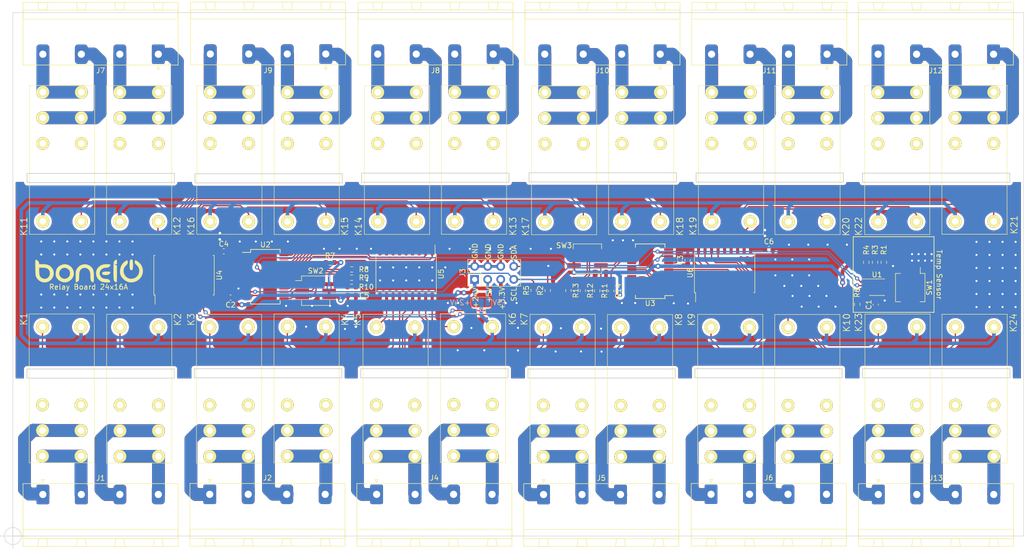
<source format=kicad_pcb>
(kicad_pcb (version 20171130) (host pcbnew "(5.1.6)-1")
  (layers (0 F.Cu signal) (31 B.Cu signal) (34 B.Paste user hide) (35 F.Paste user hide) (36 B.SilkS user hide) (37 F.SilkS user) (38 B.Mask user) (39 F.Mask user hide) (44 Edge.Cuts user))
  (net 0 "")
  (net 1 "Net-(J1-Pad1)")
  (net 2 "Net-(J1-Pad2)")
  (net 3 "Net-(J2-Pad1)")
  (net 4 "Net-(J2-Pad2)")
  (net 5 "Net-(J4-Pad2)")
  (net 6 "Net-(J4-Pad1)")
  (net 7 "Net-(J5-Pad2)")
  (net 8 "Net-(J5-Pad1)")
  (net 9 "Net-(J8-Pad2)")
  (net 10 "Net-(J8-Pad1)")
  (net 11 "Net-(J9-Pad2)")
  (net 12 "Net-(J9-Pad1)")
  (net 13 "Net-(J10-Pad2)")
  (net 14 "Net-(J10-Pad1)")
  (net 15 "Net-(J11-Pad2)")
  (net 16 "Net-(J11-Pad3)")
  (net 17 "Net-(J11-Pad4)")
  (net 18 GND)
  (net 19 "Net-(K1-Pad12)")
  (net 20 "Net-(K1-Pad22)")
  (net 21 "Net-(K2-Pad22)")
  (net 22 "Net-(K2-Pad12)")
  (net 23 "Net-(K3-Pad22)")
  (net 24 "Net-(K3-Pad12)")
  (net 25 "Net-(K4-Pad12)")
  (net 26 "Net-(K4-Pad22)")
  (net 27 "Net-(K5-Pad22)")
  (net 28 "Net-(K5-Pad12)")
  (net 29 "Net-(K6-Pad22)")
  (net 30 "Net-(K6-Pad12)")
  (net 31 "Net-(K7-Pad12)")
  (net 32 "Net-(K7-Pad22)")
  (net 33 "Net-(K8-Pad12)")
  (net 34 "Net-(K8-Pad22)")
  (net 35 "Net-(K9-Pad22)")
  (net 36 "Net-(K9-Pad12)")
  (net 37 "Net-(K10-Pad12)")
  (net 38 "Net-(K10-Pad22)")
  (net 39 "Net-(K11-Pad22)")
  (net 40 "Net-(K11-Pad12)")
  (net 41 "Net-(K12-Pad22)")
  (net 42 "Net-(K12-Pad12)")
  (net 43 "Net-(K13-Pad12)")
  (net 44 "Net-(K13-Pad22)")
  (net 45 "Net-(K14-Pad22)")
  (net 46 "Net-(K14-Pad12)")
  (net 47 "Net-(K15-Pad12)")
  (net 48 "Net-(K15-Pad22)")
  (net 49 "Net-(K16-Pad22)")
  (net 50 "Net-(K16-Pad12)")
  (net 51 "Net-(K17-Pad12)")
  (net 52 "Net-(K17-Pad22)")
  (net 53 "Net-(K18-Pad22)")
  (net 54 "Net-(K18-Pad12)")
  (net 55 "Net-(K19-Pad12)")
  (net 56 "Net-(K19-Pad22)")
  (net 57 "Net-(K20-Pad12)")
  (net 58 "Net-(K20-Pad22)")
  (net 59 "Net-(J5-Pad3)")
  (net 60 "Net-(J5-Pad4)")
  (net 61 "Net-(J11-Pad1)")
  (net 62 "Net-(J1-Pad3)")
  (net 63 "Net-(J1-Pad4)")
  (net 64 "Net-(J2-Pad4)")
  (net 65 "Net-(J2-Pad3)")
  (net 66 "Net-(J4-Pad4)")
  (net 67 "Net-(J4-Pad3)")
  (net 68 "Net-(J6-Pad3)")
  (net 69 "Net-(J6-Pad4)")
  (net 70 "Net-(J8-Pad3)")
  (net 71 "Net-(J8-Pad4)")
  (net 72 "Net-(J9-Pad4)")
  (net 73 "Net-(J9-Pad3)")
  (net 74 "Net-(J10-Pad3)")
  (net 75 "Net-(J10-Pad4)")
  (net 76 "Net-(J6-Pad1)")
  (net 77 "Net-(J6-Pad2)")
  (net 78 +3V3)
  (net 79 SDA)
  (net 80 SCL)
  (net 81 K20)
  (net 82 K10)
  (net 83 K19)
  (net 84 K9)
  (net 85 K18)
  (net 86 K8)
  (net 87 K17)
  (net 88 K7)
  (net 89 K16)
  (net 90 K6)
  (net 91 K15)
  (net 92 K5)
  (net 93 K14)
  (net 94 K4)
  (net 95 K13)
  (net 96 K3)
  (net 97 K12)
  (net 98 K2)
  (net 99 K11)
  (net 100 K1)
  (net 101 RELAY1)
  (net 102 RELAY2)
  (net 103 RELAY3)
  (net 104 RELAY4)
  (net 105 RELAY11)
  (net 106 RELAY12)
  (net 107 RELAY13)
  (net 108 RELAY14)
  (net 109 RELAY5)
  (net 110 RELAY6)
  (net 111 RELAY7)
  (net 112 RELAY8)
  (net 113 RELAY9)
  (net 114 RELAY10)
  (net 115 RELAY15)
  (net 116 RELAY16)
  (net 117 RELAY17)
  (net 118 RELAY18)
  (net 119 RELAY19)
  (net 120 RELAY20)
  (net 121 +24V)
  (net 122 "Net-(J7-Pad4)")
  (net 123 "Net-(J7-Pad3)")
  (net 124 "Net-(J7-Pad2)")
  (net 125 "Net-(J7-Pad1)")
  (net 126 "Net-(R4-Pad1)")
  (net 127 +5V)
  (net 128 "Net-(R3-Pad1)")
  (net 129 "Net-(R10-Pad1)")
  (net 130 "Net-(R12-Pad1)")
  (net 131 "Net-(R13-Pad1)")
  (net 132 "Net-(J13-Pad4)")
  (net 133 "Net-(J13-Pad3)")
  (net 134 "Net-(J13-Pad2)")
  (net 135 "Net-(J13-Pad1)")
  (net 136 RELAY21)
  (net 137 "Net-(K21-Pad22)")
  (net 138 "Net-(K21-Pad12)")
  (net 139 RELAY22)
  (net 140 "Net-(K22-Pad22)")
  (net 141 "Net-(K22-Pad12)")
  (net 142 RELAY23)
  (net 143 "Net-(K23-Pad22)")
  (net 144 "Net-(K23-Pad12)")
  (net 145 RELAY24)
  (net 146 "Net-(K24-Pad22)")
  (net 147 "Net-(K24-Pad12)")
  (net 148 K22)
  (net 149 K21)
  (net 150 K24)
  (net 151 K23)
  (net 152 "Net-(J12-Pad4)")
  (net 153 "Net-(J12-Pad3)")
  (net 154 "Net-(J12-Pad2)")
  (net 155 "Net-(J12-Pad1)")
  (net 156 "Net-(R1-Pad1)")
  (net 157 "Net-(R6-Pad2)")
  (net 158 "Net-(R8-Pad1)")
  (net 159 "Net-(R9-Pad1)")
  (net 160 "Net-(R11-Pad1)")
  (net 161 "Net-(U2-Pad20)")
  (net 162 "Net-(U2-Pad19)")
  (net 163 "Net-(U2-Pad14)")
  (net 164 "Net-(U2-Pad11)")
  (net 165 "Net-(U2-Pad8)")
  (net 166 "Net-(U2-Pad7)")
  (net 167 "Net-(U3-Pad28)")
  (net 168 "Net-(U3-Pad27)")
  (net 169 "Net-(U3-Pad26)")
  (net 170 "Net-(U3-Pad25)")
  (net 171 "Net-(U3-Pad24)")
  (net 172 "Net-(U3-Pad23)")
  (net 173 "Net-(U3-Pad20)")
  (net 174 "Net-(U3-Pad19)")
  (net 175 "Net-(U3-Pad14)")
  (net 176 "Net-(U3-Pad11)")
  (net 177 VCC)
  (net 178 "Net-(R7-Pad2)")
  (net 179 "Net-(R14-Pad2)")
  (module "boneIO - RM85:RM852011351005_1" (layer F.Cu) (at 293.92 345.138 270)
    (fp_text reference K1 (at -21.71 3.63 90) (layer F.SilkS) (effects (font (size 1.27 1.27))))
    (fp_text value RM85-2011-35-1005 hide)
    (pad A2 thru_hole circle (at -20.2 -7.5) (size 2.5 2.5) (drill 1.3) (layers *.Cu *.Mask F.SilkS) (net 177 VCC))
    (pad A1 thru_hole circle (at -20.2 0) (size 2.5 2.5) (drill 1.3) (layers *.Cu *.Mask F.SilkS) (net 101 RELAY1))
    (pad 24 thru_hole circle (at 5 -7.5) (size 2.5 2.5) (drill 1.3) (layers *.Cu *.Mask F.SilkS) (net 2 "Net-(J1-Pad2)"))
    (pad 22 thru_hole circle (at -5 -7.5) (size 2.5 2.5) (drill 1.3) (layers *.Cu *.Mask F.SilkS) (net 20 "Net-(K1-Pad22)"))
    (pad 21 thru_hole circle (at 0 -7.5) (size 2.5 2.5) (drill 1.3) (layers *.Cu *.Mask F.SilkS) (net 1 "Net-(J1-Pad1)"))
    (pad 14 thru_hole circle (at 5 0) (size 2.5 2.5) (drill 1.3) (layers *.Cu *.Mask F.SilkS) (net 2 "Net-(J1-Pad2)"))
    (pad 12 thru_hole circle (at -5 0) (size 2.5 2.5) (drill 1.3) (layers *.Cu *.Mask F.SilkS) (net 19 "Net-(K1-Pad12)"))
    (pad 11 thru_hole circle (at 0 0) (size 2.5 2.5) (drill 1.3) (layers *.Cu *.Mask F.SilkS) (net 1 "Net-(J1-Pad1)"))
  )
  (module Package_SO:MSOP-8_3x3mm_P0.65mm (layer F.Cu) (at 456.5425 317.223)
    (fp_text reference U1 (at 0 -2.45) (layer F.SilkS))
    (fp_text value MCP9808_MSOP)
    (pad 8 smd roundrect (at 2.1125 -0.975) (size 1.625 0.4) (layers F.Cu F.Paste F.Mask) (net 78 +3V3))
    (pad 7 smd roundrect (at 2.1125 -0.325) (size 1.625 0.4) (layers F.Cu F.Paste F.Mask) (net 156 "Net-(R1-Pad1)"))
    (pad 6 smd roundrect (at 2.1125 0.325) (size 1.625 0.4) (layers F.Cu F.Paste F.Mask) (net 128 "Net-(R3-Pad1)"))
    (pad 5 smd roundrect (at 2.1125 0.975) (size 1.625 0.4) (layers F.Cu F.Paste F.Mask) (net 126 "Net-(R4-Pad1)"))
    (pad 4 smd roundrect (at -2.1125 0.975) (size 1.625 0.4) (layers F.Cu F.Paste F.Mask) (net 18 GND))
    (pad 3 smd roundrect (at -2.1125 0.325) (size 1.625 0.4) (layers F.Cu F.Paste F.Mask) (net 157 "Net-(R6-Pad2)"))
    (pad 2 smd roundrect (at -2.1125 -0.325) (size 1.625 0.4) (layers F.Cu F.Paste F.Mask) (net 80 SCL))
    (pad 1 smd roundrect (at -2.1125 -0.975) (size 1.625 0.4) (layers F.Cu F.Paste F.Mask) (net 79 SDA))
  )
  (module Resistor_SMD:R_0603_1608Metric (layer F.Cu) (at 456.16 312.368 90)
    (fp_text reference R3 (at 2.4221 0.001 90) (layer F.SilkS))
    (fp_text value 10k)
    (pad 2 smd roundrect (at 0.825 0 90) (size 0.8 0.95) (layers F.Cu F.Paste F.Mask) (net 18 GND))
    (pad 1 smd roundrect (at -0.825 0 90) (size 0.8 0.95) (layers F.Cu F.Paste F.Mask) (net 128 "Net-(R3-Pad1)"))
  )
  (module Resistor_SMD:R_0603_1608Metric (layer F.Cu) (at 454.44 312.368 90)
    (fp_text reference R4 (at 2.4094 0.0192 90) (layer F.SilkS))
    (fp_text value 10k)
    (pad 2 smd roundrect (at 0.825 0 90) (size 0.8 0.95) (layers F.Cu F.Paste F.Mask) (net 18 GND))
    (pad 1 smd roundrect (at -0.825 0 90) (size 0.8 0.95) (layers F.Cu F.Paste F.Mask) (net 126 "Net-(R4-Pad1)"))
  )
  (module Jumper:SolderJumper-3_P1.3mm_Bridged12_RoundedPad1.0x1.5mm (layer B.Cu) (at 379.43 320.158)
    (fp_text reference JP1 (at 0 1.8) (layer B.SilkS) (effects (justify mirror)))
    (fp_text value SolderJumper_3_Bridged12)
    (fp_poly (pts (xy -0.9 0.3) (xy -0.4 0.3) (xy -0.4 -0.3) (xy -0.9 -0.3)) (layer B.Cu) (width 0))
    (pad 1 smd custom (at -1.3 0) (size 1 0.5) (layers B.Cu B.Mask) (net 121 +24V) (options (clearance outline) (anchor rect)) (primitives (gr_circle (center 0 -0.25) (end 0.5 -0.25) (width 0)) (gr_circle (center 0 0.25) (end 0.5 0.25) (width 0)) (gr_poly (pts (xy 0.55 0.75) (xy 0 0.75) (xy 0 -0.75) (xy 0.55 -0.75)) (width 0))))
    (pad 2 smd rect (at 0 0) (size 1 1.5) (layers B.Cu B.Mask) (net 177 VCC))
    (pad 3 smd custom (at 1.3 0) (size 1 0.5) (layers B.Cu B.Mask) (net 127 +5V) (options (clearance outline) (anchor rect)) (primitives (gr_circle (center 0 -0.25) (end 0.5 -0.25) (width 0)) (gr_circle (center 0 0.25) (end 0.5 0.25) (width 0)) (gr_poly (pts (xy -0.55 0.75) (xy 0 0.75) (xy 0 -0.75) (xy -0.55 -0.75)) (width 0))))
  )
  (module Resistor_SMD:R_0603_1608Metric (layer F.Cu) (at 404.74 317.9455 90)
    (fp_text reference R14 (at 0.0375 1.4 90) (layer F.SilkS))
    (fp_text value 4.7k)
    (pad 2 smd roundrect (at 0.7875 0 90) (size 0.875 0.95) (layers F.Cu F.Paste F.Mask) (net 179 "Net-(R14-Pad2)"))
    (pad 1 smd roundrect (at -0.7875 0 90) (size 0.875 0.95) (layers F.Cu F.Paste F.Mask) (net 78 +3V3))
  )
  (module "boneIO - RM85:RM852011351005_1" (layer F.Cu) (at 391.52 345.218 270)
    (fp_text reference K7 (at -21.77 3.72 90) (layer F.SilkS) (effects (font (size 1.27 1.27))))
    (fp_text value RM85-2011-35-1005 hide)
    (pad A2 thru_hole circle (at -20.2 -7.5) (size 2.5 2.5) (drill 1.3) (layers *.Cu *.Mask F.SilkS) (net 177 VCC))
    (pad A1 thru_hole circle (at -20.2 0) (size 2.5 2.5) (drill 1.3) (layers *.Cu *.Mask F.SilkS) (net 111 RELAY7))
    (pad 24 thru_hole circle (at 5 -7.5) (size 2.5 2.5) (drill 1.3) (layers *.Cu *.Mask F.SilkS) (net 7 "Net-(J5-Pad2)"))
    (pad 22 thru_hole circle (at -5 -7.5) (size 2.5 2.5) (drill 1.3) (layers *.Cu *.Mask F.SilkS) (net 32 "Net-(K7-Pad22)"))
    (pad 21 thru_hole circle (at 0 -7.5) (size 2.5 2.5) (drill 1.3) (layers *.Cu *.Mask F.SilkS) (net 8 "Net-(J5-Pad1)"))
    (pad 14 thru_hole circle (at 5 0) (size 2.5 2.5) (drill 1.3) (layers *.Cu *.Mask F.SilkS) (net 7 "Net-(J5-Pad2)"))
    (pad 12 thru_hole circle (at -5 0) (size 2.5 2.5) (drill 1.3) (layers *.Cu *.Mask F.SilkS) (net 31 "Net-(K7-Pad12)"))
    (pad 11 thru_hole circle (at 0 0) (size 2.5 2.5) (drill 1.3) (layers *.Cu *.Mask F.SilkS) (net 8 "Net-(J5-Pad1)"))
  )
  (module "boneIO - RM85:RM852011351005_1" (layer F.Cu) (at 471.81 345.188 270)
    (fp_text reference K24 (at -21.03 -11.32 90) (layer F.SilkS) (effects (font (size 1.27 1.27))))
    (fp_text value RM85-2011-35-1005 hide)
    (pad A2 thru_hole circle (at -20.2 -7.5) (size 2.5 2.5) (drill 1.3) (layers *.Cu *.Mask F.SilkS) (net 177 VCC))
    (pad A1 thru_hole circle (at -20.2 0) (size 2.5 2.5) (drill 1.3) (layers *.Cu *.Mask F.SilkS) (net 145 RELAY24))
    (pad 24 thru_hole circle (at 5 -7.5) (size 2.5 2.5) (drill 1.3) (layers *.Cu *.Mask F.SilkS) (net 132 "Net-(J13-Pad4)"))
    (pad 22 thru_hole circle (at -5 -7.5) (size 2.5 2.5) (drill 1.3) (layers *.Cu *.Mask F.SilkS) (net 146 "Net-(K24-Pad22)"))
    (pad 21 thru_hole circle (at 0 -7.5) (size 2.5 2.5) (drill 1.3) (layers *.Cu *.Mask F.SilkS) (net 133 "Net-(J13-Pad3)"))
    (pad 14 thru_hole circle (at 5 0) (size 2.5 2.5) (drill 1.3) (layers *.Cu *.Mask F.SilkS) (net 132 "Net-(J13-Pad4)"))
    (pad 12 thru_hole circle (at -5 0) (size 2.5 2.5) (drill 1.3) (layers *.Cu *.Mask F.SilkS) (net 147 "Net-(K24-Pad12)"))
    (pad 11 thru_hole circle (at 0 0) (size 2.5 2.5) (drill 1.3) (layers *.Cu *.Mask F.SilkS) (net 133 "Net-(J13-Pad3)"))
  )
  (module "boneIO - RM85:RM852011351005_1" (layer F.Cu) (at 456.79 345.168 270)
    (fp_text reference K23 (at -21.08 3.83 90) (layer F.SilkS) (effects (font (size 1.27 1.27))))
    (fp_text value RM85-2011-35-1005 hide)
    (pad A2 thru_hole circle (at -20.2 -7.5) (size 2.5 2.5) (drill 1.3) (layers *.Cu *.Mask F.SilkS) (net 177 VCC))
    (pad A1 thru_hole circle (at -20.2 0) (size 2.5 2.5) (drill 1.3) (layers *.Cu *.Mask F.SilkS) (net 142 RELAY23))
    (pad 24 thru_hole circle (at 5 -7.5) (size 2.5 2.5) (drill 1.3) (layers *.Cu *.Mask F.SilkS) (net 134 "Net-(J13-Pad2)"))
    (pad 22 thru_hole circle (at -5 -7.5) (size 2.5 2.5) (drill 1.3) (layers *.Cu *.Mask F.SilkS) (net 143 "Net-(K23-Pad22)"))
    (pad 21 thru_hole circle (at 0 -7.5) (size 2.5 2.5) (drill 1.3) (layers *.Cu *.Mask F.SilkS) (net 135 "Net-(J13-Pad1)"))
    (pad 14 thru_hole circle (at 5 0) (size 2.5 2.5) (drill 1.3) (layers *.Cu *.Mask F.SilkS) (net 134 "Net-(J13-Pad2)"))
    (pad 12 thru_hole circle (at -5 0) (size 2.5 2.5) (drill 1.3) (layers *.Cu *.Mask F.SilkS) (net 144 "Net-(K23-Pad12)"))
    (pad 11 thru_hole circle (at 0 0) (size 2.5 2.5) (drill 1.3) (layers *.Cu *.Mask F.SilkS) (net 135 "Net-(J13-Pad1)"))
  )
  (module "boneIO - RM85:RM852011351005_1" (layer F.Cu) (at 464.23 284.258 90)
    (fp_text reference K22 (at -21.11 -11.27 90) (layer F.SilkS) (effects (font (size 1.27 1.27))))
    (fp_text value RM85-2011-35-1005 hide)
    (pad A2 thru_hole circle (at -20.2 -7.5 180) (size 2.5 2.5) (drill 1.3) (layers *.Cu *.Mask F.SilkS) (net 177 VCC))
    (pad A1 thru_hole circle (at -20.2 0 180) (size 2.5 2.5) (drill 1.3) (layers *.Cu *.Mask F.SilkS) (net 139 RELAY22))
    (pad 24 thru_hole circle (at 5 -7.5 180) (size 2.5 2.5) (drill 1.3) (layers *.Cu *.Mask F.SilkS) (net 152 "Net-(J12-Pad4)"))
    (pad 22 thru_hole circle (at -5 -7.5 180) (size 2.5 2.5) (drill 1.3) (layers *.Cu *.Mask F.SilkS) (net 140 "Net-(K22-Pad22)"))
    (pad 21 thru_hole circle (at 0 -7.5 180) (size 2.5 2.5) (drill 1.3) (layers *.Cu *.Mask F.SilkS) (net 153 "Net-(J12-Pad3)"))
    (pad 14 thru_hole circle (at 5 0 180) (size 2.5 2.5) (drill 1.3) (layers *.Cu *.Mask F.SilkS) (net 152 "Net-(J12-Pad4)"))
    (pad 12 thru_hole circle (at -5 0 180) (size 2.5 2.5) (drill 1.3) (layers *.Cu *.Mask F.SilkS) (net 141 "Net-(K22-Pad12)"))
    (pad 11 thru_hole circle (at 0 0 180) (size 2.5 2.5) (drill 1.3) (layers *.Cu *.Mask F.SilkS) (net 153 "Net-(J12-Pad3)"))
  )
  (module "boneIO - RM85:RM852011351005_1" (layer F.Cu) (at 479.28 284.198 90)
    (fp_text reference K21 (at -20.86 4 90) (layer F.SilkS) (effects (font (size 1.27 1.27))))
    (fp_text value RM85-2011-35-1005 hide)
    (pad A2 thru_hole circle (at -20.2 -7.5 180) (size 2.5 2.5) (drill 1.3) (layers *.Cu *.Mask F.SilkS) (net 177 VCC))
    (pad A1 thru_hole circle (at -20.2 0 180) (size 2.5 2.5) (drill 1.3) (layers *.Cu *.Mask F.SilkS) (net 136 RELAY21))
    (pad 24 thru_hole circle (at 5 -7.5 180) (size 2.5 2.5) (drill 1.3) (layers *.Cu *.Mask F.SilkS) (net 154 "Net-(J12-Pad2)"))
    (pad 22 thru_hole circle (at -5 -7.5 180) (size 2.5 2.5) (drill 1.3) (layers *.Cu *.Mask F.SilkS) (net 137 "Net-(K21-Pad22)"))
    (pad 21 thru_hole circle (at 0 -7.5 180) (size 2.5 2.5) (drill 1.3) (layers *.Cu *.Mask F.SilkS) (net 155 "Net-(J12-Pad1)"))
    (pad 14 thru_hole circle (at 5 0 180) (size 2.5 2.5) (drill 1.3) (layers *.Cu *.Mask F.SilkS) (net 154 "Net-(J12-Pad2)"))
    (pad 12 thru_hole circle (at -5 0 180) (size 2.5 2.5) (drill 1.3) (layers *.Cu *.Mask F.SilkS) (net 138 "Net-(K21-Pad12)"))
    (pad 11 thru_hole circle (at 0 0 180) (size 2.5 2.5) (drill 1.3) (layers *.Cu *.Mask F.SilkS) (net 155 "Net-(J12-Pad1)"))
  )
  (module "boneIO - RM85:RM852011351005_1" (layer F.Cu) (at 446.75 284.258 90)
    (fp_text reference K20 (at -21.18 3.75 90) (layer F.SilkS) (effects (font (size 1.27 1.27))))
    (fp_text value RM85-2011-35-1005 hide)
    (pad A2 thru_hole circle (at -20.2 -7.5 180) (size 2.5 2.5) (drill 1.3) (layers *.Cu *.Mask F.SilkS) (net 177 VCC))
    (pad A1 thru_hole circle (at -20.2 0 180) (size 2.5 2.5) (drill 1.3) (layers *.Cu *.Mask F.SilkS) (net 120 RELAY20))
    (pad 24 thru_hole circle (at 5 -7.5 180) (size 2.5 2.5) (drill 1.3) (layers *.Cu *.Mask F.SilkS) (net 15 "Net-(J11-Pad2)"))
    (pad 22 thru_hole circle (at -5 -7.5 180) (size 2.5 2.5) (drill 1.3) (layers *.Cu *.Mask F.SilkS) (net 58 "Net-(K20-Pad22)"))
    (pad 21 thru_hole circle (at 0 -7.5 180) (size 2.5 2.5) (drill 1.3) (layers *.Cu *.Mask F.SilkS) (net 61 "Net-(J11-Pad1)"))
    (pad 14 thru_hole circle (at 5 0 180) (size 2.5 2.5) (drill 1.3) (layers *.Cu *.Mask F.SilkS) (net 15 "Net-(J11-Pad2)"))
    (pad 12 thru_hole circle (at -5 0 180) (size 2.5 2.5) (drill 1.3) (layers *.Cu *.Mask F.SilkS) (net 57 "Net-(K20-Pad12)"))
    (pad 11 thru_hole circle (at 0 0 180) (size 2.5 2.5) (drill 1.3) (layers *.Cu *.Mask F.SilkS) (net 61 "Net-(J11-Pad1)"))
  )
  (module "boneIO - RM85:RM852011351005_1" (layer F.Cu) (at 431.84 284.238 90)
    (fp_text reference K19 (at -21.09 -11.15 90) (layer F.SilkS) (effects (font (size 1.27 1.27))))
    (fp_text value RM85-2011-35-1005 hide)
    (pad A2 thru_hole circle (at -20.2 -7.5 180) (size 2.5 2.5) (drill 1.3) (layers *.Cu *.Mask F.SilkS) (net 177 VCC))
    (pad A1 thru_hole circle (at -20.2 0 180) (size 2.5 2.5) (drill 1.3) (layers *.Cu *.Mask F.SilkS) (net 119 RELAY19))
    (pad 24 thru_hole circle (at 5 -7.5 180) (size 2.5 2.5) (drill 1.3) (layers *.Cu *.Mask F.SilkS) (net 17 "Net-(J11-Pad4)"))
    (pad 22 thru_hole circle (at -5 -7.5 180) (size 2.5 2.5) (drill 1.3) (layers *.Cu *.Mask F.SilkS) (net 56 "Net-(K19-Pad22)"))
    (pad 21 thru_hole circle (at 0 -7.5 180) (size 2.5 2.5) (drill 1.3) (layers *.Cu *.Mask F.SilkS) (net 16 "Net-(J11-Pad3)"))
    (pad 14 thru_hole circle (at 5 0 180) (size 2.5 2.5) (drill 1.3) (layers *.Cu *.Mask F.SilkS) (net 17 "Net-(J11-Pad4)"))
    (pad 12 thru_hole circle (at -5 0 180) (size 2.5 2.5) (drill 1.3) (layers *.Cu *.Mask F.SilkS) (net 55 "Net-(K19-Pad12)"))
    (pad 11 thru_hole circle (at 0 0 180) (size 2.5 2.5) (drill 1.3) (layers *.Cu *.Mask F.SilkS) (net 16 "Net-(J11-Pad3)"))
  )
  (module "boneIO - RM85:RM852011351005_1" (layer F.Cu) (at 414.33 284.238 90)
    (fp_text reference K18 (at -21.14 3.8 90) (layer F.SilkS) (effects (font (size 1.27 1.27))))
    (fp_text value RM85-2011-35-1005 hide)
    (pad A2 thru_hole circle (at -20.2 -7.5 180) (size 2.5 2.5) (drill 1.3) (layers *.Cu *.Mask F.SilkS) (net 177 VCC))
    (pad A1 thru_hole circle (at -20.2 0 180) (size 2.5 2.5) (drill 1.3) (layers *.Cu *.Mask F.SilkS) (net 118 RELAY18))
    (pad 24 thru_hole circle (at 5 -7.5 180) (size 2.5 2.5) (drill 1.3) (layers *.Cu *.Mask F.SilkS) (net 13 "Net-(J10-Pad2)"))
    (pad 22 thru_hole circle (at -5 -7.5 180) (size 2.5 2.5) (drill 1.3) (layers *.Cu *.Mask F.SilkS) (net 53 "Net-(K18-Pad22)"))
    (pad 21 thru_hole circle (at 0 -7.5 180) (size 2.5 2.5) (drill 1.3) (layers *.Cu *.Mask F.SilkS) (net 14 "Net-(J10-Pad1)"))
    (pad 14 thru_hole circle (at 5 0 180) (size 2.5 2.5) (drill 1.3) (layers *.Cu *.Mask F.SilkS) (net 13 "Net-(J10-Pad2)"))
    (pad 12 thru_hole circle (at -5 0 180) (size 2.5 2.5) (drill 1.3) (layers *.Cu *.Mask F.SilkS) (net 54 "Net-(K18-Pad12)"))
    (pad 11 thru_hole circle (at 0 0 180) (size 2.5 2.5) (drill 1.3) (layers *.Cu *.Mask F.SilkS) (net 14 "Net-(J10-Pad1)"))
  )
  (module "boneIO - RM85:RM852011351005_1" (layer F.Cu) (at 399.31 284.278 90)
    (fp_text reference K17 (at -21.14 -11.25 90) (layer F.SilkS) (effects (font (size 1.27 1.27))))
    (fp_text value RM85-2011-35-1005 hide)
    (pad A2 thru_hole circle (at -20.2 -7.5 180) (size 2.5 2.5) (drill 1.3) (layers *.Cu *.Mask F.SilkS) (net 177 VCC))
    (pad A1 thru_hole circle (at -20.2 0 180) (size 2.5 2.5) (drill 1.3) (layers *.Cu *.Mask F.SilkS) (net 117 RELAY17))
    (pad 24 thru_hole circle (at 5 -7.5 180) (size 2.5 2.5) (drill 1.3) (layers *.Cu *.Mask F.SilkS) (net 75 "Net-(J10-Pad4)"))
    (pad 22 thru_hole circle (at -5 -7.5 180) (size 2.5 2.5) (drill 1.3) (layers *.Cu *.Mask F.SilkS) (net 52 "Net-(K17-Pad22)"))
    (pad 21 thru_hole circle (at 0 -7.5 180) (size 2.5 2.5) (drill 1.3) (layers *.Cu *.Mask F.SilkS) (net 74 "Net-(J10-Pad3)"))
    (pad 14 thru_hole circle (at 5 0 180) (size 2.5 2.5) (drill 1.3) (layers *.Cu *.Mask F.SilkS) (net 75 "Net-(J10-Pad4)"))
    (pad 12 thru_hole circle (at -5 0 180) (size 2.5 2.5) (drill 1.3) (layers *.Cu *.Mask F.SilkS) (net 51 "Net-(K17-Pad12)"))
    (pad 11 thru_hole circle (at 0 0 180) (size 2.5 2.5) (drill 1.3) (layers *.Cu *.Mask F.SilkS) (net 74 "Net-(J10-Pad3)"))
  )
  (module "boneIO - RM85:RM852011351005_1" (layer F.Cu) (at 334.09 284.208 90)
    (fp_text reference K16 (at -21.12 -11.24 90) (layer F.SilkS) (effects (font (size 1.27 1.27))))
    (fp_text value RM85-2011-35-1005 hide)
    (pad A2 thru_hole circle (at -20.2 -7.5 180) (size 2.5 2.5) (drill 1.3) (layers *.Cu *.Mask F.SilkS) (net 177 VCC))
    (pad A1 thru_hole circle (at -20.2 0 180) (size 2.5 2.5) (drill 1.3) (layers *.Cu *.Mask F.SilkS) (net 107 RELAY13))
    (pad 24 thru_hole circle (at 5 -7.5 180) (size 2.5 2.5) (drill 1.3) (layers *.Cu *.Mask F.SilkS) (net 72 "Net-(J9-Pad4)"))
    (pad 22 thru_hole circle (at -5 -7.5 180) (size 2.5 2.5) (drill 1.3) (layers *.Cu *.Mask F.SilkS) (net 49 "Net-(K16-Pad22)"))
    (pad 21 thru_hole circle (at 0 -7.5 180) (size 2.5 2.5) (drill 1.3) (layers *.Cu *.Mask F.SilkS) (net 73 "Net-(J9-Pad3)"))
    (pad 14 thru_hole circle (at 5 0 180) (size 2.5 2.5) (drill 1.3) (layers *.Cu *.Mask F.SilkS) (net 72 "Net-(J9-Pad4)"))
    (pad 12 thru_hole circle (at -5 0 180) (size 2.5 2.5) (drill 1.3) (layers *.Cu *.Mask F.SilkS) (net 50 "Net-(K16-Pad12)"))
    (pad 11 thru_hole circle (at 0 0 180) (size 2.5 2.5) (drill 1.3) (layers *.Cu *.Mask F.SilkS) (net 73 "Net-(J9-Pad3)"))
  )
  (module "boneIO - RM85:RM852011351005_1" (layer F.Cu) (at 349.16 284.238 90)
    (fp_text reference K15 (at -21.12 3.66 90) (layer F.SilkS) (effects (font (size 1.27 1.27))))
    (fp_text value RM85-2011-35-1005 hide)
    (pad A2 thru_hole circle (at -20.2 -7.5 180) (size 2.5 2.5) (drill 1.3) (layers *.Cu *.Mask F.SilkS) (net 177 VCC))
    (pad A1 thru_hole circle (at -20.2 0 180) (size 2.5 2.5) (drill 1.3) (layers *.Cu *.Mask F.SilkS) (net 108 RELAY14))
    (pad 24 thru_hole circle (at 5 -7.5 180) (size 2.5 2.5) (drill 1.3) (layers *.Cu *.Mask F.SilkS) (net 11 "Net-(J9-Pad2)"))
    (pad 22 thru_hole circle (at -5 -7.5 180) (size 2.5 2.5) (drill 1.3) (layers *.Cu *.Mask F.SilkS) (net 48 "Net-(K15-Pad22)"))
    (pad 21 thru_hole circle (at 0 -7.5 180) (size 2.5 2.5) (drill 1.3) (layers *.Cu *.Mask F.SilkS) (net 12 "Net-(J9-Pad1)"))
    (pad 14 thru_hole circle (at 5 0 180) (size 2.5 2.5) (drill 1.3) (layers *.Cu *.Mask F.SilkS) (net 11 "Net-(J9-Pad2)"))
    (pad 12 thru_hole circle (at -5 0 180) (size 2.5 2.5) (drill 1.3) (layers *.Cu *.Mask F.SilkS) (net 47 "Net-(K15-Pad12)"))
    (pad 11 thru_hole circle (at 0 0 180) (size 2.5 2.5) (drill 1.3) (layers *.Cu *.Mask F.SilkS) (net 12 "Net-(J9-Pad1)"))
  )
  (module "boneIO - RM85:RM852011351005_1" (layer F.Cu) (at 366.75 284.228 90)
    (fp_text reference K14 (at -21.15 -11.27 90) (layer F.SilkS) (effects (font (size 1.27 1.27))))
    (fp_text value RM85-2011-35-1005 hide)
    (pad A2 thru_hole circle (at -20.2 -7.5 180) (size 2.5 2.5) (drill 1.3) (layers *.Cu *.Mask F.SilkS) (net 177 VCC))
    (pad A1 thru_hole circle (at -20.2 0 180) (size 2.5 2.5) (drill 1.3) (layers *.Cu *.Mask F.SilkS) (net 115 RELAY15))
    (pad 24 thru_hole circle (at 5 -7.5 180) (size 2.5 2.5) (drill 1.3) (layers *.Cu *.Mask F.SilkS) (net 71 "Net-(J8-Pad4)"))
    (pad 22 thru_hole circle (at -5 -7.5 180) (size 2.5 2.5) (drill 1.3) (layers *.Cu *.Mask F.SilkS) (net 45 "Net-(K14-Pad22)"))
    (pad 21 thru_hole circle (at 0 -7.5 180) (size 2.5 2.5) (drill 1.3) (layers *.Cu *.Mask F.SilkS) (net 70 "Net-(J8-Pad3)"))
    (pad 14 thru_hole circle (at 5 0 180) (size 2.5 2.5) (drill 1.3) (layers *.Cu *.Mask F.SilkS) (net 71 "Net-(J8-Pad4)"))
    (pad 12 thru_hole circle (at -5 0 180) (size 2.5 2.5) (drill 1.3) (layers *.Cu *.Mask F.SilkS) (net 46 "Net-(K14-Pad12)"))
    (pad 11 thru_hole circle (at 0 0 180) (size 2.5 2.5) (drill 1.3) (layers *.Cu *.Mask F.SilkS) (net 70 "Net-(J8-Pad3)"))
  )
  (module "boneIO - RM85:RM852011351005_1" (layer F.Cu) (at 381.76 284.208 90)
    (fp_text reference K13 (at -21.15 3.83 90) (layer F.SilkS) (effects (font (size 1.27 1.27))))
    (fp_text value RM85-2011-35-1005 hide)
    (pad A2 thru_hole circle (at -20.2 -7.5 180) (size 2.5 2.5) (drill 1.3) (layers *.Cu *.Mask F.SilkS) (net 177 VCC))
    (pad A1 thru_hole circle (at -20.2 0 180) (size 2.5 2.5) (drill 1.3) (layers *.Cu *.Mask F.SilkS) (net 116 RELAY16))
    (pad 24 thru_hole circle (at 5 -7.5 180) (size 2.5 2.5) (drill 1.3) (layers *.Cu *.Mask F.SilkS) (net 9 "Net-(J8-Pad2)"))
    (pad 22 thru_hole circle (at -5 -7.5 180) (size 2.5 2.5) (drill 1.3) (layers *.Cu *.Mask F.SilkS) (net 44 "Net-(K13-Pad22)"))
    (pad 21 thru_hole circle (at 0 -7.5 180) (size 2.5 2.5) (drill 1.3) (layers *.Cu *.Mask F.SilkS) (net 10 "Net-(J8-Pad1)"))
    (pad 14 thru_hole circle (at 5 0 180) (size 2.5 2.5) (drill 1.3) (layers *.Cu *.Mask F.SilkS) (net 9 "Net-(J8-Pad2)"))
    (pad 12 thru_hole circle (at -5 0 180) (size 2.5 2.5) (drill 1.3) (layers *.Cu *.Mask F.SilkS) (net 43 "Net-(K13-Pad12)"))
    (pad 11 thru_hole circle (at 0 0 180) (size 2.5 2.5) (drill 1.3) (layers *.Cu *.Mask F.SilkS) (net 10 "Net-(J8-Pad1)"))
  )
  (module "boneIO - RM85:RM852011351005_1" (layer F.Cu) (at 316.5 284.238 90)
    (fp_text reference K12 (at -21.09 3.64 90) (layer F.SilkS) (effects (font (size 1.27 1.27))))
    (fp_text value RM85-2011-35-1005 hide)
    (pad A2 thru_hole circle (at -20.2 -7.5 180) (size 2.5 2.5) (drill 1.3) (layers *.Cu *.Mask F.SilkS) (net 177 VCC))
    (pad A1 thru_hole circle (at -20.2 0 180) (size 2.5 2.5) (drill 1.3) (layers *.Cu *.Mask F.SilkS) (net 106 RELAY12))
    (pad 24 thru_hole circle (at 5 -7.5 180) (size 2.5 2.5) (drill 1.3) (layers *.Cu *.Mask F.SilkS) (net 124 "Net-(J7-Pad2)"))
    (pad 22 thru_hole circle (at -5 -7.5 180) (size 2.5 2.5) (drill 1.3) (layers *.Cu *.Mask F.SilkS) (net 41 "Net-(K12-Pad22)"))
    (pad 21 thru_hole circle (at 0 -7.5 180) (size 2.5 2.5) (drill 1.3) (layers *.Cu *.Mask F.SilkS) (net 125 "Net-(J7-Pad1)"))
    (pad 14 thru_hole circle (at 5 0 180) (size 2.5 2.5) (drill 1.3) (layers *.Cu *.Mask F.SilkS) (net 124 "Net-(J7-Pad2)"))
    (pad 12 thru_hole circle (at -5 0 180) (size 2.5 2.5) (drill 1.3) (layers *.Cu *.Mask F.SilkS) (net 42 "Net-(K12-Pad12)"))
    (pad 11 thru_hole circle (at 0 0 180) (size 2.5 2.5) (drill 1.3) (layers *.Cu *.Mask F.SilkS) (net 125 "Net-(J7-Pad1)"))
  )
  (module "boneIO - RM85:RM852011351005_1" (layer F.Cu) (at 301.49 284.208 90)
    (fp_text reference K11 (at -21.16 -11.18 90) (layer F.SilkS) (effects (font (size 1.27 1.27))))
    (fp_text value RM85-2011-35-1005 hide)
    (pad A2 thru_hole circle (at -20.2 -7.5 180) (size 2.5 2.5) (drill 1.3) (layers *.Cu *.Mask F.SilkS) (net 177 VCC))
    (pad A1 thru_hole circle (at -20.2 0 180) (size 2.5 2.5) (drill 1.3) (layers *.Cu *.Mask F.SilkS) (net 105 RELAY11))
    (pad 24 thru_hole circle (at 5 -7.5 180) (size 2.5 2.5) (drill 1.3) (layers *.Cu *.Mask F.SilkS) (net 122 "Net-(J7-Pad4)"))
    (pad 22 thru_hole circle (at -5 -7.5 180) (size 2.5 2.5) (drill 1.3) (layers *.Cu *.Mask F.SilkS) (net 39 "Net-(K11-Pad22)"))
    (pad 21 thru_hole circle (at 0 -7.5 180) (size 2.5 2.5) (drill 1.3) (layers *.Cu *.Mask F.SilkS) (net 123 "Net-(J7-Pad3)"))
    (pad 14 thru_hole circle (at 5 0 180) (size 2.5 2.5) (drill 1.3) (layers *.Cu *.Mask F.SilkS) (net 122 "Net-(J7-Pad4)"))
    (pad 12 thru_hole circle (at -5 0 180) (size 2.5 2.5) (drill 1.3) (layers *.Cu *.Mask F.SilkS) (net 40 "Net-(K11-Pad12)"))
    (pad 11 thru_hole circle (at 0 0 180) (size 2.5 2.5) (drill 1.3) (layers *.Cu *.Mask F.SilkS) (net 123 "Net-(J7-Pad3)"))
  )
  (module "boneIO - RM85:RM852011351005_1" (layer F.Cu) (at 439.21 345.238 270)
    (fp_text reference K10 (at -21.1 -11.42 90) (layer F.SilkS) (effects (font (size 1.27 1.27))))
    (fp_text value RM85-2011-35-1005 hide)
    (pad A2 thru_hole circle (at -20.2 -7.5) (size 2.5 2.5) (drill 1.3) (layers *.Cu *.Mask F.SilkS) (net 177 VCC))
    (pad A1 thru_hole circle (at -20.2 0) (size 2.5 2.5) (drill 1.3) (layers *.Cu *.Mask F.SilkS) (net 114 RELAY10))
    (pad 24 thru_hole circle (at 5 -7.5) (size 2.5 2.5) (drill 1.3) (layers *.Cu *.Mask F.SilkS) (net 69 "Net-(J6-Pad4)"))
    (pad 22 thru_hole circle (at -5 -7.5) (size 2.5 2.5) (drill 1.3) (layers *.Cu *.Mask F.SilkS) (net 38 "Net-(K10-Pad22)"))
    (pad 21 thru_hole circle (at 0 -7.5) (size 2.5 2.5) (drill 1.3) (layers *.Cu *.Mask F.SilkS) (net 68 "Net-(J6-Pad3)"))
    (pad 14 thru_hole circle (at 5 0) (size 2.5 2.5) (drill 1.3) (layers *.Cu *.Mask F.SilkS) (net 69 "Net-(J6-Pad4)"))
    (pad 12 thru_hole circle (at -5 0) (size 2.5 2.5) (drill 1.3) (layers *.Cu *.Mask F.SilkS) (net 37 "Net-(K10-Pad12)"))
    (pad 11 thru_hole circle (at 0 0) (size 2.5 2.5) (drill 1.3) (layers *.Cu *.Mask F.SilkS) (net 68 "Net-(J6-Pad3)"))
  )
  (module "boneIO - RM85:RM852011351005_1" (layer F.Cu) (at 424.19 345.218 270)
    (fp_text reference K9 (at -21.7 3.81 90) (layer F.SilkS) (effects (font (size 1.27 1.27))))
    (fp_text value RM85-2011-35-1005 hide)
    (pad A2 thru_hole circle (at -20.2 -7.5) (size 2.5 2.5) (drill 1.3) (layers *.Cu *.Mask F.SilkS) (net 177 VCC))
    (pad A1 thru_hole circle (at -20.2 0) (size 2.5 2.5) (drill 1.3) (layers *.Cu *.Mask F.SilkS) (net 113 RELAY9))
    (pad 24 thru_hole circle (at 5 -7.5) (size 2.5 2.5) (drill 1.3) (layers *.Cu *.Mask F.SilkS) (net 77 "Net-(J6-Pad2)"))
    (pad 22 thru_hole circle (at -5 -7.5) (size 2.5 2.5) (drill 1.3) (layers *.Cu *.Mask F.SilkS) (net 35 "Net-(K9-Pad22)"))
    (pad 21 thru_hole circle (at 0 -7.5) (size 2.5 2.5) (drill 1.3) (layers *.Cu *.Mask F.SilkS) (net 76 "Net-(J6-Pad1)"))
    (pad 14 thru_hole circle (at 5 0) (size 2.5 2.5) (drill 1.3) (layers *.Cu *.Mask F.SilkS) (net 77 "Net-(J6-Pad2)"))
    (pad 12 thru_hole circle (at -5 0) (size 2.5 2.5) (drill 1.3) (layers *.Cu *.Mask F.SilkS) (net 36 "Net-(K9-Pad12)"))
    (pad 11 thru_hole circle (at 0 0) (size 2.5 2.5) (drill 1.3) (layers *.Cu *.Mask F.SilkS) (net 76 "Net-(J6-Pad1)"))
  )
  (module "boneIO - RM85:RM852011351005_1" (layer F.Cu) (at 406.61 345.248 270)
    (fp_text reference K8 (at -21.7 -11.3 90) (layer F.SilkS) (effects (font (size 1.27 1.27))))
    (fp_text value RM85-2011-35-1005 hide)
    (pad A2 thru_hole circle (at -20.2 -7.5) (size 2.5 2.5) (drill 1.3) (layers *.Cu *.Mask F.SilkS) (net 177 VCC))
    (pad A1 thru_hole circle (at -20.2 0) (size 2.5 2.5) (drill 1.3) (layers *.Cu *.Mask F.SilkS) (net 112 RELAY8))
    (pad 24 thru_hole circle (at 5 -7.5) (size 2.5 2.5) (drill 1.3) (layers *.Cu *.Mask F.SilkS) (net 60 "Net-(J5-Pad4)"))
    (pad 22 thru_hole circle (at -5 -7.5) (size 2.5 2.5) (drill 1.3) (layers *.Cu *.Mask F.SilkS) (net 34 "Net-(K8-Pad22)"))
    (pad 21 thru_hole circle (at 0 -7.5) (size 2.5 2.5) (drill 1.3) (layers *.Cu *.Mask F.SilkS) (net 59 "Net-(J5-Pad3)"))
    (pad 14 thru_hole circle (at 5 0) (size 2.5 2.5) (drill 1.3) (layers *.Cu *.Mask F.SilkS) (net 60 "Net-(J5-Pad4)"))
    (pad 12 thru_hole circle (at -5 0) (size 2.5 2.5) (drill 1.3) (layers *.Cu *.Mask F.SilkS) (net 33 "Net-(K8-Pad12)"))
    (pad 11 thru_hole circle (at 0 0) (size 2.5 2.5) (drill 1.3) (layers *.Cu *.Mask F.SilkS) (net 59 "Net-(J5-Pad3)"))
  )
  (module "boneIO - RM85:RM852011351005_1" (layer F.Cu) (at 374.07 345.088 270)
    (fp_text reference K6 (at -21.69 -11.44 90) (layer F.SilkS) (effects (font (size 1.27 1.27))))
    (fp_text value RM85-2011-35-1005 hide)
    (pad A2 thru_hole circle (at -20.2 -7.5) (size 2.5 2.5) (drill 1.3) (layers *.Cu *.Mask F.SilkS) (net 177 VCC))
    (pad A1 thru_hole circle (at -20.2 0) (size 2.5 2.5) (drill 1.3) (layers *.Cu *.Mask F.SilkS) (net 110 RELAY6))
    (pad 24 thru_hole circle (at 5 -7.5) (size 2.5 2.5) (drill 1.3) (layers *.Cu *.Mask F.SilkS) (net 66 "Net-(J4-Pad4)"))
    (pad 22 thru_hole circle (at -5 -7.5) (size 2.5 2.5) (drill 1.3) (layers *.Cu *.Mask F.SilkS) (net 29 "Net-(K6-Pad22)"))
    (pad 21 thru_hole circle (at 0 -7.5) (size 2.5 2.5) (drill 1.3) (layers *.Cu *.Mask F.SilkS) (net 67 "Net-(J4-Pad3)"))
    (pad 14 thru_hole circle (at 5 0) (size 2.5 2.5) (drill 1.3) (layers *.Cu *.Mask F.SilkS) (net 66 "Net-(J4-Pad4)"))
    (pad 12 thru_hole circle (at -5 0) (size 2.5 2.5) (drill 1.3) (layers *.Cu *.Mask F.SilkS) (net 30 "Net-(K6-Pad12)"))
    (pad 11 thru_hole circle (at 0 0) (size 2.5 2.5) (drill 1.3) (layers *.Cu *.Mask F.SilkS) (net 67 "Net-(J4-Pad3)"))
  )
  (module "boneIO - RM85:RM852011351005_1" (layer F.Cu) (at 358.97 345.188 270)
    (fp_text reference K5 (at -21.67 3.71 90) (layer F.SilkS) (effects (font (size 1.27 1.27))))
    (fp_text value RM85-2011-35-1005 hide)
    (pad A2 thru_hole circle (at -20.2 -7.5) (size 2.5 2.5) (drill 1.3) (layers *.Cu *.Mask F.SilkS) (net 177 VCC))
    (pad A1 thru_hole circle (at -20.2 0) (size 2.5 2.5) (drill 1.3) (layers *.Cu *.Mask F.SilkS) (net 109 RELAY5))
    (pad 24 thru_hole circle (at 5 -7.5) (size 2.5 2.5) (drill 1.3) (layers *.Cu *.Mask F.SilkS) (net 5 "Net-(J4-Pad2)"))
    (pad 22 thru_hole circle (at -5 -7.5) (size 2.5 2.5) (drill 1.3) (layers *.Cu *.Mask F.SilkS) (net 27 "Net-(K5-Pad22)"))
    (pad 21 thru_hole circle (at 0 -7.5) (size 2.5 2.5) (drill 1.3) (layers *.Cu *.Mask F.SilkS) (net 6 "Net-(J4-Pad1)"))
    (pad 14 thru_hole circle (at 5 0) (size 2.5 2.5) (drill 1.3) (layers *.Cu *.Mask F.SilkS) (net 5 "Net-(J4-Pad2)"))
    (pad 12 thru_hole circle (at -5 0) (size 2.5 2.5) (drill 1.3) (layers *.Cu *.Mask F.SilkS) (net 28 "Net-(K5-Pad12)"))
    (pad 11 thru_hole circle (at 0 0) (size 2.5 2.5) (drill 1.3) (layers *.Cu *.Mask F.SilkS) (net 6 "Net-(J4-Pad1)"))
  )
  (module "boneIO - RM85:RM852011351005_1" (layer F.Cu) (at 341.63 345.138 270)
    (fp_text reference K4 (at -21.63 -11.27 90) (layer F.SilkS) (effects (font (size 1.27 1.27))))
    (fp_text value RM85-2011-35-1005 hide)
    (pad A2 thru_hole circle (at -20.2 -7.5) (size 2.5 2.5) (drill 1.3) (layers *.Cu *.Mask F.SilkS) (net 177 VCC))
    (pad A1 thru_hole circle (at -20.2 0) (size 2.5 2.5) (drill 1.3) (layers *.Cu *.Mask F.SilkS) (net 104 RELAY4))
    (pad 24 thru_hole circle (at 5 -7.5) (size 2.5 2.5) (drill 1.3) (layers *.Cu *.Mask F.SilkS) (net 64 "Net-(J2-Pad4)"))
    (pad 22 thru_hole circle (at -5 -7.5) (size 2.5 2.5) (drill 1.3) (layers *.Cu *.Mask F.SilkS) (net 26 "Net-(K4-Pad22)"))
    (pad 21 thru_hole circle (at 0 -7.5) (size 2.5 2.5) (drill 1.3) (layers *.Cu *.Mask F.SilkS) (net 65 "Net-(J2-Pad3)"))
    (pad 14 thru_hole circle (at 5 0) (size 2.5 2.5) (drill 1.3) (layers *.Cu *.Mask F.SilkS) (net 64 "Net-(J2-Pad4)"))
    (pad 12 thru_hole circle (at -5 0) (size 2.5 2.5) (drill 1.3) (layers *.Cu *.Mask F.SilkS) (net 25 "Net-(K4-Pad12)"))
    (pad 11 thru_hole circle (at 0 0) (size 2.5 2.5) (drill 1.3) (layers *.Cu *.Mask F.SilkS) (net 65 "Net-(J2-Pad3)"))
  )
  (module "boneIO - RM85:RM852011351005_1" (layer F.Cu) (at 326.52 345.188 270)
    (fp_text reference K3 (at -21.67 3.64 90) (layer F.SilkS) (effects (font (size 1.27 1.27))))
    (fp_text value RM85-2011-35-1005 hide)
    (pad A2 thru_hole circle (at -20.2 -7.5) (size 2.5 2.5) (drill 1.3) (layers *.Cu *.Mask F.SilkS) (net 177 VCC))
    (pad A1 thru_hole circle (at -20.2 0) (size 2.5 2.5) (drill 1.3) (layers *.Cu *.Mask F.SilkS) (net 103 RELAY3))
    (pad 24 thru_hole circle (at 5 -7.5) (size 2.5 2.5) (drill 1.3) (layers *.Cu *.Mask F.SilkS) (net 4 "Net-(J2-Pad2)"))
    (pad 22 thru_hole circle (at -5 -7.5) (size 2.5 2.5) (drill 1.3) (layers *.Cu *.Mask F.SilkS) (net 23 "Net-(K3-Pad22)"))
    (pad 21 thru_hole circle (at 0 -7.5) (size 2.5 2.5) (drill 1.3) (layers *.Cu *.Mask F.SilkS) (net 3 "Net-(J2-Pad1)"))
    (pad 14 thru_hole circle (at 5 0) (size 2.5 2.5) (drill 1.3) (layers *.Cu *.Mask F.SilkS) (net 4 "Net-(J2-Pad2)"))
    (pad 12 thru_hole circle (at -5 0) (size 2.5 2.5) (drill 1.3) (layers *.Cu *.Mask F.SilkS) (net 24 "Net-(K3-Pad12)"))
    (pad 11 thru_hole circle (at 0 0) (size 2.5 2.5) (drill 1.3) (layers *.Cu *.Mask F.SilkS) (net 3 "Net-(J2-Pad1)"))
  )
  (module "boneIO - RM85:RM852011351005_1" (layer F.Cu) (at 309.02 345.188 270)
    (fp_text reference K2 (at -21.67 -11.25 90) (layer F.SilkS) (effects (font (size 1.27 1.27))))
    (fp_text value RM85-2011-35-1005 hide)
    (pad A2 thru_hole circle (at -20.2 -7.5) (size 2.5 2.5) (drill 1.3) (layers *.Cu *.Mask F.SilkS) (net 177 VCC))
    (pad A1 thru_hole circle (at -20.2 0) (size 2.5 2.5) (drill 1.3) (layers *.Cu *.Mask F.SilkS) (net 102 RELAY2))
    (pad 24 thru_hole circle (at 5 -7.5) (size 2.5 2.5) (drill 1.3) (layers *.Cu *.Mask F.SilkS) (net 63 "Net-(J1-Pad4)"))
    (pad 22 thru_hole circle (at -5 -7.5) (size 2.5 2.5) (drill 1.3) (layers *.Cu *.Mask F.SilkS) (net 21 "Net-(K2-Pad22)"))
    (pad 21 thru_hole circle (at 0 -7.5) (size 2.5 2.5) (drill 1.3) (layers *.Cu *.Mask F.SilkS) (net 62 "Net-(J1-Pad3)"))
    (pad 14 thru_hole circle (at 5 0) (size 2.5 2.5) (drill 1.3) (layers *.Cu *.Mask F.SilkS) (net 63 "Net-(J1-Pad4)"))
    (pad 12 thru_hole circle (at -5 0) (size 2.5 2.5) (drill 1.3) (layers *.Cu *.Mask F.SilkS) (net 22 "Net-(K2-Pad12)"))
    (pad 11 thru_hole circle (at 0 0) (size 2.5 2.5) (drill 1.3) (layers *.Cu *.Mask F.SilkS) (net 62 "Net-(J1-Pad3)"))
  )
  (module Symbol:boneIO_LOGO_srednie (layer F.Cu) (at 303.01 314.088)
    (fp_text reference G*** hide)
    (fp_text value LOGO hide)
  )
  (module Connector_Phoenix_GMSTB:PhoenixContact_GMSTBA_2,5_4-G_1x04_P7.50mm_Horizontal (layer F.Cu) (at 456.79 357.608)
    (fp_text reference J13 (at 11.25 -3.2) (layer F.SilkS))
    (fp_text value Screw_Terminal_01x04)
    (pad 4 thru_hole roundrect (at 22.5 0) (size 2.5 3.8) (drill 1.4) (layers *.Cu *.Mask) (net 132 "Net-(J13-Pad4)"))
    (pad 3 thru_hole roundrect (at 15 0) (size 2.5 3.8) (drill 1.4) (layers *.Cu *.Mask) (net 133 "Net-(J13-Pad3)"))
    (pad 2 thru_hole roundrect (at 7.5 0) (size 2.5 3.8) (drill 1.4) (layers *.Cu *.Mask) (net 134 "Net-(J13-Pad2)"))
    (pad 1 thru_hole roundrect (at 0 0) (size 2.5 3.8) (drill 1.4) (layers *.Cu *.Mask) (roundrect_rratio 0.125) (net 135 "Net-(J13-Pad1)"))
  )
  (module Connector_Phoenix_GMSTB:PhoenixContact_GMSTBA_2,5_4-G_1x04_P7.50mm_Horizontal (layer F.Cu) (at 479.25 271.818 180)
    (fp_text reference J12 (at 11.25 -3.2) (layer F.SilkS))
    (fp_text value Screw_Terminal_01x04)
    (pad 4 thru_hole roundrect (at 22.5 0 180) (size 2.5 3.8) (drill 1.4) (layers *.Cu *.Mask) (net 152 "Net-(J12-Pad4)"))
    (pad 3 thru_hole roundrect (at 15 0 180) (size 2.5 3.8) (drill 1.4) (layers *.Cu *.Mask) (net 153 "Net-(J12-Pad3)"))
    (pad 2 thru_hole roundrect (at 7.5 0 180) (size 2.5 3.8) (drill 1.4) (layers *.Cu *.Mask) (net 154 "Net-(J12-Pad2)"))
    (pad 1 thru_hole roundrect (at 0 0 180) (size 2.5 3.8) (drill 1.4) (layers *.Cu *.Mask) (roundrect_rratio 0.125) (net 155 "Net-(J12-Pad1)"))
  )
  (module Package_SO:SOIC-18W_7.5x11.6mm_P1.27mm (layer F.Cu) (at 321.5 314.878 90)
    (fp_text reference U4 (at 0.0045 6.8736 90) (layer F.SilkS))
    (fp_text value ULN2803A)
    (pad 18 smd roundrect (at 4.65 -5.08 90) (size 2.05 0.6) (layers F.Cu F.Paste F.Mask) (net 106 RELAY12))
    (pad 17 smd roundrect (at 4.65 -3.81 90) (size 2.05 0.6) (layers F.Cu F.Paste F.Mask) (net 105 RELAY11))
    (pad 16 smd roundrect (at 4.65 -2.54 90) (size 2.05 0.6) (layers F.Cu F.Paste F.Mask) (net 118 RELAY18))
    (pad 15 smd roundrect (at 4.65 -1.27 90) (size 2.05 0.6) (layers F.Cu F.Paste F.Mask) (net 117 RELAY17))
    (pad 14 smd roundrect (at 4.65 0 90) (size 2.05 0.6) (layers F.Cu F.Paste F.Mask) (net 116 RELAY16))
    (pad 13 smd roundrect (at 4.65 1.27 90) (size 2.05 0.6) (layers F.Cu F.Paste F.Mask) (net 115 RELAY15))
    (pad 12 smd roundrect (at 4.65 2.54 90) (size 2.05 0.6) (layers F.Cu F.Paste F.Mask) (net 108 RELAY14))
    (pad 11 smd roundrect (at 4.65 3.81 90) (size 2.05 0.6) (layers F.Cu F.Paste F.Mask) (net 107 RELAY13))
    (pad 10 smd roundrect (at 4.65 5.08 90) (size 2.05 0.6) (layers F.Cu F.Paste F.Mask) (net 177 VCC))
    (pad 9 smd roundrect (at -4.65 5.08 90) (size 2.05 0.6) (layers F.Cu F.Paste F.Mask) (net 18 GND))
    (pad 8 smd roundrect (at -4.65 3.81 90) (size 2.05 0.6) (layers F.Cu F.Paste F.Mask) (net 148 K22))
    (pad 7 smd roundrect (at -4.65 2.54 90) (size 2.05 0.6) (layers F.Cu F.Paste F.Mask) (net 149 K21))
    (pad 6 smd roundrect (at -4.65 1.27 90) (size 2.05 0.6) (layers F.Cu F.Paste F.Mask) (net 90 K6))
    (pad 5 smd roundrect (at -4.65 0 90) (size 2.05 0.6) (layers F.Cu F.Paste F.Mask) (net 92 K5))
    (pad 4 smd roundrect (at -4.65 -1.27 90) (size 2.05 0.6) (layers F.Cu F.Paste F.Mask) (net 94 K4))
    (pad 3 smd roundrect (at -4.65 -2.54 90) (size 2.05 0.6) (layers F.Cu F.Paste F.Mask) (net 96 K3))
    (pad 2 smd roundrect (at -4.65 -3.81 90) (size 2.05 0.6) (layers F.Cu F.Paste F.Mask) (net 98 K2))
    (pad 1 smd roundrect (at -4.65 -5.08 90) (size 2.05 0.6) (layers F.Cu F.Paste F.Mask) (net 100 K1))
  )
  (module Package_SO:SSOP-28_5.3x10.2mm_P0.65mm (layer F.Cu) (at 412.34 314.108 180)
    (fp_text reference U3 (at 0 -6.25) (layer F.SilkS))
    (fp_text value MCP23017_SS)
    (pad 28 smd rect (at 3.6 -4.225 180) (size 1.75 0.45) (layers F.Cu F.Paste F.Mask) (net 167 "Net-(U3-Pad28)"))
    (pad 27 smd rect (at 3.6 -3.575 180) (size 1.75 0.45) (layers F.Cu F.Paste F.Mask) (net 168 "Net-(U3-Pad27)"))
    (pad 26 smd rect (at 3.6 -2.925 180) (size 1.75 0.45) (layers F.Cu F.Paste F.Mask) (net 169 "Net-(U3-Pad26)"))
    (pad 25 smd rect (at 3.6 -2.275 180) (size 1.75 0.45) (layers F.Cu F.Paste F.Mask) (net 170 "Net-(U3-Pad25)"))
    (pad 24 smd rect (at 3.6 -1.625 180) (size 1.75 0.45) (layers F.Cu F.Paste F.Mask) (net 171 "Net-(U3-Pad24)"))
    (pad 23 smd rect (at 3.6 -0.975 180) (size 1.75 0.45) (layers F.Cu F.Paste F.Mask) (net 172 "Net-(U3-Pad23)"))
    (pad 22 smd rect (at 3.6 -0.325 180) (size 1.75 0.45) (layers F.Cu F.Paste F.Mask) (net 148 K22))
    (pad 21 smd rect (at 3.6 0.325 180) (size 1.75 0.45) (layers F.Cu F.Paste F.Mask) (net 149 K21))
    (pad 20 smd rect (at 3.6 0.975 180) (size 1.75 0.45) (layers F.Cu F.Paste F.Mask) (net 173 "Net-(U3-Pad20)"))
    (pad 19 smd rect (at 3.6 1.625 180) (size 1.75 0.45) (layers F.Cu F.Paste F.Mask) (net 174 "Net-(U3-Pad19)"))
    (pad 18 smd rect (at 3.6 2.275 180) (size 1.75 0.45) (layers F.Cu F.Paste F.Mask) (net 179 "Net-(R14-Pad2)"))
    (pad 17 smd rect (at 3.6 2.925 180) (size 1.75 0.45) (layers F.Cu F.Paste F.Mask) (net 160 "Net-(R11-Pad1)"))
    (pad 16 smd rect (at 3.6 3.575 180) (size 1.75 0.45) (layers F.Cu F.Paste F.Mask) (net 130 "Net-(R12-Pad1)"))
    (pad 15 smd rect (at 3.6 4.225 180) (size 1.75 0.45) (layers F.Cu F.Paste F.Mask) (net 131 "Net-(R13-Pad1)"))
    (pad 14 smd rect (at -3.6 4.225 180) (size 1.75 0.45) (layers F.Cu F.Paste F.Mask) (net 175 "Net-(U3-Pad14)"))
    (pad 13 smd rect (at -3.6 3.575 180) (size 1.75 0.45) (layers F.Cu F.Paste F.Mask) (net 79 SDA))
    (pad 12 smd rect (at -3.6 2.925 180) (size 1.75 0.45) (layers F.Cu F.Paste F.Mask) (net 80 SCL))
    (pad 11 smd rect (at -3.6 2.275 180) (size 1.75 0.45) (layers F.Cu F.Paste F.Mask) (net 176 "Net-(U3-Pad11)"))
    (pad 10 smd rect (at -3.6 1.625 180) (size 1.75 0.45) (layers F.Cu F.Paste F.Mask) (net 18 GND))
    (pad 9 smd rect (at -3.6 0.975 180) (size 1.75 0.45) (layers F.Cu F.Paste F.Mask) (net 78 +3V3))
    (pad 8 smd rect (at -3.6 0.325 180) (size 1.75 0.45) (layers F.Cu F.Paste F.Mask) (net 87 K17))
    (pad 7 smd rect (at -3.6 -0.325 180) (size 1.75 0.45) (layers F.Cu F.Paste F.Mask) (net 85 K18))
    (pad 6 smd rect (at -3.6 -0.975 180) (size 1.75 0.45) (layers F.Cu F.Paste F.Mask) (net 83 K19))
    (pad 5 smd rect (at -3.6 -1.625 180) (size 1.75 0.45) (layers F.Cu F.Paste F.Mask) (net 81 K20))
    (pad 4 smd rect (at -3.6 -2.275 180) (size 1.75 0.45) (layers F.Cu F.Paste F.Mask) (net 88 K7))
    (pad 3 smd rect (at -3.6 -2.925 180) (size 1.75 0.45) (layers F.Cu F.Paste F.Mask) (net 86 K8))
    (pad 2 smd rect (at -3.6 -3.575 180) (size 1.75 0.45) (layers F.Cu F.Paste F.Mask) (net 84 K9))
    (pad 1 smd rect (at -3.6 -4.225 180) (size 1.75 0.45) (layers F.Cu F.Paste F.Mask) (net 82 K10))
  )
  (module Package_SO:SSOP-28_5.3x10.2mm_P0.65mm (layer F.Cu) (at 337.36 315.178)
    (fp_text reference U2 (at 0 -6.25) (layer F.SilkS))
    (fp_text value MCP23017_SS)
    (pad 28 smd rect (at 3.6 -4.225) (size 1.75 0.45) (layers F.Cu F.Paste F.Mask) (net 89 K16))
    (pad 27 smd rect (at 3.6 -3.575) (size 1.75 0.45) (layers F.Cu F.Paste F.Mask) (net 91 K15))
    (pad 26 smd rect (at 3.6 -2.925) (size 1.75 0.45) (layers F.Cu F.Paste F.Mask) (net 93 K14))
    (pad 25 smd rect (at 3.6 -2.275) (size 1.75 0.45) (layers F.Cu F.Paste F.Mask) (net 95 K13))
    (pad 24 smd rect (at 3.6 -1.625) (size 1.75 0.45) (layers F.Cu F.Paste F.Mask) (net 97 K12))
    (pad 23 smd rect (at 3.6 -0.975) (size 1.75 0.45) (layers F.Cu F.Paste F.Mask) (net 99 K11))
    (pad 22 smd rect (at 3.6 -0.325) (size 1.75 0.45) (layers F.Cu F.Paste F.Mask) (net 150 K24))
    (pad 21 smd rect (at 3.6 0.325) (size 1.75 0.45) (layers F.Cu F.Paste F.Mask) (net 151 K23))
    (pad 20 smd rect (at 3.6 0.975) (size 1.75 0.45) (layers F.Cu F.Paste F.Mask) (net 161 "Net-(U2-Pad20)"))
    (pad 19 smd rect (at 3.6 1.625) (size 1.75 0.45) (layers F.Cu F.Paste F.Mask) (net 162 "Net-(U2-Pad19)"))
    (pad 18 smd rect (at 3.6 2.275) (size 1.75 0.45) (layers F.Cu F.Paste F.Mask) (net 178 "Net-(R7-Pad2)"))
    (pad 17 smd rect (at 3.6 2.925) (size 1.75 0.45) (layers F.Cu F.Paste F.Mask) (net 158 "Net-(R8-Pad1)"))
    (pad 16 smd rect (at 3.6 3.575) (size 1.75 0.45) (layers F.Cu F.Paste F.Mask) (net 159 "Net-(R9-Pad1)"))
    (pad 15 smd rect (at 3.6 4.225) (size 1.75 0.45) (layers F.Cu F.Paste F.Mask) (net 129 "Net-(R10-Pad1)"))
    (pad 14 smd rect (at -3.6 4.225) (size 1.75 0.45) (layers F.Cu F.Paste F.Mask) (net 163 "Net-(U2-Pad14)"))
    (pad 13 smd rect (at -3.6 3.575) (size 1.75 0.45) (layers F.Cu F.Paste F.Mask) (net 79 SDA))
    (pad 12 smd rect (at -3.6 2.925) (size 1.75 0.45) (layers F.Cu F.Paste F.Mask) (net 80 SCL))
    (pad 11 smd rect (at -3.6 2.275) (size 1.75 0.45) (layers F.Cu F.Paste F.Mask) (net 164 "Net-(U2-Pad11)"))
    (pad 10 smd rect (at -3.6 1.625) (size 1.75 0.45) (layers F.Cu F.Paste F.Mask) (net 18 GND))
    (pad 9 smd rect (at -3.6 0.975) (size 1.75 0.45) (layers F.Cu F.Paste F.Mask) (net 78 +3V3))
    (pad 8 smd rect (at -3.6 0.325) (size 1.75 0.45) (layers F.Cu F.Paste F.Mask) (net 165 "Net-(U2-Pad8)"))
    (pad 7 smd rect (at -3.6 -0.325) (size 1.75 0.45) (layers F.Cu F.Paste F.Mask) (net 166 "Net-(U2-Pad7)"))
    (pad 6 smd rect (at -3.6 -0.975) (size 1.75 0.45) (layers F.Cu F.Paste F.Mask) (net 90 K6))
    (pad 5 smd rect (at -3.6 -1.625) (size 1.75 0.45) (layers F.Cu F.Paste F.Mask) (net 92 K5))
    (pad 4 smd rect (at -3.6 -2.275) (size 1.75 0.45) (layers F.Cu F.Paste F.Mask) (net 94 K4))
    (pad 3 smd rect (at -3.6 -2.925) (size 1.75 0.45) (layers F.Cu F.Paste F.Mask) (net 96 K3))
    (pad 2 smd rect (at -3.6 -3.575) (size 1.75 0.45) (layers F.Cu F.Paste F.Mask) (net 98 K2))
    (pad 1 smd rect (at -3.6 -4.225) (size 1.75 0.45) (layers F.Cu F.Paste F.Mask) (net 100 K1))
  )
  (module Button_Switch_SMD:SW_DIP_SPSTx03_Slide_KingTek_DSHP03TJ_W5.25mm_P1.27mm_JPin (layer F.Cu) (at 400.11 311.648 180)
    (fp_text reference SW3 (at 4.56 2.56) (layer F.SilkS))
    (fp_text value SW_DIP_x03)
    (pad 6 smd rect (at 2.625 -1.27 180) (size 2.65 0.76) (layers F.Cu F.Paste F.Mask) (net 78 +3V3))
    (pad 3 smd rect (at -2.625 1.27 180) (size 2.65 0.76) (layers F.Cu F.Paste F.Mask) (net 131 "Net-(R13-Pad1)"))
    (pad 5 smd rect (at 2.625 0 180) (size 2.65 0.76) (layers F.Cu F.Paste F.Mask) (net 78 +3V3))
    (pad 2 smd rect (at -2.625 0 180) (size 2.65 0.76) (layers F.Cu F.Paste F.Mask) (net 130 "Net-(R12-Pad1)"))
    (pad 4 smd rect (at 2.625 1.27 180) (size 2.65 0.76) (layers F.Cu F.Paste F.Mask) (net 78 +3V3))
    (pad 1 smd rect (at -2.625 -1.27 180) (size 2.65 0.76) (layers F.Cu F.Paste F.Mask) (net 160 "Net-(R11-Pad1)"))
  )
  (module Button_Switch_SMD:SW_DIP_SPSTx03_Slide_KingTek_DSHP03TJ_W5.25mm_P1.27mm_JPin (layer F.Cu) (at 347.15 317.898)
    (fp_text reference SW2 (at 0 -3.865) (layer F.SilkS))
    (fp_text value SW_DIP_x03)
    (pad 6 smd rect (at 2.625 -1.27) (size 2.65 0.76) (layers F.Cu F.Paste F.Mask) (net 78 +3V3))
    (pad 3 smd rect (at -2.625 1.27) (size 2.65 0.76) (layers F.Cu F.Paste F.Mask) (net 129 "Net-(R10-Pad1)"))
    (pad 5 smd rect (at 2.625 0) (size 2.65 0.76) (layers F.Cu F.Paste F.Mask) (net 78 +3V3))
    (pad 2 smd rect (at -2.625 0) (size 2.65 0.76) (layers F.Cu F.Paste F.Mask) (net 159 "Net-(R9-Pad1)"))
    (pad 4 smd rect (at 2.625 1.27) (size 2.65 0.76) (layers F.Cu F.Paste F.Mask) (net 78 +3V3))
    (pad 1 smd rect (at -2.625 -1.27) (size 2.65 0.76) (layers F.Cu F.Paste F.Mask) (net 158 "Net-(R8-Pad1)"))
  )
  (module Resistor_SMD:R_0603_1608Metric (layer F.Cu) (at 396.41 317.883 270)
    (fp_text reference R13 (at 0 -1.43 90) (layer F.SilkS))
    (fp_text value 10k)
    (pad 2 smd roundrect (at 0.825 0 270) (size 0.8 0.95) (layers F.Cu F.Paste F.Mask) (net 18 GND))
    (pad 1 smd roundrect (at -0.825 0 270) (size 0.8 0.95) (layers F.Cu F.Paste F.Mask) (net 131 "Net-(R13-Pad1)"))
  )
  (module Resistor_SMD:R_0603_1608Metric (layer F.Cu) (at 399.22 317.898 270)
    (fp_text reference R12 (at 0 -1.43 90) (layer F.SilkS))
    (fp_text value 10k)
    (pad 2 smd roundrect (at 0.825 0 270) (size 0.8 0.95) (layers F.Cu F.Paste F.Mask) (net 18 GND))
    (pad 1 smd roundrect (at -0.825 0 270) (size 0.8 0.95) (layers F.Cu F.Paste F.Mask) (net 130 "Net-(R12-Pad1)"))
  )
  (module Resistor_SMD:R_0603_1608Metric (layer F.Cu) (at 402.01 317.923 270)
    (fp_text reference R11 (at 0 -1.43 90) (layer F.SilkS))
    (fp_text value 10k)
    (pad 2 smd roundrect (at 0.825 0 270) (size 0.8 0.95) (layers F.Cu F.Paste F.Mask) (net 18 GND))
    (pad 1 smd roundrect (at -0.825 0 270) (size 0.8 0.95) (layers F.Cu F.Paste F.Mask) (net 160 "Net-(R11-Pad1)"))
  )
  (module Resistor_SMD:R_0603_1608Metric (layer F.Cu) (at 354.155 317.158)
    (fp_text reference R10 (at 2.8698 0.0142) (layer F.SilkS))
    (fp_text value 10k)
    (pad 2 smd roundrect (at 0.825 0) (size 0.8 0.95) (layers F.Cu F.Paste F.Mask) (net 18 GND))
    (pad 1 smd roundrect (at -0.825 0) (size 0.8 0.95) (layers F.Cu F.Paste F.Mask) (net 129 "Net-(R10-Pad1)"))
  )
  (module Resistor_SMD:R_0603_1608Metric (layer F.Cu) (at 354.165 315.368)
    (fp_text reference R9 (at 2.385 0.0008 180) (layer F.SilkS))
    (fp_text value 10k)
    (pad 2 smd roundrect (at 0.825 0) (size 0.8 0.95) (layers F.Cu F.Paste F.Mask) (net 18 GND))
    (pad 1 smd roundrect (at -0.825 0) (size 0.8 0.95) (layers F.Cu F.Paste F.Mask) (net 159 "Net-(R9-Pad1)"))
  )
  (module Resistor_SMD:R_0603_1608Metric (layer F.Cu) (at 354.175 313.758)
    (fp_text reference R8 (at 2.3672 -0.0021) (layer F.SilkS))
    (fp_text value 10k)
    (pad 2 smd roundrect (at 0.825 0) (size 0.8 0.95) (layers F.Cu F.Paste F.Mask) (net 18 GND))
    (pad 1 smd roundrect (at -0.825 0) (size 0.8 0.95) (layers F.Cu F.Paste F.Mask) (net 158 "Net-(R8-Pad1)"))
  )
  (module Resistor_SMD:R_0603_1608Metric (layer F.Cu) (at 349.965 312.408 180)
    (fp_text reference R7 (at 0.0014 1.3318 180) (layer F.SilkS))
    (fp_text value 4.7k)
    (pad 2 smd roundrect (at 0.825 0 180) (size 0.8 0.95) (layers F.Cu F.Paste F.Mask) (net 178 "Net-(R7-Pad2)"))
    (pad 1 smd roundrect (at -0.825 0 180) (size 0.8 0.95) (layers F.Cu F.Paste F.Mask) (net 78 +3V3))
  )
  (module Capacitor_SMD:C_0603_1608Metric (layer F.Cu) (at 419.64 311.928 90)
    (fp_text reference C3 (at 0 -1.43 90) (layer F.SilkS))
    (fp_text value 100n)
    (pad 2 smd roundrect (at 0.775 0 90) (size 0.9 0.95) (layers F.Cu F.Paste F.Mask) (net 18 GND))
    (pad 1 smd roundrect (at -0.775 0 90) (size 0.9 0.95) (layers F.Cu F.Paste F.Mask) (net 78 +3V3))
  )
  (module Capacitor_SMD:C_0603_1608Metric (layer F.Cu) (at 330.575 319.238 180)
    (fp_text reference C2 (at 0 -1.43) (layer F.SilkS))
    (fp_text value 100n)
    (pad 2 smd roundrect (at 0.775 0 180) (size 0.9 0.95) (layers F.Cu F.Paste F.Mask) (net 18 GND))
    (pad 1 smd roundrect (at -0.775 0 180) (size 0.9 0.95) (layers F.Cu F.Paste F.Mask) (net 78 +3V3))
  )
  (module Capacitor_SMD:C_0603_1608Metric (layer F.Cu) (at 435.475 309.758)
    (fp_text reference C6 (at 0 -1.43) (layer F.SilkS))
    (fp_text value 100n)
    (pad 2 smd roundrect (at 0.775 0) (size 0.9 0.95) (layers F.Cu F.Paste F.Mask) (net 18 GND))
    (pad 1 smd roundrect (at -0.775 0) (size 0.9 0.95) (layers F.Cu F.Paste F.Mask) (net 177 VCC))
  )
  (module Capacitor_SMD:C_0603_1608Metric (layer F.Cu) (at 354.205 318.818 180)
    (fp_text reference C5 (at -2.4134 -0.0052) (layer F.SilkS))
    (fp_text value 100n)
    (pad 2 smd roundrect (at 0.775 0 180) (size 0.9 0.95) (layers F.Cu F.Paste F.Mask) (net 18 GND))
    (pad 1 smd roundrect (at -0.775 0 180) (size 0.9 0.95) (layers F.Cu F.Paste F.Mask) (net 177 VCC))
  )
  (module Capacitor_SMD:C_0603_1608Metric (layer F.Cu) (at 329.245 310.228)
    (fp_text reference C4 (at 0 -1.43) (layer F.SilkS))
    (fp_text value 100n)
    (pad 2 smd roundrect (at 0.775 0) (size 0.9 0.95) (layers F.Cu F.Paste F.Mask) (net 18 GND))
    (pad 1 smd roundrect (at -0.775 0) (size 0.9 0.95) (layers F.Cu F.Paste F.Mask) (net 177 VCC))
  )
  (module Button_Switch_SMD:SW_DIP_SPSTx03_Slide_KingTek_DSHP03TJ_W5.25mm_P1.27mm_JPin (layer F.Cu) (at 463.02 317.293 270)
    (fp_text reference SW1 (at -0.0065 -3.7201 90) (layer F.SilkS))
    (fp_text value SW_DIP_x03)
    (pad 6 smd rect (at 2.625 -1.27 270) (size 2.65 0.76) (layers F.Cu F.Paste F.Mask) (net 156 "Net-(R1-Pad1)"))
    (pad 3 smd rect (at -2.625 1.27 270) (size 2.65 0.76) (layers F.Cu F.Paste F.Mask) (net 78 +3V3))
    (pad 5 smd rect (at 2.625 0 270) (size 2.65 0.76) (layers F.Cu F.Paste F.Mask) (net 128 "Net-(R3-Pad1)"))
    (pad 2 smd rect (at -2.625 0 270) (size 2.65 0.76) (layers F.Cu F.Paste F.Mask) (net 78 +3V3))
    (pad 4 smd rect (at 2.625 1.27 270) (size 2.65 0.76) (layers F.Cu F.Paste F.Mask) (net 126 "Net-(R4-Pad1)"))
    (pad 1 smd rect (at -2.625 -1.27 270) (size 2.65 0.76) (layers F.Cu F.Paste F.Mask) (net 78 +3V3))
  )
  (module Capacitor_SMD:C_0603_1608Metric (layer F.Cu) (at 456.29 320.623 90)
    (fp_text reference C1 (at 0 -1.3609 90) (layer F.SilkS))
    (fp_text value 100n)
    (pad 2 smd roundrect (at 0.775 0 90) (size 0.9 0.95) (layers F.Cu F.Paste F.Mask) (net 18 GND))
    (pad 1 smd roundrect (at -0.775 0 90) (size 0.9 0.95) (layers F.Cu F.Paste F.Mask) (net 78 +3V3))
  )
  (module Resistor_SMD:R_0603_1608Metric (layer F.Cu) (at 452.68 320.553 90)
    (fp_text reference R6 (at 2.2759 -0.0115 90) (layer F.SilkS))
    (fp_text value 4.7k)
    (pad 2 smd roundrect (at 0.825 0 90) (size 0.8 0.95) (layers F.Cu F.Paste F.Mask) (net 157 "Net-(R6-Pad2)"))
    (pad 1 smd roundrect (at -0.825 0 90) (size 0.8 0.95) (layers F.Cu F.Paste F.Mask) (net 78 +3V3))
  )
  (module Resistor_SMD:R_0603_1608Metric (layer F.Cu) (at 389.64 317.843 90)
    (fp_text reference R5 (at 0 -1.43 90) (layer F.SilkS))
    (fp_text value 4.7k)
    (pad 2 smd roundrect (at 0.825 0 90) (size 0.8 0.95) (layers F.Cu F.Paste F.Mask) (net 80 SCL))
    (pad 1 smd roundrect (at -0.825 0 90) (size 0.8 0.95) (layers F.Cu F.Paste F.Mask) (net 78 +3V3))
  )
  (module Resistor_SMD:R_0603_1608Metric (layer F.Cu) (at 392.37 317.863 90)
    (fp_text reference R2 (at 0 -1.43 90) (layer F.SilkS))
    (fp_text value 4.7k)
    (pad 2 smd roundrect (at 0.825 0 90) (size 0.8 0.95) (layers F.Cu F.Paste F.Mask) (net 79 SDA))
    (pad 1 smd roundrect (at -0.825 0 90) (size 0.8 0.95) (layers F.Cu F.Paste F.Mask) (net 78 +3V3))
  )
  (module Resistor_SMD:R_0603_1608Metric (layer F.Cu) (at 457.87 312.368 90)
    (fp_text reference R1 (at 2.4221 -0.0072 90) (layer F.SilkS))
    (fp_text value 10k)
    (pad 2 smd roundrect (at 0.825 0 90) (size 0.8 0.95) (layers F.Cu F.Paste F.Mask) (net 18 GND))
    (pad 1 smd roundrect (at -0.825 0 90) (size 0.8 0.95) (layers F.Cu F.Paste F.Mask) (net 156 "Net-(R1-Pad1)"))
  )
  (module Package_SO:SOIC-18W_7.5x11.6mm_P1.27mm (layer F.Cu) (at 426.84 314.428 90)
    (fp_text reference U6 (at 0 -6.72 90) (layer F.SilkS))
    (fp_text value ULN2803A)
    (pad 18 smd roundrect (at 4.65 -5.08 90) (size 2.05 0.6) (layers F.Cu F.Paste F.Mask) (net 113 RELAY9))
    (pad 17 smd roundrect (at 4.65 -3.81 90) (size 2.05 0.6) (layers F.Cu F.Paste F.Mask) (net 114 RELAY10))
    (pad 16 smd roundrect (at 4.65 -2.54 90) (size 2.05 0.6) (layers F.Cu F.Paste F.Mask) (net 145 RELAY24))
    (pad 15 smd roundrect (at 4.65 -1.27 90) (size 2.05 0.6) (layers F.Cu F.Paste F.Mask) (net 142 RELAY23))
    (pad 14 smd roundrect (at 4.65 0 90) (size 2.05 0.6) (layers F.Cu F.Paste F.Mask) (net 136 RELAY21))
    (pad 13 smd roundrect (at 4.65 1.27 90) (size 2.05 0.6) (layers F.Cu F.Paste F.Mask) (net 139 RELAY22))
    (pad 12 smd roundrect (at 4.65 2.54 90) (size 2.05 0.6) (layers F.Cu F.Paste F.Mask) (net 119 RELAY19))
    (pad 11 smd roundrect (at 4.65 3.81 90) (size 2.05 0.6) (layers F.Cu F.Paste F.Mask) (net 120 RELAY20))
    (pad 10 smd roundrect (at 4.65 5.08 90) (size 2.05 0.6) (layers F.Cu F.Paste F.Mask) (net 177 VCC))
    (pad 9 smd roundrect (at -4.65 5.08 90) (size 2.05 0.6) (layers F.Cu F.Paste F.Mask) (net 18 GND))
    (pad 8 smd roundrect (at -4.65 3.81 90) (size 2.05 0.6) (layers F.Cu F.Paste F.Mask) (net 87 K17))
    (pad 7 smd roundrect (at -4.65 2.54 90) (size 2.05 0.6) (layers F.Cu F.Paste F.Mask) (net 85 K18))
    (pad 6 smd roundrect (at -4.65 1.27 90) (size 2.05 0.6) (layers F.Cu F.Paste F.Mask) (net 83 K19))
    (pad 5 smd roundrect (at -4.65 0 90) (size 2.05 0.6) (layers F.Cu F.Paste F.Mask) (net 81 K20))
    (pad 4 smd roundrect (at -4.65 -1.27 90) (size 2.05 0.6) (layers F.Cu F.Paste F.Mask) (net 88 K7))
    (pad 3 smd roundrect (at -4.65 -2.54 90) (size 2.05 0.6) (layers F.Cu F.Paste F.Mask) (net 86 K8))
    (pad 2 smd roundrect (at -4.65 -3.81 90) (size 2.05 0.6) (layers F.Cu F.Paste F.Mask) (net 84 K9))
    (pad 1 smd roundrect (at -4.65 -5.08 90) (size 2.05 0.6) (layers F.Cu F.Paste F.Mask) (net 82 K10))
  )
  (module Package_SO:SOIC-18W_7.5x11.6mm_P1.27mm (layer F.Cu) (at 364.78 314.658 270)
    (fp_text reference U5 (at -0.0131 -6.8117 90) (layer F.SilkS))
    (fp_text value ULN2803A)
    (pad 18 smd roundrect (at 4.65 -5.08 270) (size 2.05 0.6) (layers F.Cu F.Paste F.Mask) (net 110 RELAY6))
    (pad 17 smd roundrect (at 4.65 -3.81 270) (size 2.05 0.6) (layers F.Cu F.Paste F.Mask) (net 111 RELAY7))
    (pad 16 smd roundrect (at 4.65 -2.54 270) (size 2.05 0.6) (layers F.Cu F.Paste F.Mask) (net 112 RELAY8))
    (pad 15 smd roundrect (at 4.65 -1.27 270) (size 2.05 0.6) (layers F.Cu F.Paste F.Mask) (net 101 RELAY1))
    (pad 14 smd roundrect (at 4.65 0 270) (size 2.05 0.6) (layers F.Cu F.Paste F.Mask) (net 102 RELAY2))
    (pad 13 smd roundrect (at 4.65 1.27 270) (size 2.05 0.6) (layers F.Cu F.Paste F.Mask) (net 103 RELAY3))
    (pad 12 smd roundrect (at 4.65 2.54 270) (size 2.05 0.6) (layers F.Cu F.Paste F.Mask) (net 104 RELAY4))
    (pad 11 smd roundrect (at 4.65 3.81 270) (size 2.05 0.6) (layers F.Cu F.Paste F.Mask) (net 109 RELAY5))
    (pad 10 smd roundrect (at 4.65 5.08 270) (size 2.05 0.6) (layers F.Cu F.Paste F.Mask) (net 177 VCC))
    (pad 9 smd roundrect (at -4.65 5.08 270) (size 2.05 0.6) (layers F.Cu F.Paste F.Mask) (net 18 GND))
    (pad 8 smd roundrect (at -4.65 3.81 270) (size 2.05 0.6) (layers F.Cu F.Paste F.Mask) (net 99 K11))
    (pad 7 smd roundrect (at -4.65 2.54 270) (size 2.05 0.6) (layers F.Cu F.Paste F.Mask) (net 97 K12))
    (pad 6 smd roundrect (at -4.65 1.27 270) (size 2.05 0.6) (layers F.Cu F.Paste F.Mask) (net 95 K13))
    (pad 5 smd roundrect (at -4.65 0 270) (size 2.05 0.6) (layers F.Cu F.Paste F.Mask) (net 93 K14))
    (pad 4 smd roundrect (at -4.65 -1.27 270) (size 2.05 0.6) (layers F.Cu F.Paste F.Mask) (net 91 K15))
    (pad 3 smd roundrect (at -4.65 -2.54 270) (size 2.05 0.6) (layers F.Cu F.Paste F.Mask) (net 89 K16))
    (pad 2 smd roundrect (at -4.65 -3.81 270) (size 2.05 0.6) (layers F.Cu F.Paste F.Mask) (net 150 K24))
    (pad 1 smd roundrect (at -4.65 -5.08 270) (size 2.05 0.6) (layers F.Cu F.Paste F.Mask) (net 151 K23))
  )
  (module Connector_Phoenix_GMSTB:PhoenixContact_GMSTBA_2,5_4-G_1x04_P7.50mm_Horizontal (layer F.Cu) (at 293.99 357.608)
    (fp_text reference J1 (at 11.25 -3.2) (layer F.SilkS))
    (fp_text value Screw_Terminal_01x04)
    (pad 4 thru_hole roundrect (at 22.5 0) (size 2.5 3.8) (drill 1.4) (layers *.Cu *.Mask) (net 63 "Net-(J1-Pad4)"))
    (pad 3 thru_hole roundrect (at 15 0) (size 2.5 3.8) (drill 1.4) (layers *.Cu *.Mask) (net 62 "Net-(J1-Pad3)"))
    (pad 2 thru_hole roundrect (at 7.5 0) (size 2.5 3.8) (drill 1.4) (layers *.Cu *.Mask) (roundrect_rratio 0.125) (net 2 "Net-(J1-Pad2)"))
    (pad 1 thru_hole roundrect (at 0 0) (size 2.5 3.8) (drill 1.4) (layers *.Cu *.Mask) (roundrect_rratio 0.125) (net 1 "Net-(J1-Pad1)"))
  )
  (module Connector_Phoenix_GMSTB:PhoenixContact_GMSTBA_2,5_4-G_1x04_P7.50mm_Horizontal (layer F.Cu) (at 446.8 271.818 180)
    (fp_text reference J11 (at 11.25 -3.2) (layer F.SilkS))
    (fp_text value Screw_Terminal_01x04)
    (pad 4 thru_hole roundrect (at 22.5 0 180) (size 2.5 3.8) (drill 1.4) (layers *.Cu *.Mask) (net 17 "Net-(J11-Pad4)"))
    (pad 3 thru_hole roundrect (at 15 0 180) (size 2.5 3.8) (drill 1.4) (layers *.Cu *.Mask) (net 16 "Net-(J11-Pad3)"))
    (pad 2 thru_hole roundrect (at 7.5 0 180) (size 2.5 3.8) (drill 1.4) (layers *.Cu *.Mask) (net 15 "Net-(J11-Pad2)"))
    (pad 1 thru_hole roundrect (at 0 0 180) (size 2.5 3.8) (drill 1.4) (layers *.Cu *.Mask) (roundrect_rratio 0.125) (net 61 "Net-(J11-Pad1)"))
  )
  (module Connector_Phoenix_GMSTB:PhoenixContact_GMSTBA_2,5_4-G_1x04_P7.50mm_Horizontal (layer F.Cu) (at 414.29 271.808 180)
    (fp_text reference J10 (at 11.25 -3.2) (layer F.SilkS))
    (fp_text value Screw_Terminal_01x04)
    (pad 4 thru_hole roundrect (at 22.5 0 180) (size 2.5 3.8) (drill 1.4) (layers *.Cu *.Mask) (net 75 "Net-(J10-Pad4)"))
    (pad 3 thru_hole roundrect (at 15 0 180) (size 2.5 3.8) (drill 1.4) (layers *.Cu *.Mask) (net 74 "Net-(J10-Pad3)"))
    (pad 2 thru_hole roundrect (at 7.5 0 180) (size 2.5 3.8) (drill 1.4) (layers *.Cu *.Mask) (net 13 "Net-(J10-Pad2)"))
    (pad 1 thru_hole roundrect (at 0 0 180) (size 2.5 3.8) (drill 1.4) (layers *.Cu *.Mask) (roundrect_rratio 0.125) (net 14 "Net-(J10-Pad1)"))
  )
  (module Connector_Phoenix_GMSTB:PhoenixContact_GMSTBA_2,5_4-G_1x04_P7.50mm_Horizontal (layer F.Cu) (at 349.12 271.778 180)
    (fp_text reference J9 (at 11.25 -3.2) (layer F.SilkS))
    (fp_text value Screw_Terminal_01x04)
    (pad 4 thru_hole roundrect (at 22.5 0 180) (size 2.5 3.8) (drill 1.4) (layers *.Cu *.Mask) (net 72 "Net-(J9-Pad4)"))
    (pad 3 thru_hole roundrect (at 15 0 180) (size 2.5 3.8) (drill 1.4) (layers *.Cu *.Mask) (net 73 "Net-(J9-Pad3)"))
    (pad 2 thru_hole roundrect (at 7.5 0 180) (size 2.5 3.8) (drill 1.4) (layers *.Cu *.Mask) (net 11 "Net-(J9-Pad2)"))
    (pad 1 thru_hole roundrect (at 0 0 180) (size 2.5 3.8) (drill 1.4) (layers *.Cu *.Mask) (roundrect_rratio 0.125) (net 12 "Net-(J9-Pad1)"))
  )
  (module Connector_Phoenix_GMSTB:PhoenixContact_GMSTBA_2,5_4-G_1x04_P7.50mm_Horizontal (layer F.Cu) (at 381.75 271.798 180)
    (fp_text reference J8 (at 11.25 -3.2) (layer F.SilkS))
    (fp_text value Screw_Terminal_01x04)
    (pad 4 thru_hole roundrect (at 22.5 0 180) (size 2.5 3.8) (drill 1.4) (layers *.Cu *.Mask) (net 71 "Net-(J8-Pad4)"))
    (pad 3 thru_hole roundrect (at 15 0 180) (size 2.5 3.8) (drill 1.4) (layers *.Cu *.Mask) (net 70 "Net-(J8-Pad3)"))
    (pad 2 thru_hole roundrect (at 7.5 0 180) (size 2.5 3.8) (drill 1.4) (layers *.Cu *.Mask) (net 9 "Net-(J8-Pad2)"))
    (pad 1 thru_hole roundrect (at 0 0 180) (size 2.5 3.8) (drill 1.4) (layers *.Cu *.Mask) (roundrect_rratio 0.125) (net 10 "Net-(J8-Pad1)"))
  )
  (module Connector_Phoenix_GMSTB:PhoenixContact_GMSTBA_2,5_4-G_1x04_P7.50mm_Horizontal (layer F.Cu) (at 316.49 271.818 180)
    (fp_text reference J7 (at 11.25 -3.2) (layer F.SilkS))
    (fp_text value Screw_Terminal_01x04)
    (pad 4 thru_hole roundrect (at 22.5 0 180) (size 2.5 3.8) (drill 1.4) (layers *.Cu *.Mask) (net 122 "Net-(J7-Pad4)"))
    (pad 3 thru_hole roundrect (at 15 0 180) (size 2.5 3.8) (drill 1.4) (layers *.Cu *.Mask) (net 123 "Net-(J7-Pad3)"))
    (pad 2 thru_hole roundrect (at 7.5 0 180) (size 2.5 3.8) (drill 1.4) (layers *.Cu *.Mask) (net 124 "Net-(J7-Pad2)"))
    (pad 1 thru_hole roundrect (at 0 0 180) (size 2.5 3.8) (drill 1.4) (layers *.Cu *.Mask) (roundrect_rratio 0.125) (net 125 "Net-(J7-Pad1)"))
  )
  (module Connector_Phoenix_GMSTB:PhoenixContact_GMSTBA_2,5_4-G_1x04_P7.50mm_Horizontal (layer F.Cu) (at 424.2 357.568)
    (fp_text reference J6 (at 11.25 -3.2) (layer F.SilkS))
    (fp_text value Screw_Terminal_01x04)
    (pad 4 thru_hole roundrect (at 22.5 0) (size 2.5 3.8) (drill 1.4) (layers *.Cu *.Mask) (net 69 "Net-(J6-Pad4)"))
    (pad 3 thru_hole roundrect (at 15 0) (size 2.5 3.8) (drill 1.4) (layers *.Cu *.Mask) (net 68 "Net-(J6-Pad3)"))
    (pad 2 thru_hole roundrect (at 7.5 0) (size 2.5 3.8) (drill 1.4) (layers *.Cu *.Mask) (net 77 "Net-(J6-Pad2)"))
    (pad 1 thru_hole roundrect (at 0 0) (size 2.5 3.8) (drill 1.4) (layers *.Cu *.Mask) (roundrect_rratio 0.125) (net 76 "Net-(J6-Pad1)"))
  )
  (module Connector_Phoenix_GMSTB:PhoenixContact_GMSTBA_2,5_4-G_1x04_P7.50mm_Horizontal (layer F.Cu) (at 391.56 357.618)
    (fp_text reference J5 (at 11.25 -3.2) (layer F.SilkS))
    (fp_text value Screw_Terminal_01x04)
    (pad 4 thru_hole roundrect (at 22.5 0) (size 2.5 3.8) (drill 1.4) (layers *.Cu *.Mask) (net 60 "Net-(J5-Pad4)"))
    (pad 3 thru_hole roundrect (at 15 0) (size 2.5 3.8) (drill 1.4) (layers *.Cu *.Mask) (roundrect_rratio 0.125) (net 59 "Net-(J5-Pad3)"))
    (pad 2 thru_hole roundrect (at 7.5 0) (size 2.5 3.8) (drill 1.4) (layers *.Cu *.Mask) (net 7 "Net-(J5-Pad2)"))
    (pad 1 thru_hole roundrect (at 0 0) (size 2.5 3.8) (drill 1.4) (layers *.Cu *.Mask) (roundrect_rratio 0.125) (net 8 "Net-(J5-Pad1)"))
  )
  (module Connector_Phoenix_GMSTB:PhoenixContact_GMSTBA_2,5_4-G_1x04_P7.50mm_Horizontal (layer F.Cu) (at 359.03 357.588)
    (fp_text reference J4 (at 11.25 -3.2) (layer F.SilkS))
    (fp_text value Screw_Terminal_01x04)
    (pad 4 thru_hole roundrect (at 22.5 0) (size 2.5 3.8) (drill 1.4) (layers *.Cu *.Mask) (net 66 "Net-(J4-Pad4)"))
    (pad 3 thru_hole roundrect (at 15 0) (size 2.5 3.8) (drill 1.4) (layers *.Cu *.Mask) (net 67 "Net-(J4-Pad3)"))
    (pad 2 thru_hole roundrect (at 7.5 0) (size 2.5 3.8) (drill 1.4) (layers *.Cu *.Mask) (net 5 "Net-(J4-Pad2)"))
    (pad 1 thru_hole roundrect (at 0 0) (size 2.5 3.8) (drill 1.4) (layers *.Cu *.Mask) (roundrect_rratio 0.125) (net 6 "Net-(J4-Pad1)"))
  )
  (module Connector_Phoenix_GMSTB:PhoenixContact_GMSTBA_2,5_4-G_1x04_P7.50mm_Horizontal (layer F.Cu) (at 326.51 357.578)
    (fp_text reference J2 (at 11.25 -3.2) (layer F.SilkS))
    (fp_text value Screw_Terminal_01x04)
    (pad 4 thru_hole roundrect (at 22.5 0) (size 2.5 3.8) (drill 1.4) (layers *.Cu *.Mask) (net 64 "Net-(J2-Pad4)"))
    (pad 3 thru_hole roundrect (at 15 0) (size 2.5 3.8) (drill 1.4) (layers *.Cu *.Mask) (net 65 "Net-(J2-Pad3)"))
    (pad 2 thru_hole roundrect (at 7.5 0) (size 2.5 3.8) (drill 1.4) (layers *.Cu *.Mask) (net 4 "Net-(J2-Pad2)"))
    (pad 1 thru_hole roundrect (at 0 0) (size 2.5 3.8) (drill 1.4) (layers *.Cu *.Mask) (roundrect_rratio 0.125) (net 3 "Net-(J2-Pad1)"))
  )
  (module ph80ds-21:PinHeader_2x04_P2.54mm_Vertical (layer F.Cu) (at 378.1322 315.699 90)
    (fp_text reference J3 (at 1.27 -2.33 90) (layer F.SilkS))
    (fp_text value Conn_02x04_Odd_Even)
    (pad 1 thru_hole rect (at 0 0 90) (size 1.7 1.7) (drill 1) (layers *.Cu *.Mask) (net 121 +24V))
    (pad 2 thru_hole oval (at 2.54 0 90) (size 1.7 1.7) (drill 1) (layers *.Cu *.Mask) (net 18 GND))
    (pad 3 thru_hole oval (at 0 2.54 90) (size 1.7 1.7) (drill 1) (layers *.Cu *.Mask) (net 127 +5V))
    (pad 4 thru_hole oval (at 2.54 2.54 90) (size 1.7 1.7) (drill 1) (layers *.Cu *.Mask) (net 18 GND))
    (pad 5 thru_hole oval (at 0 5.08 90) (size 1.7 1.7) (drill 1) (layers *.Cu *.Mask) (net 78 +3V3))
    (pad 6 thru_hole oval (at 2.54 5.08 90) (size 1.7 1.7) (drill 1) (layers *.Cu *.Mask) (net 18 GND))
    (pad 7 thru_hole oval (at 0 7.62 90) (size 1.7 1.7) (drill 1) (layers *.Cu *.Mask) (net 80 SCL))
    (pad 8 thru_hole oval (at 2.54 7.62 90) (size 1.7 1.7) (drill 1) (layers *.Cu *.Mask) (net 79 SDA))
  )
  (gr_text "Relay Board 24x16A" (at 302.8974 317.1722) (layer F.SilkS) (effects (font (size 1 1))))
  (gr_line (start 467.654 322.113) (end 451.906 322.113) (layer F.SilkS) (width 0.15))
  (gr_line (start 467.654 311.064) (end 467.654 322.113) (layer F.SilkS) (width 0.15))
  (gr_line (start 467.654 311.064) (end 467.654 307.381) (layer F.SilkS) (width 0.15))
  (gr_line (start 467.654 307.381) (end 451.906 307.381) (layer F.SilkS) (width 0.15))
  (gr_line (start 451.906 311.064) (end 451.906 322.113) (layer F.SilkS) (width 0.15))
  (gr_line (start 451.906 307.381) (end 451.906 311.064) (layer F.SilkS) (width 0.15))
  (gr_text "Temp Sensor" (at 468.67 314.747 270) (layer F.SilkS) (effects (font (size 1 1))))
  (gr_text +5V (at 383.15 320.198) (layer B.SilkS) (effects (font (size 1 1)) (justify mirror)))
  (gr_text +24V (at 375.33 320.198) (layer B.SilkS) (effects (font (size 1 1)) (justify mirror)))
  (gr_line (start 288.14 263.708) (end 288.14 365.708) (layer Edge.Cuts) (width 0.1))
  (gr_line (start 482.43 334.869) (end 453.728 334.869) (layer Edge.Cuts) (width 0.15))
  (gr_line (start 453.728 333.091) (end 482.43 333.091) (layer Edge.Cuts) (width 0.15))
  (gr_line (start 453.728 334.869) (end 453.728 333.091) (layer Edge.Cuts) (width 0.15))
  (gr_line (start 482.43 333.091) (end 482.43 334.869) (layer Edge.Cuts) (width 0.15))
  (gr_line (start 482.412 296.776) (end 453.71 296.776) (layer Edge.Cuts) (width 0.15))
  (gr_line (start 482.412 294.998) (end 482.412 296.776) (layer Edge.Cuts) (width 0.15))
  (gr_line (start 453.71 294.998) (end 482.412 294.998) (layer Edge.Cuts) (width 0.15))
  (gr_line (start 453.71 296.776) (end 453.71 294.998) (layer Edge.Cuts) (width 0.15))
  (target plus (at 288.14 365.708) (size 5) (width 0.1) (layer Edge.Cuts))
  (gr_line (start 485.14 263.708) (end 485.14 365.708) (layer Edge.Cuts) (width 0.1))
  (gr_line (start 288.14 263.708) (end 485.14 263.708) (layer Edge.Cuts) (width 0.1))
  (gr_line (start 485.14 365.708) (end 288.14 365.708) (layer Edge.Cuts) (width 0.1))
  (gr_text +5V (at 380.92 318.748 90) (layer F.SilkS) (effects (font (size 1 1))))
  (gr_text GND (at 380.78 310.238 90) (layer F.SilkS) (effects (font (size 1 1))))
  (gr_text SCL (at 385.79 318.608 90) (layer F.SilkS) (effects (font (size 1 1))))
  (gr_line (start 421.29 294.968) (end 449.992 294.968) (layer Edge.Cuts) (width 0.15))
  (gr_line (start 449.992 294.968) (end 449.992 296.746) (layer Edge.Cuts) (width 0.15))
  (gr_line (start 421.29 296.746) (end 421.29 294.968) (layer Edge.Cuts) (width 0.15))
  (gr_line (start 449.992 296.746) (end 421.29 296.746) (layer Edge.Cuts) (width 0.15))
  (gr_line (start 388.75 294.918) (end 417.452 294.918) (layer Edge.Cuts) (width 0.15))
  (gr_line (start 417.452 294.918) (end 417.452 296.696) (layer Edge.Cuts) (width 0.15))
  (gr_line (start 388.75 296.696) (end 388.75 294.918) (layer Edge.Cuts) (width 0.15))
  (gr_line (start 417.452 296.696) (end 388.75 296.696) (layer Edge.Cuts) (width 0.15))
  (gr_line (start 356.11 294.998) (end 384.812 294.998) (layer Edge.Cuts) (width 0.15))
  (gr_line (start 384.812 294.998) (end 384.812 296.776) (layer Edge.Cuts) (width 0.15))
  (gr_line (start 356.11 296.776) (end 356.11 294.998) (layer Edge.Cuts) (width 0.15))
  (gr_line (start 384.812 296.776) (end 356.11 296.776) (layer Edge.Cuts) (width 0.15))
  (gr_line (start 323.64 295.108) (end 352.342 295.108) (layer Edge.Cuts) (width 0.15))
  (gr_line (start 352.342 295.108) (end 352.342 296.886) (layer Edge.Cuts) (width 0.15))
  (gr_line (start 323.64 296.886) (end 323.64 295.108) (layer Edge.Cuts) (width 0.15))
  (gr_line (start 352.342 296.886) (end 323.64 296.886) (layer Edge.Cuts) (width 0.15))
  (gr_line (start 290.917 295.038) (end 319.619 295.038) (layer Edge.Cuts) (width 0.15))
  (gr_line (start 319.619 295.038) (end 319.619 296.816) (layer Edge.Cuts) (width 0.15))
  (gr_line (start 290.917 296.816) (end 290.917 295.038) (layer Edge.Cuts) (width 0.15))
  (gr_line (start 319.619 296.816) (end 290.917 296.816) (layer Edge.Cuts) (width 0.15))
  (gr_line (start 421.038 333.091) (end 449.74 333.091) (layer Edge.Cuts) (width 0.15))
  (gr_line (start 449.74 333.091) (end 449.74 334.869) (layer Edge.Cuts) (width 0.15))
  (gr_line (start 421.038 334.869) (end 421.038 333.091) (layer Edge.Cuts) (width 0.15))
  (gr_line (start 449.74 334.869) (end 421.038 334.869) (layer Edge.Cuts) (width 0.15))
  (gr_line (start 388.518 333.158) (end 417.22 333.158) (layer Edge.Cuts) (width 0.15))
  (gr_line (start 417.22 333.158) (end 417.22 334.936) (layer Edge.Cuts) (width 0.15))
  (gr_line (start 388.518 334.936) (end 388.518 333.158) (layer Edge.Cuts) (width 0.15))
  (gr_line (start 417.22 334.936) (end 388.518 334.936) (layer Edge.Cuts) (width 0.15))
  (gr_line (start 355.928 333.105) (end 384.63 333.105) (layer Edge.Cuts) (width 0.15))
  (gr_line (start 384.63 333.105) (end 384.63 334.883) (layer Edge.Cuts) (width 0.15))
  (gr_line (start 355.928 334.883) (end 355.928 333.105) (layer Edge.Cuts) (width 0.15))
  (gr_line (start 384.63 334.883) (end 355.928 334.883) (layer Edge.Cuts) (width 0.15))
  (gr_line (start 323.535 333.102) (end 352.237 333.102) (layer Edge.Cuts) (width 0.15))
  (gr_line (start 352.237 333.102) (end 352.237 334.88) (layer Edge.Cuts) (width 0.15))
  (gr_line (start 323.535 334.88) (end 323.535 333.102) (layer Edge.Cuts) (width 0.15))
  (gr_line (start 352.237 334.88) (end 323.535 334.88) (layer Edge.Cuts) (width 0.15))
  (gr_line (start 290.895 334.947) (end 290.895 333.169) (layer Edge.Cuts) (width 0.15))
  (gr_line (start 319.597 334.947) (end 290.895 334.947) (layer Edge.Cuts) (width 0.15))
  (gr_line (start 319.597 333.169) (end 319.597 334.947) (layer Edge.Cuts) (width 0.15))
  (gr_line (start 290.895 333.169) (end 319.597 333.169) (layer Edge.Cuts) (width 0.15))
  (gr_text SDA (at 385.8 310.388 90) (layer F.SilkS) (effects (font (size 1 1))))
  (gr_text GND (at 383.22 310.258 90) (layer F.SilkS) (effects (font (size 1 1))))
  (gr_text +3.3V (at 383.49 319.408 90) (layer F.SilkS) (effects (font (size 1 1))))
  (gr_text +24V (at 378.32 319.278 90) (layer F.SilkS) (effects (font (size 1 1))))
  (gr_text GND (at 378.2 310.158 90) (layer F.SilkS) (effects (font (size 1 1))))
  (segment (start 294.0848 345.0864) (end 292.1028 345.0864) (width 2.5) (layer B.Cu) (net 1))
  (segment (start 291.3648 357.5064) (end 294.0548 357.5064) (width 2.5) (layer B.Cu) (net 1))
  (segment (start 290.4006 346.7886) (end 290.4006 356.5422) (width 2.5) (layer B.Cu) (net 1))
  (segment (start 292.1028 345.0864) (end 290.4006 346.7886) (width 2.5) (layer B.Cu) (net 1))
  (segment (start 290.4006 356.5422) (end 291.3648 357.5064) (width 2.5) (layer B.Cu) (net 1))
  (segment (start 291.3648 357.5318) (end 294.0548 357.5318) (width 2.5) (layer F.Cu) (net 1))
  (segment (start 292.1028 345.1118) (end 290.4006 346.814) (width 2.5) (layer F.Cu) (net 1))
  (segment (start 294.0848 345.1118) (end 292.1028 345.1118) (width 2.5) (layer F.Cu) (net 1))
  (segment (start 290.4006 356.5676) (end 291.3648 357.5318) (width 2.5) (layer F.Cu) (net 1))
  (segment (start 290.4006 346.814) (end 290.4006 356.5676) (width 2.5) (layer F.Cu) (net 1))
  (segment (start 301.44 345.148) (end 293.94 345.148) (width 2.5) (layer F.Cu) (net 1))
  (segment (start 301.43 345.148) (end 293.93 345.148) (width 2.5) (layer B.Cu) (net 1))
  (segment (start 301.42 350.138) (end 301.42 357.538) (width 2.5) (layer F.Cu) (net 2))
  (segment (start 293.92 350.138) (end 301.42 350.138) (width 2.5) (layer F.Cu) (net 2))
  (segment (start 293.92 350.138) (end 301.42 350.138) (width 2.5) (layer B.Cu) (net 2))
  (segment (start 301.42 357.538) (end 301.49 357.608) (width 2.5) (layer B.Cu) (net 2))
  (segment (start 301.42 350.138) (end 301.42 357.538) (width 2.5) (layer B.Cu) (net 2))
  (segment (start 326.5206 345.188) (end 324.5386 345.188) (width 2.5) (layer B.Cu) (net 3))
  (segment (start 323.8006 357.608) (end 326.4906 357.608) (width 2.5) (layer B.Cu) (net 3))
  (segment (start 322.8364 346.8902) (end 322.8364 356.6438) (width 2.5) (layer B.Cu) (net 3))
  (segment (start 324.5386 345.188) (end 322.8364 346.8902) (width 2.5) (layer B.Cu) (net 3))
  (segment (start 322.8364 356.6438) (end 323.8006 357.608) (width 2.5) (layer B.Cu) (net 3))
  (segment (start 323.8006 357.608) (end 326.4906 357.608) (width 2.5) (layer F.Cu) (net 3))
  (segment (start 324.5386 345.188) (end 322.8364 346.8902) (width 2.5) (layer F.Cu) (net 3))
  (segment (start 326.5206 345.188) (end 324.5386 345.188) (width 2.5) (layer F.Cu) (net 3))
  (segment (start 322.8364 356.6438) (end 323.8006 357.608) (width 2.5) (layer F.Cu) (net 3))
  (segment (start 322.8364 346.8902) (end 322.8364 356.6438) (width 2.5) (layer F.Cu) (net 3))
  (segment (start 334.03 345.178) (end 326.53 345.178) (width 2.5) (layer F.Cu) (net 3))
  (segment (start 334.02 345.178) (end 326.52 345.178) (width 2.5) (layer B.Cu) (net 3))
  (segment (start 334 350.198) (end 334 357.598) (width 2.5) (layer F.Cu) (net 4))
  (segment (start 326.5 350.198) (end 334 350.198) (width 2.5) (layer F.Cu) (net 4))
  (segment (start 326.52 350.188) (end 334.02 350.188) (width 2.5) (layer B.Cu) (net 4))
  (segment (start 334.02 357.568) (end 334.01 357.578) (width 2.5) (layer B.Cu) (net 4))
  (segment (start 334.02 350.188) (end 334.02 357.568) (width 2.5) (layer B.Cu) (net 4))
  (segment (start 366.44 350.198) (end 366.44 357.598) (width 2.5) (layer F.Cu) (net 5))
  (segment (start 358.94 350.198) (end 366.44 350.198) (width 2.5) (layer F.Cu) (net 5))
  (segment (start 358.97 350.188) (end 366.47 350.188) (width 2.5) (layer B.Cu) (net 5))
  (segment (start 366.47 357.528) (end 366.53 357.588) (width 2.5) (layer B.Cu) (net 5))
  (segment (start 366.47 350.188) (end 366.47 357.528) (width 2.5) (layer B.Cu) (net 5))
  (segment (start 358.9818 345.188) (end 356.9998 345.188) (width 2.5) (layer B.Cu) (net 6))
  (segment (start 356.2618 357.608) (end 358.9518 357.608) (width 2.5) (layer B.Cu) (net 6))
  (segment (start 355.2976 346.8902) (end 355.2976 356.6438) (width 2.5) (layer B.Cu) (net 6))
  (segment (start 356.9998 345.188) (end 355.2976 346.8902) (width 2.5) (layer B.Cu) (net 6))
  (segment (start 355.2976 356.6438) (end 356.2618 357.608) (width 2.5) (layer B.Cu) (net 6))
  (segment (start 356.2618 357.608) (end 358.9518 357.608) (width 2.5) (layer F.Cu) (net 6))
  (segment (start 356.9998 345.188) (end 355.2976 346.8902) (width 2.5) (layer F.Cu) (net 6))
  (segment (start 358.9818 345.188) (end 356.9998 345.188) (width 2.5) (layer F.Cu) (net 6))
  (segment (start 355.2976 356.6438) (end 356.2618 357.608) (width 2.5) (layer F.Cu) (net 6))
  (segment (start 355.2976 346.8902) (end 355.2976 356.6438) (width 2.5) (layer F.Cu) (net 6))
  (segment (start 366.48 345.188) (end 358.98 345.188) (width 2.5) (layer F.Cu) (net 6))
  (segment (start 366.48 345.198) (end 358.98 345.198) (width 2.5) (layer B.Cu) (net 6))
  (segment (start 399 350.218) (end 399 357.618) (width 2.5) (layer F.Cu) (net 7))
  (segment (start 391.5 350.218) (end 399 350.218) (width 2.5) (layer F.Cu) (net 7))
  (segment (start 391.52 350.218) (end 399.02 350.218) (width 2.5) (layer B.Cu) (net 7))
  (segment (start 399.02 357.578) (end 399.06 357.618) (width 2.5) (layer B.Cu) (net 7))
  (segment (start 399.02 350.218) (end 399.02 357.578) (width 2.5) (layer B.Cu) (net 7))
  (segment (start 391.5446 345.2388) (end 389.5626 345.2388) (width 2.5) (layer B.Cu) (net 8))
  (segment (start 388.8246 357.6588) (end 391.5146 357.6588) (width 2.5) (layer B.Cu) (net 8))
  (segment (start 387.8604 346.941) (end 387.8604 356.6946) (width 2.5) (layer B.Cu) (net 8))
  (segment (start 389.5626 345.2388) (end 387.8604 346.941) (width 2.5) (layer B.Cu) (net 8))
  (segment (start 387.8604 356.6946) (end 388.8246 357.6588) (width 2.5) (layer B.Cu) (net 8))
  (segment (start 388.8246 357.6588) (end 391.5146 357.6588) (width 2.5) (layer F.Cu) (net 8))
  (segment (start 389.5626 345.2388) (end 387.8604 346.941) (width 2.5) (layer F.Cu) (net 8))
  (segment (start 391.5446 345.2388) (end 389.5626 345.2388) (width 2.5) (layer F.Cu) (net 8))
  (segment (start 387.8604 356.6946) (end 388.8246 357.6588) (width 2.5) (layer F.Cu) (net 8))
  (segment (start 387.8604 346.941) (end 387.8604 356.6946) (width 2.5) (layer F.Cu) (net 8))
  (segment (start 399.04 345.218) (end 391.54 345.218) (width 2.5) (layer F.Cu) (net 8))
  (segment (start 399.03 345.218) (end 391.53 345.218) (width 2.5) (layer B.Cu) (net 8))
  (segment (start 374.26 279.218) (end 374.26 271.818) (width 2.5) (layer F.Cu) (net 9))
  (segment (start 381.76 279.218) (end 374.26 279.218) (width 2.5) (layer F.Cu) (net 9))
  (segment (start 374.25 279.198) (end 374.26 279.208) (width 2.5) (layer B.Cu) (net 9))
  (segment (start 374.25 271.798) (end 374.25 279.198) (width 2.5) (layer B.Cu) (net 9))
  (segment (start 374.26 279.208) (end 381.69999 279.208) (width 2.5) (layer B.Cu) (net 9))
  (segment (start 384.0968 271.778) (end 381.7704 271.778) (width 2.5) (layer B.Cu) (net 10))
  (segment (start 384.5026 284.208) (end 385.4728 283.2378) (width 2.5) (layer B.Cu) (net 10))
  (segment (start 385.4728 273.154) (end 384.0968 271.778) (width 2.5) (layer B.Cu) (net 10))
  (segment (start 385.4728 283.2378) (end 385.4728 273.154) (width 2.5) (layer B.Cu) (net 10))
  (segment (start 381.7404 284.208) (end 384.5026 284.208) (width 2.5) (layer B.Cu) (net 10))
  (segment (start 385.4728 283.2378) (end 385.4728 273.154) (width 2.5) (layer F.Cu) (net 10))
  (segment (start 385.4728 273.154) (end 384.0968 271.778) (width 2.5) (layer F.Cu) (net 10))
  (segment (start 384.0968 271.778) (end 381.7704 271.778) (width 2.5) (layer F.Cu) (net 10))
  (segment (start 381.7404 284.208) (end 384.5026 284.208) (width 2.5) (layer F.Cu) (net 10))
  (segment (start 384.5026 284.208) (end 385.4728 283.2378) (width 2.5) (layer F.Cu) (net 10))
  (segment (start 374.25 284.208) (end 381.75 284.208) (width 2.5) (layer F.Cu) (net 10))
  (segment (start 374.25 284.208) (end 381.75 284.208) (width 2.5) (layer B.Cu) (net 10))
  (segment (start 341.68 279.248) (end 341.68 271.848) (width 2.5) (layer F.Cu) (net 11))
  (segment (start 349.18 279.248) (end 341.68 279.248) (width 2.5) (layer F.Cu) (net 11))
  (segment (start 341.62 279.198) (end 341.66 279.238) (width 2.5) (layer B.Cu) (net 11))
  (segment (start 341.62 271.778) (end 341.62 279.198) (width 2.5) (layer B.Cu) (net 11))
  (segment (start 341.66 279.238) (end 349.09999 279.238) (width 2.5) (layer B.Cu) (net 11))
  (segment (start 351.4832 271.8288) (end 349.1568 271.8288) (width 2.5) (layer B.Cu) (net 12))
  (segment (start 351.889 284.2588) (end 352.8592 283.2886) (width 2.5) (layer B.Cu) (net 12))
  (segment (start 352.8592 273.2048) (end 351.4832 271.8288) (width 2.5) (layer B.Cu) (net 12))
  (segment (start 352.8592 283.2886) (end 352.8592 273.2048) (width 2.5) (layer B.Cu) (net 12))
  (segment (start 349.1268 284.2588) (end 351.889 284.2588) (width 2.5) (layer B.Cu) (net 12))
  (segment (start 352.8592 283.2886) (end 352.8592 273.2048) (width 2.5) (layer F.Cu) (net 12))
  (segment (start 352.8592 273.2048) (end 351.4832 271.8288) (width 2.5) (layer F.Cu) (net 12))
  (segment (start 351.4832 271.8288) (end 349.1568 271.8288) (width 2.5) (layer F.Cu) (net 12))
  (segment (start 349.1268 284.2588) (end 351.889 284.2588) (width 2.5) (layer F.Cu) (net 12))
  (segment (start 351.889 284.2588) (end 352.8592 283.2886) (width 2.5) (layer F.Cu) (net 12))
  (segment (start 341.66 284.238) (end 349.16 284.238) (width 2.5) (layer F.Cu) (net 12))
  (segment (start 341.65 284.248) (end 349.15 284.248) (width 2.5) (layer B.Cu) (net 12))
  (segment (start 406.83 279.248) (end 406.83 271.848) (width 2.5) (layer F.Cu) (net 13))
  (segment (start 414.33 279.248) (end 406.83 279.248) (width 2.5) (layer F.Cu) (net 13))
  (segment (start 406.83 271.848) (end 406.79 271.808) (width 2.5) (layer B.Cu) (net 13))
  (segment (start 406.83 279.238) (end 406.83 271.848) (width 2.5) (layer B.Cu) (net 13))
  (segment (start 406.83 279.238) (end 414.26999 279.238) (width 2.5) (layer B.Cu) (net 13))
  (segment (start 416.6596 271.8288) (end 414.3332 271.8288) (width 2.5) (layer B.Cu) (net 14))
  (segment (start 417.0654 284.2588) (end 418.0356 283.2886) (width 2.5) (layer B.Cu) (net 14))
  (segment (start 418.0356 273.2048) (end 416.6596 271.8288) (width 2.5) (layer B.Cu) (net 14))
  (segment (start 418.0356 283.2886) (end 418.0356 273.2048) (width 2.5) (layer B.Cu) (net 14))
  (segment (start 414.3032 284.2588) (end 417.0654 284.2588) (width 2.5) (layer B.Cu) (net 14))
  (segment (start 418.0356 283.2886) (end 418.0356 273.2048) (width 2.5) (layer F.Cu) (net 14))
  (segment (start 418.0356 273.2048) (end 416.6596 271.8288) (width 2.5) (layer F.Cu) (net 14))
  (segment (start 416.6596 271.8288) (end 414.3332 271.8288) (width 2.5) (layer F.Cu) (net 14))
  (segment (start 414.3032 284.2588) (end 417.0654 284.2588) (width 2.5) (layer F.Cu) (net 14))
  (segment (start 417.0654 284.2588) (end 418.0356 283.2886) (width 2.5) (layer F.Cu) (net 14))
  (segment (start 406.82 284.238) (end 414.32 284.238) (width 2.5) (layer F.Cu) (net 14))
  (segment (start 406.82 284.238) (end 414.32 284.238) (width 2.5) (layer B.Cu) (net 14))
  (segment (start 439.26 279.278) (end 439.26 271.878) (width 2.5) (layer F.Cu) (net 15))
  (segment (start 446.76 279.278) (end 439.26 279.278) (width 2.5) (layer F.Cu) (net 15))
  (segment (start 439.3 279.208) (end 439.25 279.258) (width 2.5) (layer B.Cu) (net 15))
  (segment (start 439.3 271.818) (end 439.3 279.208) (width 2.5) (layer B.Cu) (net 15))
  (segment (start 439.25 279.258) (end 446.66999 279.258) (width 2.5) (layer B.Cu) (net 15))
  (segment (start 434.1856 271.8288) (end 431.8592 271.8288) (width 2.5) (layer B.Cu) (net 16))
  (segment (start 434.5914 284.2588) (end 435.5616 283.2886) (width 2.5) (layer B.Cu) (net 16))
  (segment (start 435.5616 273.2048) (end 434.1856 271.8288) (width 2.5) (layer B.Cu) (net 16))
  (segment (start 435.5616 283.2886) (end 435.5616 273.2048) (width 2.5) (layer B.Cu) (net 16))
  (segment (start 431.8292 284.2588) (end 434.5914 284.2588) (width 2.5) (layer B.Cu) (net 16))
  (segment (start 435.5616 283.2886) (end 435.5616 273.2048) (width 2.5) (layer F.Cu) (net 16))
  (segment (start 435.5616 273.2048) (end 434.1856 271.8288) (width 2.5) (layer F.Cu) (net 16))
  (segment (start 434.1856 271.8288) (end 431.8592 271.8288) (width 2.5) (layer F.Cu) (net 16))
  (segment (start 431.8292 284.2588) (end 434.5914 284.2588) (width 2.5) (layer F.Cu) (net 16))
  (segment (start 434.5914 284.2588) (end 435.5616 283.2886) (width 2.5) (layer F.Cu) (net 16))
  (segment (start 424.33 284.228) (end 431.83 284.228) (width 2.5) (layer F.Cu) (net 16))
  (segment (start 424.34 284.238) (end 431.84 284.238) (width 2.5) (layer B.Cu) (net 16))
  (segment (start 424.34 279.238) (end 424.34 271.838) (width 2.5) (layer F.Cu) (net 17))
  (segment (start 431.84 279.238) (end 424.34 279.238) (width 2.5) (layer F.Cu) (net 17))
  (segment (start 424.3 279.198) (end 424.34 279.238) (width 2.5) (layer B.Cu) (net 17))
  (segment (start 424.3 271.818) (end 424.3 279.198) (width 2.5) (layer B.Cu) (net 17))
  (segment (start 424.34 279.238) (end 431.78999 279.238) (width 2.5) (layer B.Cu) (net 17))
  (via (at 436.73 314.9116) (size 0.8) (drill 0.4) (layers F.Cu B.Cu) (net 18))
  (via (at 440.03 314.9116) (size 0.8) (drill 0.4) (layers F.Cu B.Cu) (net 18))
  (via (at 443.33 314.9116) (size 0.8) (drill 0.4) (layers F.Cu B.Cu) (net 18))
  (via (at 438.4826 316.969) (size 0.8) (drill 0.4) (layers F.Cu B.Cu) (net 18))
  (via (at 441.7826 316.969) (size 0.8) (drill 0.4) (layers F.Cu B.Cu) (net 18))
  (via (at 445.0826 316.969) (size 0.8) (drill 0.4) (layers F.Cu B.Cu) (net 18))
  (via (at 440.0828 318.9248) (size 0.8) (drill 0.4) (layers F.Cu B.Cu) (net 18))
  (via (at 443.3828 318.9248) (size 0.8) (drill 0.4) (layers F.Cu B.Cu) (net 18))
  (via (at 446.6828 318.9248) (size 0.8) (drill 0.4) (layers F.Cu B.Cu) (net 18))
  (via (at 441.8608 321.0076) (size 0.8) (drill 0.4) (layers F.Cu B.Cu) (net 18))
  (via (at 445.1608 321.0076) (size 0.8) (drill 0.4) (layers F.Cu B.Cu) (net 18))
  (via (at 448.4608 321.0076) (size 0.8) (drill 0.4) (layers F.Cu B.Cu) (net 18))
  (via (at 293.6772 318.6454) (size 0.8) (drill 0.4) (layers F.Cu B.Cu) (net 18))
  (via (at 306.3772 318.6454) (size 0.8) (drill 0.4) (layers F.Cu B.Cu) (net 18))
  (via (at 311.4572 318.6454) (size 0.8) (drill 0.4) (layers F.Cu B.Cu) (net 18))
  (via (at 293.6772 321.1854) (size 0.8) (drill 0.4) (layers F.Cu B.Cu) (net 18))
  (via (at 296.2172 321.1854) (size 0.8) (drill 0.4) (layers F.Cu B.Cu) (net 18))
  (via (at 301.2972 321.1854) (size 0.8) (drill 0.4) (layers F.Cu B.Cu) (net 18))
  (via (at 306.3772 321.1854) (size 0.8) (drill 0.4) (layers F.Cu B.Cu) (net 18))
  (via (at 298.7572 318.6454) (size 0.8) (drill 0.4) (layers F.Cu B.Cu) (net 18))
  (via (at 308.9172 321.1854) (size 0.8) (drill 0.4) (layers F.Cu B.Cu) (net 18))
  (via (at 308.9172 318.6454) (size 0.8) (drill 0.4) (layers F.Cu B.Cu) (net 18))
  (via (at 301.2972 318.6454) (size 0.8) (drill 0.4) (layers F.Cu B.Cu) (net 18))
  (via (at 303.8372 318.6454) (size 0.8) (drill 0.4) (layers F.Cu B.Cu) (net 18))
  (via (at 298.7572 321.1854) (size 0.8) (drill 0.4) (layers F.Cu B.Cu) (net 18))
  (via (at 311.4572 321.1854) (size 0.8) (drill 0.4) (layers F.Cu B.Cu) (net 18))
  (via (at 296.2172 318.6454) (size 0.8) (drill 0.4) (layers F.Cu B.Cu) (net 18))
  (via (at 303.8372 321.1854) (size 0.8) (drill 0.4) (layers F.Cu B.Cu) (net 18))
  (via (at 467.1757 312.0455) (size 0.8) (drill 0.4) (layers F.Cu B.Cu) (net 18))
  (via (at 465.9057 312.0455) (size 0.8) (drill 0.4) (layers F.Cu B.Cu) (net 18))
  (via (at 463.3657 310.7755) (size 0.8) (drill 0.4) (layers F.Cu B.Cu) (net 18))
  (via (at 463.3657 312.0455) (size 0.8) (drill 0.4) (layers F.Cu B.Cu) (net 18))
  (via (at 467.1757 310.7755) (size 0.8) (drill 0.4) (layers F.Cu B.Cu) (net 18))
  (via (at 465.9057 310.7755) (size 0.8) (drill 0.4) (layers F.Cu B.Cu) (net 18))
  (via (at 464.6357 312.0455) (size 0.8) (drill 0.4) (layers F.Cu B.Cu) (net 18))
  (via (at 464.6357 310.7755) (size 0.8) (drill 0.4) (layers F.Cu B.Cu) (net 18))
  (via (at 459.653 313.096) (size 0.8) (drill 0.4) (layers F.Cu B.Cu) (net 18))
  (via (at 332.1 317.478) (size 0.8) (drill 0.4) (layers F.Cu B.Cu) (net 18))
  (segment (start 332.775 316.803) (end 332.1 317.478) (width 0.25) (layer F.Cu) (net 18))
  (segment (start 333.76 316.803) (end 332.775 316.803) (width 0.25) (layer F.Cu) (net 18))
  (via (at 357.9446 309.727) (size 0.8) (drill 0.4) (layers F.Cu B.Cu) (net 18))
  (via (at 355.1646 309.727) (size 0.8) (drill 0.4) (layers F.Cu B.Cu) (net 18))
  (via (at 351.8046 309.727) (size 0.8) (drill 0.4) (layers F.Cu B.Cu) (net 18))
  (via (at 348.7646 309.727) (size 0.8) (drill 0.4) (layers F.Cu B.Cu) (net 18))
  (segment (start 419.64 311.153) (end 418.645 311.153) (width 0.25) (layer F.Cu) (net 18))
  (segment (start 417.315 312.483) (end 415.94 312.483) (width 0.25) (layer F.Cu) (net 18))
  (segment (start 418.645 311.153) (end 417.315 312.483) (width 0.25) (layer F.Cu) (net 18))
  (via (at 353.3984 320.8552) (size 0.8) (drill 0.4) (layers F.Cu B.Cu) (net 18))
  (via (at 349.9584 320.8552) (size 0.8) (drill 0.4) (layers F.Cu B.Cu) (net 18))
  (via (at 346.4484 320.8552) (size 0.8) (drill 0.4) (layers F.Cu B.Cu) (net 18))
  (via (at 341.3884 320.8552) (size 0.8) (drill 0.4) (layers F.Cu B.Cu) (net 18))
  (via (at 332.359 308.3176) (size 0.8) (drill 0.4) (layers F.Cu B.Cu) (net 18))
  (via (at 335.485666 308.3176) (size 0.8) (drill 0.4) (layers F.Cu B.Cu) (net 18))
  (via (at 338.612332 308.3176) (size 0.8) (drill 0.4) (layers F.Cu B.Cu) (net 18))
  (via (at 341.739 308.3176) (size 0.8) (drill 0.4) (layers F.Cu B.Cu) (net 18))
  (via (at 373.25 309.738) (size 0.8) (drill 0.4) (layers F.Cu B.Cu) (net 18))
  (via (at 372.915 320.3002) (size 0.8) (drill 0.4) (layers F.Cu B.Cu) (net 18))
  (via (at 374.925 320.3002) (size 0.8) (drill 0.4) (layers F.Cu B.Cu) (net 18))
  (via (at 384.175 320.3002) (size 0.8) (drill 0.4) (layers F.Cu B.Cu) (net 18))
  (via (at 386.315 320.3002) (size 0.8) (drill 0.4) (layers F.Cu B.Cu) (net 18))
  (via (at 392.49 313.078) (size 0.8) (drill 0.4) (layers F.Cu B.Cu) (net 18))
  (via (at 392.99 309.738) (size 0.8) (drill 0.4) (layers F.Cu B.Cu) (net 18))
  (via (at 389.042 309.738) (size 0.8) (drill 0.4) (layers F.Cu B.Cu) (net 18))
  (via (at 385.094 309.738) (size 0.8) (drill 0.4) (layers F.Cu B.Cu) (net 18))
  (via (at 381.146 309.738) (size 0.8) (drill 0.4) (layers F.Cu B.Cu) (net 18))
  (via (at 377.198 309.738) (size 0.8) (drill 0.4) (layers F.Cu B.Cu) (net 18))
  (via (at 405.0588 308.0792) (size 0.8) (drill 0.4) (layers F.Cu B.Cu) (net 18))
  (via (at 407.0338 308.0792) (size 0.8) (drill 0.4) (layers F.Cu B.Cu) (net 18))
  (via (at 409.0088 308.0792) (size 0.8) (drill 0.4) (layers F.Cu B.Cu) (net 18))
  (via (at 409.415 320.3002) (size 0.8) (drill 0.4) (layers F.Cu B.Cu) (net 18))
  (via (at 406.825 320.3002) (size 0.8) (drill 0.4) (layers F.Cu B.Cu) (net 18))
  (via (at 419.71 320.408) (size 0.8) (drill 0.4) (layers F.Cu B.Cu) (net 18))
  (via (at 416.93 320.348) (size 0.8) (drill 0.4) (layers F.Cu B.Cu) (net 18))
  (via (at 436.73 311.8128) (size 0.8) (drill 0.4) (layers F.Cu B.Cu) (net 18))
  (via (at 440.03 311.8128) (size 0.8) (drill 0.4) (layers F.Cu B.Cu) (net 18))
  (via (at 443.33 311.8128) (size 0.8) (drill 0.4) (layers F.Cu B.Cu) (net 18))
  (via (at 439.38 308.9356) (size 0.8) (drill 0.4) (layers F.Cu B.Cu) (net 18))
  (via (at 443.144866 308.9356) (size 0.8) (drill 0.4) (layers F.Cu B.Cu) (net 18))
  (via (at 446.909732 308.9356) (size 0.8) (drill 0.4) (layers F.Cu B.Cu) (net 18))
  (via (at 450.6746 308.9356) (size 0.8) (drill 0.4) (layers F.Cu B.Cu) (net 18))
  (via (at 377.5 325.158) (size 0.8) (drill 0.4) (layers F.Cu B.Cu) (net 18))
  (via (at 386.57 325.138) (size 0.8) (drill 0.4) (layers F.Cu B.Cu) (net 18))
  (via (at 374.83 329.508) (size 0.8) (drill 0.4) (layers F.Cu B.Cu) (net 18))
  (via (at 380.01 329.508) (size 0.8) (drill 0.4) (layers F.Cu B.Cu) (net 18))
  (via (at 386.57 329.548) (size 0.8) (drill 0.4) (layers F.Cu B.Cu) (net 18))
  (via (at 393.91 329.748) (size 0.8) (drill 0.4) (layers F.Cu B.Cu) (net 18))
  (via (at 398.87 329.748) (size 0.8) (drill 0.4) (layers F.Cu B.Cu) (net 18))
  (via (at 402.86 329.768) (size 0.8) (drill 0.4) (layers F.Cu B.Cu) (net 18))
  (via (at 402.76 325.288) (size 0.8) (drill 0.4) (layers F.Cu B.Cu) (net 18))
  (via (at 394.93 325.218) (size 0.8) (drill 0.4) (layers F.Cu B.Cu) (net 18))
  (via (at 352.62 303.918) (size 0.8) (drill 0.4) (layers F.Cu B.Cu) (net 18))
  (via (at 355.88 303.888) (size 0.8) (drill 0.4) (layers F.Cu B.Cu) (net 18))
  (via (at 345.29 324.908) (size 0.8) (drill 0.4) (layers F.Cu B.Cu) (net 18))
  (via (at 352.865 325.358) (size 0.8) (drill 0.4) (layers F.Cu B.Cu) (net 18))
  (segment (start 454.43 318.198) (end 454.43 319.208) (width 0.25) (layer F.Cu) (net 18))
  (segment (start 455.07 319.848) (end 456.29 319.848) (width 0.25) (layer F.Cu) (net 18))
  (segment (start 454.43 319.208) (end 455.07 319.848) (width 0.25) (layer F.Cu) (net 18))
  (via (at 458.0406 319.8138) (size 0.8) (drill 0.4) (layers F.Cu B.Cu) (net 18))
  (segment (start 457.81 319.848) (end 457.86 319.898) (width 0.25) (layer F.Cu) (net 18))
  (segment (start 456.29 319.848) (end 457.81 319.848) (width 0.25) (layer F.Cu) (net 18))
  (via (at 475.9222 308.3838) (size 0.8) (drill 0.4) (layers F.Cu B.Cu) (net 18))
  (via (at 478.4622 308.3838) (size 0.8) (drill 0.4) (layers F.Cu B.Cu) (net 18))
  (via (at 481.0022 308.3838) (size 0.8) (drill 0.4) (layers F.Cu B.Cu) (net 18))
  (via (at 483.5422 308.3838) (size 0.8) (drill 0.4) (layers F.Cu B.Cu) (net 18))
  (via (at 475.9222 310.9238) (size 0.8) (drill 0.4) (layers F.Cu B.Cu) (net 18))
  (via (at 478.4622 310.9238) (size 0.8) (drill 0.4) (layers F.Cu B.Cu) (net 18))
  (via (at 481.0022 310.9238) (size 0.8) (drill 0.4) (layers F.Cu B.Cu) (net 18))
  (via (at 483.5422 310.9238) (size 0.8) (drill 0.4) (layers F.Cu B.Cu) (net 18))
  (via (at 475.9222 313.4638) (size 0.8) (drill 0.4) (layers F.Cu B.Cu) (net 18))
  (via (at 478.4622 313.4638) (size 0.8) (drill 0.4) (layers F.Cu B.Cu) (net 18))
  (via (at 481.0022 313.4638) (size 0.8) (drill 0.4) (layers F.Cu B.Cu) (net 18))
  (via (at 483.5422 313.4638) (size 0.8) (drill 0.4) (layers F.Cu B.Cu) (net 18))
  (via (at 475.9222 316.0038) (size 0.8) (drill 0.4) (layers F.Cu B.Cu) (net 18))
  (via (at 478.4622 316.0038) (size 0.8) (drill 0.4) (layers F.Cu B.Cu) (net 18))
  (via (at 481.0022 316.0038) (size 0.8) (drill 0.4) (layers F.Cu B.Cu) (net 18))
  (via (at 483.5422 316.0038) (size 0.8) (drill 0.4) (layers F.Cu B.Cu) (net 18))
  (via (at 475.9222 318.5438) (size 0.8) (drill 0.4) (layers F.Cu B.Cu) (net 18))
  (via (at 478.4622 318.5438) (size 0.8) (drill 0.4) (layers F.Cu B.Cu) (net 18))
  (via (at 481.0022 318.5438) (size 0.8) (drill 0.4) (layers F.Cu B.Cu) (net 18))
  (via (at 483.5422 318.5438) (size 0.8) (drill 0.4) (layers F.Cu B.Cu) (net 18))
  (via (at 475.9222 321.0838) (size 0.8) (drill 0.4) (layers F.Cu B.Cu) (net 18))
  (via (at 478.4622 321.0838) (size 0.8) (drill 0.4) (layers F.Cu B.Cu) (net 18))
  (via (at 481.0022 321.0838) (size 0.8) (drill 0.4) (layers F.Cu B.Cu) (net 18))
  (via (at 483.5422 321.0838) (size 0.8) (drill 0.4) (layers F.Cu B.Cu) (net 18))
  (via (at 293.6772 308.3076) (size 0.8) (drill 0.4) (layers F.Cu B.Cu) (net 18))
  (via (at 296.2172 308.3076) (size 0.8) (drill 0.4) (layers F.Cu B.Cu) (net 18))
  (via (at 298.7572 308.3076) (size 0.8) (drill 0.4) (layers F.Cu B.Cu) (net 18))
  (via (at 301.2972 308.3076) (size 0.8) (drill 0.4) (layers F.Cu B.Cu) (net 18))
  (via (at 303.8372 308.3076) (size 0.8) (drill 0.4) (layers F.Cu B.Cu) (net 18))
  (via (at 306.3772 308.3076) (size 0.8) (drill 0.4) (layers F.Cu B.Cu) (net 18))
  (via (at 308.9172 308.3076) (size 0.8) (drill 0.4) (layers F.Cu B.Cu) (net 18))
  (via (at 311.4572 308.3076) (size 0.8) (drill 0.4) (layers F.Cu B.Cu) (net 18))
  (via (at 293.6772 310.8476) (size 0.8) (drill 0.4) (layers F.Cu B.Cu) (net 18))
  (via (at 296.2172 310.8476) (size 0.8) (drill 0.4) (layers F.Cu B.Cu) (net 18))
  (via (at 298.7572 310.8476) (size 0.8) (drill 0.4) (layers F.Cu B.Cu) (net 18))
  (via (at 301.2972 310.8476) (size 0.8) (drill 0.4) (layers F.Cu B.Cu) (net 18))
  (via (at 303.8372 310.8476) (size 0.8) (drill 0.4) (layers F.Cu B.Cu) (net 18))
  (via (at 306.3772 310.8476) (size 0.8) (drill 0.4) (layers F.Cu B.Cu) (net 18))
  (via (at 308.9172 310.8476) (size 0.8) (drill 0.4) (layers F.Cu B.Cu) (net 18))
  (via (at 311.4572 310.8476) (size 0.8) (drill 0.4) (layers F.Cu B.Cu) (net 18))
  (via (at 357.1772 313.3622) (size 0.8) (drill 0.4) (layers F.Cu B.Cu) (net 18))
  (via (at 359.7172 313.3622) (size 0.8) (drill 0.4) (layers F.Cu B.Cu) (net 18))
  (via (at 362.2572 313.3622) (size 0.8) (drill 0.4) (layers F.Cu B.Cu) (net 18))
  (via (at 364.7972 313.3622) (size 0.8) (drill 0.4) (layers F.Cu B.Cu) (net 18))
  (via (at 367.3372 313.3622) (size 0.8) (drill 0.4) (layers F.Cu B.Cu) (net 18))
  (via (at 369.8772 313.3622) (size 0.8) (drill 0.4) (layers F.Cu B.Cu) (net 18))
  (via (at 372.4172 313.3622) (size 0.8) (drill 0.4) (layers F.Cu B.Cu) (net 18))
  (via (at 357.1772 315.9022) (size 0.8) (drill 0.4) (layers F.Cu B.Cu) (net 18))
  (via (at 359.7172 315.9022) (size 0.8) (drill 0.4) (layers F.Cu B.Cu) (net 18))
  (via (at 362.2572 315.9022) (size 0.8) (drill 0.4) (layers F.Cu B.Cu) (net 18))
  (via (at 364.7972 315.9022) (size 0.8) (drill 0.4) (layers F.Cu B.Cu) (net 18))
  (via (at 367.3372 315.9022) (size 0.8) (drill 0.4) (layers F.Cu B.Cu) (net 18))
  (via (at 369.8772 315.9022) (size 0.8) (drill 0.4) (layers F.Cu B.Cu) (net 18))
  (segment (start 406.6322 345.2388) (end 404.6502 345.2388) (width 2.5) (layer B.Cu) (net 59))
  (segment (start 403.9122 357.6588) (end 406.6022 357.6588) (width 2.5) (layer B.Cu) (net 59))
  (segment (start 402.948 346.941) (end 402.948 356.6946) (width 2.5) (layer B.Cu) (net 59))
  (segment (start 404.6502 345.2388) (end 402.948 346.941) (width 2.5) (layer B.Cu) (net 59))
  (segment (start 402.948 356.6946) (end 403.9122 357.6588) (width 2.5) (layer B.Cu) (net 59))
  (segment (start 403.9122 357.6588) (end 406.6022 357.6588) (width 2.5) (layer F.Cu) (net 59))
  (segment (start 404.6502 345.2388) (end 402.948 346.941) (width 2.5) (layer F.Cu) (net 59))
  (segment (start 406.6322 345.2388) (end 404.6502 345.2388) (width 2.5) (layer F.Cu) (net 59))
  (segment (start 402.948 356.6946) (end 403.9122 357.6588) (width 2.5) (layer F.Cu) (net 59))
  (segment (start 402.948 346.941) (end 402.948 356.6946) (width 2.5) (layer F.Cu) (net 59))
  (segment (start 414.12 345.248) (end 406.62 345.248) (width 2.5) (layer F.Cu) (net 59))
  (segment (start 414.11 345.248) (end 406.61 345.248) (width 2.5) (layer B.Cu) (net 59))
  (segment (start 414.09 350.248) (end 414.09 357.648) (width 2.5) (layer F.Cu) (net 60))
  (segment (start 406.59 350.248) (end 414.09 350.248) (width 2.5) (layer F.Cu) (net 60))
  (segment (start 406.61 350.248) (end 414.11 350.248) (width 2.5) (layer B.Cu) (net 60))
  (segment (start 414.11 357.568) (end 414.06 357.618) (width 2.5) (layer B.Cu) (net 60))
  (segment (start 414.11 350.248) (end 414.11 357.568) (width 2.5) (layer B.Cu) (net 60))
  (segment (start 449.07 271.8288) (end 446.7436 271.8288) (width 2.5) (layer B.Cu) (net 61))
  (segment (start 449.4758 284.2588) (end 450.446 283.2886) (width 2.5) (layer B.Cu) (net 61))
  (segment (start 450.446 273.2048) (end 449.07 271.8288) (width 2.5) (layer B.Cu) (net 61))
  (segment (start 450.446 283.2886) (end 450.446 273.2048) (width 2.5) (layer B.Cu) (net 61))
  (segment (start 446.7136 284.2588) (end 449.4758 284.2588) (width 2.5) (layer B.Cu) (net 61))
  (segment (start 450.446 283.2886) (end 450.446 273.2048) (width 2.5) (layer F.Cu) (net 61))
  (segment (start 450.446 273.2048) (end 449.07 271.8288) (width 2.5) (layer F.Cu) (net 61))
  (segment (start 449.07 271.8288) (end 446.7436 271.8288) (width 2.5) (layer F.Cu) (net 61))
  (segment (start 446.7136 284.2588) (end 449.4758 284.2588) (width 2.5) (layer F.Cu) (net 61))
  (segment (start 449.4758 284.2588) (end 450.446 283.2886) (width 2.5) (layer F.Cu) (net 61))
  (segment (start 439.22 284.258) (end 446.72 284.258) (width 2.5) (layer F.Cu) (net 61))
  (segment (start 439.22 284.258) (end 446.72 284.258) (width 2.5) (layer B.Cu) (net 61))
  (segment (start 316.55 345.178) (end 309.05 345.178) (width 2.5) (layer F.Cu) (net 62))
  (segment (start 316.52 345.188) (end 309.02 345.188) (width 2.5) (layer B.Cu) (net 62))
  (segment (start 309.02 345.188) (end 307.038 345.188) (width 2.5) (layer F.Cu) (net 62))
  (segment (start 307.038 345.188) (end 305.3358 346.8902) (width 2.5) (layer F.Cu) (net 62))
  (segment (start 305.3358 346.8902) (end 305.3358 356.6438) (width 2.5) (layer F.Cu) (net 62))
  (segment (start 306.3 357.608) (end 308.99 357.608) (width 2.5) (layer F.Cu) (net 62))
  (segment (start 305.3358 356.6438) (end 306.3 357.608) (width 2.5) (layer F.Cu) (net 62))
  (segment (start 309.02 345.188) (end 307.038 345.188) (width 2.5) (layer B.Cu) (net 62))
  (segment (start 307.038 345.188) (end 305.3358 346.8902) (width 2.5) (layer B.Cu) (net 62))
  (segment (start 305.3358 346.8902) (end 305.3358 356.6438) (width 2.5) (layer B.Cu) (net 62))
  (segment (start 306.3 357.608) (end 308.99 357.608) (width 2.5) (layer B.Cu) (net 62))
  (segment (start 305.3358 356.6438) (end 306.3 357.608) (width 2.5) (layer B.Cu) (net 62))
  (segment (start 316.51 350.188) (end 316.51 357.588) (width 2.5) (layer F.Cu) (net 63))
  (segment (start 309.01 350.188) (end 316.51 350.188) (width 2.5) (layer F.Cu) (net 63))
  (segment (start 309.02 350.188) (end 316.52 350.188) (width 2.5) (layer B.Cu) (net 63))
  (segment (start 316.52 357.578) (end 316.49 357.608) (width 2.5) (layer B.Cu) (net 63))
  (segment (start 316.52 350.188) (end 316.52 357.578) (width 2.5) (layer B.Cu) (net 63))
  (segment (start 349.14 350.138) (end 349.14 357.538) (width 2.5) (layer F.Cu) (net 64))
  (segment (start 341.64 350.138) (end 349.14 350.138) (width 2.5) (layer F.Cu) (net 64))
  (segment (start 341.63 350.138) (end 349.13 350.138) (width 2.5) (layer B.Cu) (net 64))
  (segment (start 349.13 357.458) (end 349.01 357.578) (width 2.5) (layer B.Cu) (net 64))
  (segment (start 349.13 350.138) (end 349.13 357.458) (width 2.5) (layer B.Cu) (net 64))
  (segment (start 341.6336 345.1372) (end 339.6516 345.1372) (width 2.5) (layer B.Cu) (net 65))
  (segment (start 338.9136 357.5572) (end 341.6036 357.5572) (width 2.5) (layer B.Cu) (net 65))
  (segment (start 337.9494 346.8394) (end 337.9494 356.593) (width 2.5) (layer B.Cu) (net 65))
  (segment (start 339.6516 345.1372) (end 337.9494 346.8394) (width 2.5) (layer B.Cu) (net 65))
  (segment (start 337.9494 356.593) (end 338.9136 357.5572) (width 2.5) (layer B.Cu) (net 65))
  (segment (start 338.9136 357.5572) (end 341.6036 357.5572) (width 2.5) (layer F.Cu) (net 65))
  (segment (start 339.6516 345.1372) (end 337.9494 346.8394) (width 2.5) (layer F.Cu) (net 65))
  (segment (start 341.6336 345.1372) (end 339.6516 345.1372) (width 2.5) (layer F.Cu) (net 65))
  (segment (start 337.9494 356.593) (end 338.9136 357.5572) (width 2.5) (layer F.Cu) (net 65))
  (segment (start 337.9494 346.8394) (end 337.9494 356.593) (width 2.5) (layer F.Cu) (net 65))
  (segment (start 349.15 345.128) (end 341.65 345.128) (width 2.5) (layer F.Cu) (net 65))
  (segment (start 349.13 345.138) (end 341.63 345.138) (width 2.5) (layer B.Cu) (net 65))
  (segment (start 381.57 350.088) (end 381.57 357.488) (width 2.5) (layer F.Cu) (net 66))
  (segment (start 374.07 350.088) (end 381.57 350.088) (width 2.5) (layer F.Cu) (net 66))
  (segment (start 374.07 350.088) (end 381.57 350.088) (width 2.5) (layer B.Cu) (net 66))
  (segment (start 381.57 357.548) (end 381.53 357.588) (width 2.5) (layer B.Cu) (net 66))
  (segment (start 381.57 350.088) (end 381.57 357.548) (width 2.5) (layer B.Cu) (net 66))
  (segment (start 374.0948 345.0864) (end 372.1128 345.0864) (width 2.5) (layer B.Cu) (net 67))
  (segment (start 371.3748 357.5064) (end 374.0648 357.5064) (width 2.5) (layer B.Cu) (net 67))
  (segment (start 370.4106 346.7886) (end 370.4106 356.5422) (width 2.5) (layer B.Cu) (net 67))
  (segment (start 372.1128 345.0864) (end 370.4106 346.7886) (width 2.5) (layer B.Cu) (net 67))
  (segment (start 370.4106 356.5422) (end 371.3748 357.5064) (width 2.5) (layer B.Cu) (net 67))
  (segment (start 371.3748 357.5064) (end 374.0648 357.5064) (width 2.5) (layer F.Cu) (net 67))
  (segment (start 372.1128 345.0864) (end 370.4106 346.7886) (width 2.5) (layer F.Cu) (net 67))
  (segment (start 374.0948 345.0864) (end 372.1128 345.0864) (width 2.5) (layer F.Cu) (net 67))
  (segment (start 370.4106 356.5422) (end 371.3748 357.5064) (width 2.5) (layer F.Cu) (net 67))
  (segment (start 370.4106 346.7886) (end 370.4106 356.5422) (width 2.5) (layer F.Cu) (net 67))
  (segment (start 381.57 345.078) (end 374.07 345.078) (width 2.5) (layer F.Cu) (net 67))
  (segment (start 381.57 345.088) (end 374.07 345.088) (width 2.5) (layer B.Cu) (net 67))
  (segment (start 439.2204 345.2388) (end 437.2384 345.2388) (width 2.5) (layer B.Cu) (net 68))
  (segment (start 436.5004 357.6588) (end 439.1904 357.6588) (width 2.5) (layer B.Cu) (net 68))
  (segment (start 435.5362 346.941) (end 435.5362 356.6946) (width 2.5) (layer B.Cu) (net 68))
  (segment (start 437.2384 345.2388) (end 435.5362 346.941) (width 2.5) (layer B.Cu) (net 68))
  (segment (start 435.5362 356.6946) (end 436.5004 357.6588) (width 2.5) (layer B.Cu) (net 68))
  (segment (start 436.5004 357.6588) (end 439.1904 357.6588) (width 2.5) (layer F.Cu) (net 68))
  (segment (start 437.2384 345.2388) (end 435.5362 346.941) (width 2.5) (layer F.Cu) (net 68))
  (segment (start 439.2204 345.2388) (end 437.2384 345.2388) (width 2.5) (layer F.Cu) (net 68))
  (segment (start 435.5362 356.6946) (end 436.5004 357.6588) (width 2.5) (layer F.Cu) (net 68))
  (segment (start 435.5362 346.941) (end 435.5362 356.6946) (width 2.5) (layer F.Cu) (net 68))
  (segment (start 446.71 345.228) (end 439.21 345.228) (width 2.5) (layer F.Cu) (net 68))
  (segment (start 446.7 345.238) (end 439.2 345.238) (width 2.5) (layer B.Cu) (net 68))
  (segment (start 446.7 350.248) (end 446.7 357.648) (width 2.5) (layer F.Cu) (net 69))
  (segment (start 439.2 350.248) (end 446.7 350.248) (width 2.5) (layer F.Cu) (net 69))
  (segment (start 439.21 350.238) (end 446.71 350.238) (width 2.5) (layer B.Cu) (net 69))
  (segment (start 446.71 357.558) (end 446.7 357.568) (width 2.5) (layer B.Cu) (net 69))
  (segment (start 446.71 350.238) (end 446.71 357.558) (width 2.5) (layer B.Cu) (net 69))
  (segment (start 369.0854 271.8288) (end 366.759 271.8288) (width 2.5) (layer B.Cu) (net 70))
  (segment (start 369.4912 284.2588) (end 370.4614 283.2886) (width 2.5) (layer B.Cu) (net 70))
  (segment (start 370.4614 273.2048) (end 369.0854 271.8288) (width 2.5) (layer B.Cu) (net 70))
  (segment (start 370.4614 283.2886) (end 370.4614 273.2048) (width 2.5) (layer B.Cu) (net 70))
  (segment (start 366.729 284.2588) (end 369.4912 284.2588) (width 2.5) (layer B.Cu) (net 70))
  (segment (start 370.4614 283.2886) (end 370.4614 273.2048) (width 2.5) (layer F.Cu) (net 70))
  (segment (start 370.4614 273.2048) (end 369.0854 271.8288) (width 2.5) (layer F.Cu) (net 70))
  (segment (start 369.0854 271.8288) (end 366.759 271.8288) (width 2.5) (layer F.Cu) (net 70))
  (segment (start 366.729 284.2588) (end 369.4912 284.2588) (width 2.5) (layer F.Cu) (net 70))
  (segment (start 369.4912 284.2588) (end 370.4614 283.2886) (width 2.5) (layer F.Cu) (net 70))
  (segment (start 359.24 284.228) (end 366.74 284.228) (width 2.5) (layer F.Cu) (net 70))
  (segment (start 359.26 284.238) (end 366.76 284.238) (width 2.5) (layer B.Cu) (net 70))
  (segment (start 359.26 279.228) (end 359.26 271.828) (width 2.5) (layer F.Cu) (net 71))
  (segment (start 366.76 279.228) (end 359.26 279.228) (width 2.5) (layer F.Cu) (net 71))
  (segment (start 359.25 271.798) (end 359.25 279.228) (width 2.5) (layer B.Cu) (net 71))
  (segment (start 359.25 279.228) (end 366.70999 279.228) (width 2.5) (layer B.Cu) (net 71))
  (segment (start 326.59 279.208) (end 326.59 271.808) (width 2.5) (layer F.Cu) (net 72))
  (segment (start 334.09 279.208) (end 326.59 279.208) (width 2.5) (layer F.Cu) (net 72))
  (segment (start 326.62 279.178) (end 326.59 279.208) (width 2.5) (layer B.Cu) (net 72))
  (segment (start 326.62 271.778) (end 326.62 279.178) (width 2.5) (layer B.Cu) (net 72))
  (segment (start 326.59 279.208) (end 334.02999 279.208) (width 2.5) (layer B.Cu) (net 72))
  (segment (start 336.4464 271.778) (end 334.12 271.778) (width 2.5) (layer B.Cu) (net 73))
  (segment (start 336.8522 284.208) (end 337.8224 283.2378) (width 2.5) (layer B.Cu) (net 73))
  (segment (start 337.8224 273.154) (end 336.4464 271.778) (width 2.5) (layer B.Cu) (net 73))
  (segment (start 337.8224 283.2378) (end 337.8224 273.154) (width 2.5) (layer B.Cu) (net 73))
  (segment (start 334.09 284.208) (end 336.8522 284.208) (width 2.5) (layer B.Cu) (net 73))
  (segment (start 326.54 284.198) (end 334.04 284.198) (width 2.5) (layer F.Cu) (net 73))
  (segment (start 326.58 284.208) (end 334.08 284.208) (width 2.5) (layer B.Cu) (net 73))
  (segment (start 334.09 284.208) (end 336.8522 284.208) (width 2.5) (layer F.Cu) (net 73))
  (segment (start 336.8522 284.208) (end 337.8224 283.2378) (width 2.5) (layer F.Cu) (net 73))
  (segment (start 337.8224 283.2378) (end 337.8224 273.154) (width 2.5) (layer F.Cu) (net 73))
  (segment (start 336.4464 271.778) (end 334.12 271.778) (width 2.5) (layer F.Cu) (net 73))
  (segment (start 337.8224 273.154) (end 336.4464 271.778) (width 2.5) (layer F.Cu) (net 73))
  (segment (start 401.6228 271.8542) (end 399.2964 271.8542) (width 2.5) (layer B.Cu) (net 74))
  (segment (start 402.0286 284.2842) (end 402.9988 283.314) (width 2.5) (layer B.Cu) (net 74))
  (segment (start 402.9988 273.2302) (end 401.6228 271.8542) (width 2.5) (layer B.Cu) (net 74))
  (segment (start 402.9988 283.314) (end 402.9988 273.2302) (width 2.5) (layer B.Cu) (net 74))
  (segment (start 399.2664 284.2842) (end 402.0286 284.2842) (width 2.5) (layer B.Cu) (net 74))
  (segment (start 402.9988 283.314) (end 402.9988 273.2302) (width 2.5) (layer F.Cu) (net 74))
  (segment (start 402.9988 273.2302) (end 401.6228 271.8542) (width 2.5) (layer F.Cu) (net 74))
  (segment (start 401.6228 271.8542) (end 399.2964 271.8542) (width 2.5) (layer F.Cu) (net 74))
  (segment (start 399.2664 284.2842) (end 402.0286 284.2842) (width 2.5) (layer F.Cu) (net 74))
  (segment (start 402.0286 284.2842) (end 402.9988 283.314) (width 2.5) (layer F.Cu) (net 74))
  (segment (start 391.8 284.288) (end 399.3 284.288) (width 2.5) (layer F.Cu) (net 74))
  (segment (start 391.79 284.278) (end 399.29 284.278) (width 2.5) (layer B.Cu) (net 74))
  (segment (start 391.82 279.288) (end 391.82 271.888) (width 2.5) (layer F.Cu) (net 75))
  (segment (start 399.32 279.288) (end 391.82 279.288) (width 2.5) (layer F.Cu) (net 75))
  (segment (start 391.79 279.258) (end 391.81 279.278) (width 2.5) (layer B.Cu) (net 75))
  (segment (start 391.79 271.808) (end 391.79 279.258) (width 2.5) (layer B.Cu) (net 75))
  (segment (start 391.81 279.278) (end 399.23999 279.278) (width 2.5) (layer B.Cu) (net 75))
  (segment (start 424.209 345.2134) (end 422.227 345.2134) (width 2.5) (layer B.Cu) (net 76))
  (segment (start 421.489 357.6334) (end 424.179 357.6334) (width 2.5) (layer B.Cu) (net 76))
  (segment (start 420.5248 346.9156) (end 420.5248 356.6692) (width 2.5) (layer B.Cu) (net 76))
  (segment (start 422.227 345.2134) (end 420.5248 346.9156) (width 2.5) (layer B.Cu) (net 76))
  (segment (start 420.5248 356.6692) (end 421.489 357.6334) (width 2.5) (layer B.Cu) (net 76))
  (segment (start 421.489 357.6334) (end 424.179 357.6334) (width 2.5) (layer F.Cu) (net 76))
  (segment (start 422.227 345.2134) (end 420.5248 346.9156) (width 2.5) (layer F.Cu) (net 76))
  (segment (start 424.209 345.2134) (end 422.227 345.2134) (width 2.5) (layer F.Cu) (net 76))
  (segment (start 420.5248 356.6692) (end 421.489 357.6334) (width 2.5) (layer F.Cu) (net 76))
  (segment (start 420.5248 346.9156) (end 420.5248 356.6692) (width 2.5) (layer F.Cu) (net 76))
  (segment (start 431.68 345.208) (end 424.18 345.208) (width 2.5) (layer F.Cu) (net 76))
  (segment (start 431.68 345.218) (end 424.18 345.218) (width 2.5) (layer B.Cu) (net 76))
  (segment (start 431.69 350.228) (end 431.69 357.628) (width 2.5) (layer F.Cu) (net 77))
  (segment (start 424.19 350.228) (end 431.69 350.228) (width 2.5) (layer F.Cu) (net 77))
  (segment (start 424.19 350.218) (end 431.69 350.218) (width 2.5) (layer B.Cu) (net 77))
  (segment (start 431.69 357.558) (end 431.7 357.568) (width 2.5) (layer B.Cu) (net 77))
  (segment (start 431.69 350.218) (end 431.69 357.558) (width 2.5) (layer B.Cu) (net 77))
  (segment (start 333.76 316.153) (end 332.265 316.153) (width 0.25) (layer F.Cu) (net 78))
  (segment (start 331.35 317.068) (end 331.35 319.238) (width 0.25) (layer F.Cu) (net 78))
  (segment (start 332.265 316.153) (end 331.35 317.068) (width 0.25) (layer F.Cu) (net 78))
  (segment (start 349.775 316.628) (end 349.775 317.273) (width 0.5) (layer F.Cu) (net 78))
  (via (at 332.75 320.638) (size 1) (drill 0.5) (layers F.Cu B.Cu) (net 78))
  (segment (start 336.52499 318.68301) (end 334.57 320.638) (width 0.5) (layer B.Cu) (net 78))
  (segment (start 353.11499 318.68301) (end 352.04 319.758) (width 0.5) (layer B.Cu) (net 78))
  (via (at 352.04 319.758) (size 1) (drill 0.5) (layers F.Cu B.Cu) (net 78))
  (segment (start 354.66501 318.68301) (end 353.11499 318.68301) (width 0.5) (layer B.Cu) (net 78))
  (segment (start 354.66501 318.68301) (end 336.52499 318.68301) (width 0.5) (layer B.Cu) (net 78))
  (segment (start 351.45 319.168) (end 352.04 319.758) (width 0.5) (layer F.Cu) (net 78))
  (segment (start 349.775 319.168) (end 351.45 319.168) (width 0.5) (layer F.Cu) (net 78))
  (segment (start 397.47 310.408) (end 397.47 312.948) (width 0.5) (layer F.Cu) (net 78))
  (segment (start 415.94 313.133) (end 417.825 313.133) (width 0.25) (layer F.Cu) (net 78))
  (segment (start 418.255 312.703) (end 419.64 312.703) (width 0.25) (layer F.Cu) (net 78))
  (segment (start 417.825 313.133) (end 418.255 312.703) (width 0.25) (layer F.Cu) (net 78))
  (via (at 397.51 314.338) (size 1) (drill 0.5) (layers F.Cu B.Cu) (net 78))
  (segment (start 397.485 314.313) (end 397.51 314.338) (width 0.5) (layer F.Cu) (net 78))
  (segment (start 397.485 312.918) (end 397.485 314.313) (width 0.5) (layer F.Cu) (net 78))
  (via (at 413.86 313.128) (size 1) (drill 0.5) (layers F.Cu B.Cu) (net 78))
  (segment (start 414.045 313.133) (end 413.86 313.318) (width 0.25) (layer F.Cu) (net 78))
  (segment (start 415.94 313.133) (end 414.045 313.133) (width 0.25) (layer F.Cu) (net 78))
  (segment (start 405.89 314.338) (end 405.89 314.478) (width 0.5) (layer B.Cu) (net 78))
  (segment (start 411.82 314.338) (end 405.89 314.338) (width 0.5) (layer B.Cu) (net 78))
  (segment (start 405.89 314.338) (end 397.51 314.338) (width 0.5) (layer B.Cu) (net 78))
  (via (at 406.48 318.758) (size 0.8) (drill 0.4) (layers F.Cu B.Cu) (net 78))
  (segment (start 404.745 318.758) (end 404.72 318.783) (width 0.5) (layer F.Cu) (net 78))
  (segment (start 406.48 318.758) (end 404.745 318.758) (width 0.5) (layer F.Cu) (net 78))
  (segment (start 383.22 315.708) (end 383.22 315.248) (width 0.25) (layer B.Cu) (net 78))
  (via (at 374.89 318.308) (size 1) (drill 0.5) (layers F.Cu B.Cu) (net 78))
  (via (at 376.04 318.308) (size 1) (drill 0.5) (layers F.Cu B.Cu) (net 78))
  (segment (start 383.22 316.788) (end 383.22 315.708) (width 0.5) (layer F.Cu) (net 78))
  (segment (start 383.89 317.458) (end 383.22 316.788) (width 0.5) (layer F.Cu) (net 78))
  (segment (start 383.89 317.458) (end 378.04 317.458) (width 0.5) (layer F.Cu) (net 78))
  (segment (start 377.19 318.308) (end 376.04 318.308) (width 0.5) (layer F.Cu) (net 78))
  (segment (start 374.89 318.308) (end 376.04 318.308) (width 0.5) (layer F.Cu) (net 78))
  (segment (start 354.66501 318.68301) (end 373.36499 318.68301) (width 0.5) (layer B.Cu) (net 78))
  (segment (start 349.775 317.273) (end 349.775 319.168) (width 0.5) (layer F.Cu) (net 78))
  (via (at 349.775 317.273) (size 1) (drill 0.5) (layers F.Cu B.Cu) (net 78))
  (via (at 352.04 312.408) (size 1) (drill 0.5) (layers F.Cu B.Cu) (net 78))
  (segment (start 349.775 317.273) (end 349.775 314.673) (width 0.5) (layer B.Cu) (net 78))
  (segment (start 349.775 314.673) (end 352.04 312.408) (width 0.5) (layer B.Cu) (net 78))
  (segment (start 352.04 312.408) (end 350.79 312.408) (width 0.5) (layer F.Cu) (net 78))
  (segment (start 383.89 317.458) (end 385.38 317.458) (width 0.5) (layer F.Cu) (net 78))
  (segment (start 385.38 317.458) (end 386.58 318.658) (width 0.5) (layer F.Cu) (net 78))
  (segment (start 458.655 316.248) (end 458.655 315.353) (width 0.25) (layer F.Cu) (net 78))
  (segment (start 458.655 315.353) (end 459.47 314.538) (width 0.25) (layer F.Cu) (net 78))
  (segment (start 461.62 314.538) (end 461.75 314.668) (width 0.25) (layer F.Cu) (net 78))
  (segment (start 459.47 314.538) (end 461.62 314.538) (width 0.25) (layer F.Cu) (net 78))
  (segment (start 452.668 311.12) (end 453.94 309.848) (width 0.7) (layer F.Cu) (net 78))
  (segment (start 453.94 309.848) (end 459.49 309.848) (width 0.7) (layer F.Cu) (net 78))
  (segment (start 461.75 312.108) (end 461.75 314.668) (width 0.7) (layer F.Cu) (net 78))
  (segment (start 459.49 309.848) (end 461.75 312.108) (width 0.7) (layer F.Cu) (net 78))
  (segment (start 456.27 321.378) (end 456.29 321.398) (width 0.25) (layer F.Cu) (net 78))
  (segment (start 452.68 321.378) (end 456.27 321.378) (width 0.25) (layer F.Cu) (net 78))
  (segment (start 452.668 311.12) (end 452.668 311.2) (width 0.7) (layer F.Cu) (net 78))
  (via (at 449.82 315.238) (size 1) (drill 0.5) (layers F.Cu B.Cu) (net 78))
  (segment (start 449.82 314.048) (end 449.82 315.238) (width 0.7) (layer F.Cu) (net 78))
  (segment (start 452.668 311.2) (end 449.82 314.048) (width 0.7) (layer F.Cu) (net 78))
  (segment (start 447.71 313.128) (end 449.82 315.238) (width 0.7) (layer B.Cu) (net 78))
  (segment (start 444.5 313.128) (end 447.71 313.128) (width 0.7) (layer B.Cu) (net 78))
  (via (at 449.83 316.318) (size 1) (drill 0.5) (layers F.Cu B.Cu) (net 78))
  (segment (start 449.82 316.308) (end 449.83 316.318) (width 0.7) (layer F.Cu) (net 78))
  (segment (start 449.82 315.238) (end 449.82 316.308) (width 0.7) (layer F.Cu) (net 78))
  (segment (start 451.61 321.378) (end 452.68 321.378) (width 0.25) (layer F.Cu) (net 78))
  (segment (start 449.83 319.598) (end 451.61 321.378) (width 0.25) (layer F.Cu) (net 78))
  (segment (start 449.83 316.318) (end 449.83 319.598) (width 0.25) (layer F.Cu) (net 78))
  (segment (start 444.5 313.128) (end 413.86 313.128) (width 0.7) (layer B.Cu) (net 78))
  (segment (start 413.03 313.128) (end 411.82 314.338) (width 0.7) (layer B.Cu) (net 78))
  (segment (start 413.86 313.128) (end 413.03 313.128) (width 0.7) (layer B.Cu) (net 78))
  (segment (start 397.51 314.338) (end 411.82 314.338) (width 0.7) (layer B.Cu) (net 78))
  (segment (start 406.48 315.068) (end 405.89 314.478) (width 0.7) (layer B.Cu) (net 78))
  (segment (start 406.48 318.758) (end 406.48 315.068) (width 0.7) (layer B.Cu) (net 78))
  (segment (start 396.58 314.338) (end 394.63 316.288) (width 0.7) (layer F.Cu) (net 78))
  (segment (start 397.51 314.338) (end 396.58 314.338) (width 0.7) (layer F.Cu) (net 78))
  (segment (start 394.63 318.308) (end 394.275 318.663) (width 0.7) (layer F.Cu) (net 78))
  (segment (start 394.63 316.288) (end 394.63 318.308) (width 0.7) (layer F.Cu) (net 78))
  (segment (start 386.585 318.663) (end 386.58 318.658) (width 0.7) (layer F.Cu) (net 78))
  (segment (start 394.275 318.663) (end 386.585 318.663) (width 0.7) (layer F.Cu) (net 78))
  (segment (start 386.585 318.663) (end 385.38 317.458) (width 0.7) (layer F.Cu) (net 78))
  (segment (start 383.22 315.708) (end 383.22 317.218) (width 0.7) (layer F.Cu) (net 78))
  (segment (start 383.22 317.218) (end 383.46 317.458) (width 0.7) (layer F.Cu) (net 78))
  (segment (start 383.46 317.458) (end 378.04 317.458) (width 0.7) (layer F.Cu) (net 78))
  (segment (start 385.38 317.458) (end 383.46 317.458) (width 0.7) (layer F.Cu) (net 78))
  (segment (start 378.04 317.458) (end 377.19 318.308) (width 0.7) (layer F.Cu) (net 78))
  (segment (start 377.19 318.308) (end 374.89 318.308) (width 0.7) (layer F.Cu) (net 78))
  (segment (start 336.42499 318.78301) (end 334.57 320.638) (width 0.7) (layer B.Cu) (net 78))
  (segment (start 332.75 320.638) (end 334.57 320.638) (width 0.7) (layer B.Cu) (net 78))
  (segment (start 331.35 319.958) (end 331.35 319.238) (width 0.7) (layer F.Cu) (net 78))
  (segment (start 332.03 320.638) (end 331.35 319.958) (width 0.7) (layer F.Cu) (net 78))
  (segment (start 332.75 320.638) (end 332.03 320.638) (width 0.7) (layer F.Cu) (net 78))
  (segment (start 374.51499 318.68301) (end 374.89 318.308) (width 0.7) (layer B.Cu) (net 78))
  (segment (start 374.41499 318.78301) (end 374.89 318.308) (width 0.7) (layer B.Cu) (net 78))
  (segment (start 372.2296 318.78301) (end 370.63501 318.78301) (width 0.7) (layer B.Cu) (net 78))
  (segment (start 370.63501 318.78301) (end 374.41499 318.78301) (width 0.7) (layer B.Cu) (net 78))
  (segment (start 352.71501 319.08299) (end 352.71501 318.78301) (width 0.7) (layer B.Cu) (net 78))
  (segment (start 352.71501 318.78301) (end 336.42499 318.78301) (width 0.7) (layer B.Cu) (net 78))
  (segment (start 352.04 319.758) (end 352.71501 319.08299) (width 0.7) (layer B.Cu) (net 78))
  (segment (start 353.01499 318.78301) (end 353.29499 318.78301) (width 0.7) (layer B.Cu) (net 78))
  (segment (start 352.04 319.758) (end 353.01499 318.78301) (width 0.7) (layer B.Cu) (net 78))
  (segment (start 353.29499 318.78301) (end 352.71501 318.78301) (width 0.7) (layer B.Cu) (net 78))
  (segment (start 370.63501 318.78301) (end 353.29499 318.78301) (width 0.7) (layer B.Cu) (net 78))
  (segment (start 461.75 314.668) (end 464.29 314.668) (width 0.7) (layer F.Cu) (net 78))
  (segment (start 453.4075 316.2485) (end 452.668 315.509) (width 0.25) (layer F.Cu) (net 79))
  (segment (start 454.429 316.2485) (end 453.4075 316.2485) (width 0.25) (layer F.Cu) (net 79))
  (via (at 452.668 315.509) (size 0.8) (drill 0.4) (layers F.Cu B.Cu) (net 79))
  (via (at 335.71 313.348) (size 0.8) (drill 0.4) (layers F.Cu B.Cu) (net 79))
  (segment (start 334.921998 318.753) (end 333.76 318.753) (width 0.25) (layer F.Cu) (net 79))
  (segment (start 335.001999 318.833001) (end 334.921998 318.753) (width 0.25) (layer F.Cu) (net 79))
  (segment (start 336.31 318.488) (end 335.964999 318.833001) (width 0.25) (layer F.Cu) (net 79))
  (segment (start 335.964999 318.833001) (end 335.001999 318.833001) (width 0.25) (layer F.Cu) (net 79))
  (segment (start 335.71 312.438) (end 335.71 313.348) (width 0.25) (layer B.Cu) (net 79))
  (segment (start 336.68 311.468) (end 335.71 312.438) (width 0.25) (layer B.Cu) (net 79))
  (segment (start 336.31 313.948) (end 335.71 313.348) (width 0.25) (layer F.Cu) (net 79))
  (segment (start 336.31 318.488) (end 336.31 313.948) (width 0.25) (layer F.Cu) (net 79))
  (segment (start 394.86 311.468) (end 396.38999 312.99799) (width 0.25) (layer B.Cu) (net 79))
  (segment (start 382.85 311.468) (end 382.64 311.468) (width 0.25) (layer B.Cu) (net 79))
  (segment (start 382.64 311.468) (end 336.68 311.468) (width 0.25) (layer B.Cu) (net 79))
  (via (at 413.77 310.278) (size 0.8) (drill 0.4) (layers F.Cu B.Cu) (net 79))
  (segment (start 414.025 310.533) (end 415.94 310.533) (width 0.25) (layer F.Cu) (net 79))
  (segment (start 413.77 310.278) (end 414.025 310.533) (width 0.25) (layer F.Cu) (net 79))
  (segment (start 413.77 310.278) (end 412.74998 310.278) (width 0.25) (layer B.Cu) (net 79))
  (segment (start 412.74998 310.278) (end 410.02999 312.99799) (width 0.25) (layer B.Cu) (net 79))
  (segment (start 396.38999 312.99799) (end 410.02999 312.99799) (width 0.25) (layer B.Cu) (net 79))
  (segment (start 385.76 312.078) (end 385.15 311.468) (width 0.25) (layer B.Cu) (net 79))
  (segment (start 385.76 313.168) (end 385.76 312.078) (width 0.25) (layer B.Cu) (net 79))
  (segment (start 385.15 311.468) (end 394.86 311.468) (width 0.25) (layer B.Cu) (net 79))
  (segment (start 382.64 311.468) (end 385.15 311.468) (width 0.25) (layer B.Cu) (net 79))
  (segment (start 447.11 310.278) (end 449.13 312.298) (width 0.25) (layer B.Cu) (net 79))
  (segment (start 413.77 310.278) (end 447.11 310.278) (width 0.25) (layer B.Cu) (net 79))
  (segment (start 385.76 313.168) (end 390.52 313.168) (width 0.25) (layer F.Cu) (net 79))
  (segment (start 392.37 315.018) (end 392.37 315.998) (width 0.25) (layer F.Cu) (net 79))
  (segment (start 390.52 313.168) (end 392.37 315.018) (width 0.25) (layer F.Cu) (net 79))
  (segment (start 392.37 315.998) (end 392.37 317.038) (width 0.25) (layer F.Cu) (net 79))
  (segment (start 449.13 312.298) (end 449.13 312.308) (width 0.25) (layer B.Cu) (net 79))
  (segment (start 451.747 314.588) (end 452.668 315.509) (width 0.25) (layer B.Cu) (net 79))
  (segment (start 451.41 314.588) (end 451.747 314.588) (width 0.25) (layer B.Cu) (net 79))
  (segment (start 449.13 312.308) (end 451.41 314.588) (width 0.25) (layer B.Cu) (net 79))
  (segment (start 452.724 316.8985) (end 452.668 316.8425) (width 0.25) (layer F.Cu) (net 80))
  (segment (start 454.429 316.8985) (end 452.724 316.8985) (width 0.25) (layer F.Cu) (net 80))
  (via (at 452.668 316.8425) (size 0.8) (drill 0.4) (layers F.Cu B.Cu) (net 80))
  (via (at 335.35 318.108) (size 0.8) (drill 0.4) (layers F.Cu B.Cu) (net 80))
  (segment (start 333.765 318.108) (end 333.76 318.103) (width 0.25) (layer F.Cu) (net 80))
  (segment (start 335.35 318.108) (end 333.765 318.108) (width 0.25) (layer F.Cu) (net 80))
  (via (at 413.76 311.858) (size 0.8) (drill 0.4) (layers F.Cu B.Cu) (net 80))
  (segment (start 414.435 311.183) (end 413.76 311.858) (width 0.25) (layer F.Cu) (net 80))
  (segment (start 415.94 311.183) (end 414.435 311.183) (width 0.25) (layer F.Cu) (net 80))
  (segment (start 413.25 311.858) (end 413.76 311.858) (width 0.25) (layer B.Cu) (net 80))
  (segment (start 411.66 313.448) (end 413.25 311.858) (width 0.25) (layer B.Cu) (net 80))
  (segment (start 396.25 313.448) (end 411.66 313.448) (width 0.25) (layer B.Cu) (net 80))
  (segment (start 393.99 315.708) (end 394.915 314.783) (width 0.25) (layer B.Cu) (net 80))
  (segment (start 387.04 315.708) (end 393.99 315.708) (width 0.25) (layer B.Cu) (net 80))
  (segment (start 387.34 315.708) (end 387.04 315.708) (width 0.25) (layer B.Cu) (net 80))
  (segment (start 387.04 315.708) (end 385.76 315.708) (width 0.25) (layer B.Cu) (net 80))
  (segment (start 394.915 314.783) (end 396.25 313.448) (width 0.25) (layer B.Cu) (net 80))
  (segment (start 385.76 315.708) (end 389.17 315.708) (width 0.25) (layer F.Cu) (net 80))
  (segment (start 389.64 316.178) (end 389.64 317.018) (width 0.25) (layer F.Cu) (net 80))
  (segment (start 389.17 315.708) (end 389.64 316.178) (width 0.25) (layer F.Cu) (net 80))
  (segment (start 452.1945 316.8425) (end 452.668 316.8425) (width 0.25) (layer B.Cu) (net 80))
  (segment (start 451.84 316.488) (end 452.1945 316.8425) (width 0.25) (layer B.Cu) (net 80))
  (segment (start 451.84 315.65441) (end 451.84 316.488) (width 0.25) (layer B.Cu) (net 80))
  (segment (start 448.679991 312.494401) (end 451.84 315.65441) (width 0.25) (layer B.Cu) (net 80))
  (segment (start 446.9236 310.72801) (end 448.67999 312.4844) (width 0.25) (layer B.Cu) (net 80))
  (segment (start 448.67999 312.4844) (end 448.679991 312.494401) (width 0.25) (layer B.Cu) (net 80))
  (segment (start 414.88999 310.72801) (end 446.9236 310.72801) (width 0.25) (layer B.Cu) (net 80))
  (segment (start 413.76 311.858) (end 414.88999 310.72801) (width 0.25) (layer B.Cu) (net 80))
  (segment (start 385.7522 315.6482) (end 385.7522 315.699) (width 0.25) (layer B.Cu) (net 80))
  (segment (start 335.35 318.108) (end 371.950002 318.108) (width 0.25) (layer B.Cu) (net 80))
  (segment (start 371.950002 318.108) (end 372.730002 317.328) (width 0.25) (layer B.Cu) (net 80))
  (segment (start 372.730002 317.317998) (end 375.54 314.508) (width 0.25) (layer B.Cu) (net 80))
  (segment (start 384.612 314.508) (end 385.7522 315.6482) (width 0.25) (layer B.Cu) (net 80))
  (segment (start 375.54 314.508) (end 384.612 314.508) (width 0.25) (layer B.Cu) (net 80))
  (segment (start 424.95996 315.36796) (end 426.84 317.248) (width 0.25) (layer F.Cu) (net 81))
  (segment (start 418.5744 315.36796) (end 424.95996 315.36796) (width 0.25) (layer F.Cu) (net 81))
  (segment (start 426.84 317.248) (end 426.84 319.078) (width 0.25) (layer F.Cu) (net 81))
  (segment (start 418.20936 315.733) (end 418.5744 315.36796) (width 0.25) (layer F.Cu) (net 81))
  (segment (start 415.94 315.733) (end 418.20936 315.733) (width 0.25) (layer F.Cu) (net 81))
  (segment (start 415.94 318.333) (end 418.155 318.333) (width 0.25) (layer F.Cu) (net 82))
  (segment (start 418.155 318.333) (end 419.32 317.168) (width 0.25) (layer F.Cu) (net 82))
  (segment (start 419.32 317.168) (end 421.44 317.168) (width 0.25) (layer F.Cu) (net 82))
  (segment (start 421.76 317.488) (end 421.76 319.078) (width 0.25) (layer F.Cu) (net 82))
  (segment (start 421.44 317.168) (end 421.76 317.488) (width 0.25) (layer F.Cu) (net 82))
  (segment (start 418.388 314.91795) (end 426.05995 314.91795) (width 0.25) (layer F.Cu) (net 83))
  (segment (start 418.22295 315.083) (end 418.388 314.91795) (width 0.25) (layer F.Cu) (net 83))
  (segment (start 415.94 315.083) (end 418.22295 315.083) (width 0.25) (layer F.Cu) (net 83))
  (segment (start 428.11 316.968) (end 428.11 319.078) (width 0.25) (layer F.Cu) (net 83))
  (segment (start 426.05995 314.91795) (end 428.11 316.968) (width 0.25) (layer F.Cu) (net 83))
  (segment (start 415.94 317.683) (end 418.16859 317.683) (width 0.25) (layer F.Cu) (net 84))
  (segment (start 419.1336 316.71799) (end 422.25999 316.71799) (width 0.25) (layer F.Cu) (net 84))
  (segment (start 418.16859 317.683) (end 419.1336 316.71799) (width 0.25) (layer F.Cu) (net 84))
  (segment (start 423.03 317.488) (end 423.03 319.078) (width 0.25) (layer F.Cu) (net 84))
  (segment (start 422.25999 316.71799) (end 423.03 317.488) (width 0.25) (layer F.Cu) (net 84))
  (segment (start 415.94 314.433) (end 426.845 314.433) (width 0.25) (layer F.Cu) (net 85))
  (segment (start 429.38 316.968) (end 429.38 319.078) (width 0.25) (layer F.Cu) (net 85))
  (segment (start 426.845 314.433) (end 429.38 316.968) (width 0.25) (layer F.Cu) (net 85))
  (segment (start 418.18218 317.033) (end 415.94 317.033) (width 0.25) (layer F.Cu) (net 86))
  (segment (start 418.9472 316.26798) (end 418.18218 317.033) (width 0.25) (layer F.Cu) (net 86))
  (segment (start 423.08998 316.26798) (end 418.9472 316.26798) (width 0.25) (layer F.Cu) (net 86))
  (segment (start 424.3 317.478) (end 423.08998 316.26798) (width 0.25) (layer F.Cu) (net 86))
  (segment (start 424.3 319.078) (end 424.3 317.478) (width 0.25) (layer F.Cu) (net 86))
  (segment (start 415.94 313.783) (end 427.425 313.783) (width 0.25) (layer F.Cu) (net 87))
  (segment (start 430.65 317.008) (end 430.65 319.078) (width 0.25) (layer F.Cu) (net 87))
  (segment (start 427.425 313.783) (end 430.65 317.008) (width 0.25) (layer F.Cu) (net 87))
  (segment (start 418.7608 315.81797) (end 423.99997 315.81797) (width 0.25) (layer F.Cu) (net 88))
  (segment (start 418.19577 316.383) (end 418.7608 315.81797) (width 0.25) (layer F.Cu) (net 88))
  (segment (start 415.94 316.383) (end 418.19577 316.383) (width 0.25) (layer F.Cu) (net 88))
  (segment (start 425.57 317.388) (end 425.57 319.078) (width 0.25) (layer F.Cu) (net 88))
  (segment (start 423.99997 315.81797) (end 425.57 317.388) (width 0.25) (layer F.Cu) (net 88))
  (segment (start 367.32 307.888) (end 367.32 310.008) (width 0.25) (layer F.Cu) (net 89))
  (segment (start 347.05006 306.40794) (end 365.83994 306.40794) (width 0.25) (layer F.Cu) (net 89))
  (segment (start 340.96 310.953) (end 342.505 310.953) (width 0.25) (layer F.Cu) (net 89))
  (segment (start 365.83994 306.40794) (end 367.32 307.888) (width 0.25) (layer F.Cu) (net 89))
  (segment (start 342.505 310.953) (end 347.05006 306.40794) (width 0.25) (layer F.Cu) (net 89))
  (segment (start 333.035001 314.302999) (end 331.135001 314.302999) (width 0.25) (layer F.Cu) (net 90))
  (segment (start 333.135 314.203) (end 333.035001 314.302999) (width 0.25) (layer F.Cu) (net 90))
  (segment (start 333.76 314.203) (end 333.135 314.203) (width 0.25) (layer F.Cu) (net 90))
  (segment (start 331.135001 314.302999) (end 328.38 317.058) (width 0.25) (layer F.Cu) (net 90))
  (segment (start 328.38 317.058) (end 323.38 317.058) (width 0.25) (layer F.Cu) (net 90))
  (segment (start 322.77 317.668) (end 322.77 319.528) (width 0.25) (layer F.Cu) (net 90))
  (segment (start 323.38 317.058) (end 322.77 317.668) (width 0.25) (layer F.Cu) (net 90))
  (segment (start 340.96 311.603) (end 342.49141 311.603) (width 0.25) (layer F.Cu) (net 91))
  (segment (start 347.063205 307.031205) (end 347.070385 307.031205) (width 0.25) (layer F.Cu) (net 91))
  (segment (start 347.070385 307.031205) (end 347.155405 306.946185) (width 0.25) (layer F.Cu) (net 91))
  (segment (start 346.363205 307.731205) (end 347.063205 307.031205) (width 0.25) (layer F.Cu) (net 91))
  (segment (start 342.49141 311.603) (end 346.363205 307.731205) (width 0.25) (layer F.Cu) (net 91))
  (segment (start 366.05 310.008) (end 366.05 307.968) (width 0.25) (layer F.Cu) (net 91))
  (segment (start 347.020385 307.081205) (end 347.24364 306.85795) (width 0.25) (layer F.Cu) (net 91))
  (segment (start 347.013205 307.081205) (end 347.020385 307.081205) (width 0.25) (layer F.Cu) (net 91))
  (segment (start 347.013205 307.081205) (end 346.363205 307.731205) (width 0.25) (layer F.Cu) (net 91))
  (segment (start 347.170385 306.931205) (end 347.24364 306.85795) (width 0.25) (layer F.Cu) (net 91))
  (segment (start 347.163205 306.931205) (end 347.170385 306.931205) (width 0.25) (layer F.Cu) (net 91))
  (segment (start 347.163205 306.931205) (end 347.013205 307.081205) (width 0.25) (layer F.Cu) (net 91))
  (segment (start 364.93995 306.85795) (end 365.54 307.458) (width 0.25) (layer F.Cu) (net 91))
  (segment (start 347.24364 306.85795) (end 364.93995 306.85795) (width 0.25) (layer F.Cu) (net 91))
  (segment (start 366.05 307.968) (end 365.54 307.458) (width 0.25) (layer F.Cu) (net 91))
  (segment (start 365.54 307.458) (end 365.19 307.108) (width 0.25) (layer F.Cu) (net 91))
  (segment (start 333.76 313.553) (end 331.24859 313.553) (width 0.25) (layer F.Cu) (net 92))
  (segment (start 331.24859 313.553) (end 328.1936 316.60799) (width 0.25) (layer F.Cu) (net 92))
  (segment (start 328.1936 316.60799) (end 322.46001 316.60799) (width 0.25) (layer F.Cu) (net 92))
  (segment (start 321.5 317.568) (end 321.5 319.528) (width 0.25) (layer F.Cu) (net 92))
  (segment (start 322.46001 316.60799) (end 321.5 317.568) (width 0.25) (layer F.Cu) (net 92))
  (segment (start 364.78 308.568) (end 364.78 310.008) (width 0.25) (layer F.Cu) (net 93))
  (segment (start 347.13859 307.59941) (end 347.341805 307.396195) (width 0.25) (layer F.Cu) (net 93))
  (segment (start 340.96 312.253) (end 342.485 312.253) (width 0.25) (layer F.Cu) (net 93))
  (segment (start 347.13141 307.59941) (end 347.13859 307.59941) (width 0.25) (layer F.Cu) (net 93))
  (segment (start 342.485 312.253) (end 343.37 311.368) (width 0.25) (layer F.Cu) (net 93))
  (segment (start 343.37 311.368) (end 343.37 311.36082) (width 0.25) (layer F.Cu) (net 93))
  (segment (start 346.56359 308.17441) (end 346.55641 308.17441) (width 0.25) (layer F.Cu) (net 93))
  (segment (start 347.43004 307.30796) (end 346.56359 308.17441) (width 0.25) (layer F.Cu) (net 93))
  (segment (start 343.37 311.36082) (end 346.55641 308.17441) (width 0.25) (layer F.Cu) (net 93))
  (segment (start 346.55641 308.17441) (end 347.13141 307.59941) (width 0.25) (layer F.Cu) (net 93))
  (segment (start 363.51996 307.30796) (end 363.78 307.568) (width 0.25) (layer F.Cu) (net 93))
  (segment (start 362.43996 307.30796) (end 363.51996 307.30796) (width 0.25) (layer F.Cu) (net 93))
  (segment (start 362.64637 307.30796) (end 362.43996 307.30796) (width 0.25) (layer F.Cu) (net 93))
  (segment (start 363.78 307.568) (end 364.78 308.568) (width 0.25) (layer F.Cu) (net 93))
  (segment (start 362.43996 307.30796) (end 347.43004 307.30796) (width 0.25) (layer F.Cu) (net 93))
  (segment (start 363.655 307.443) (end 363.78 307.568) (width 0.25) (layer F.Cu) (net 93))
  (segment (start 333.76 312.903) (end 331.26218 312.903) (width 0.25) (layer F.Cu) (net 94))
  (segment (start 331.26218 312.903) (end 328.0072 316.15798) (width 0.25) (layer F.Cu) (net 94))
  (segment (start 328.0072 316.15798) (end 321.55002 316.15798) (width 0.25) (layer F.Cu) (net 94))
  (segment (start 320.23 317.478) (end 320.23 319.528) (width 0.25) (layer F.Cu) (net 94))
  (segment (start 321.55002 316.15798) (end 320.23 317.478) (width 0.25) (layer F.Cu) (net 94))
  (segment (start 363.51 308.808) (end 363.51 310.008) (width 0.25) (layer F.Cu) (net 95))
  (segment (start 361.03997 307.75797) (end 362.459968 307.75797) (width 0.25) (layer F.Cu) (net 95))
  (segment (start 340.96 312.903) (end 342.47141 312.903) (width 0.25) (layer F.Cu) (net 95))
  (segment (start 362.459968 307.75797) (end 362.625 307.923) (width 0.25) (layer F.Cu) (net 95))
  (segment (start 347.61644 307.75797) (end 346.778205 308.596205) (width 0.25) (layer F.Cu) (net 95))
  (segment (start 342.47141 312.903) (end 346.778205 308.596205) (width 0.25) (layer F.Cu) (net 95))
  (segment (start 346.778205 308.596205) (end 347.528205 307.846205) (width 0.25) (layer F.Cu) (net 95))
  (segment (start 362.45997 307.75797) (end 362.875 308.173) (width 0.25) (layer F.Cu) (net 95))
  (segment (start 360.59003 307.75797) (end 362.45997 307.75797) (width 0.25) (layer F.Cu) (net 95))
  (segment (start 360.59003 307.75797) (end 347.61644 307.75797) (width 0.25) (layer F.Cu) (net 95))
  (segment (start 362.625 307.923) (end 362.875 308.173) (width 0.25) (layer F.Cu) (net 95))
  (segment (start 362.875 308.173) (end 363.51 308.808) (width 0.25) (layer F.Cu) (net 95))
  (segment (start 361.75638 307.75797) (end 360.59003 307.75797) (width 0.25) (layer F.Cu) (net 95))
  (segment (start 333.76 312.253) (end 331.27577 312.253) (width 0.25) (layer F.Cu) (net 96))
  (segment (start 331.27577 312.253) (end 327.8208 315.70797) (width 0.25) (layer F.Cu) (net 96))
  (segment (start 327.8208 315.70797) (end 320.54003 315.70797) (width 0.25) (layer F.Cu) (net 96))
  (segment (start 318.96 317.288) (end 318.96 319.528) (width 0.25) (layer F.Cu) (net 96))
  (segment (start 320.54003 315.70797) (end 318.96 317.288) (width 0.25) (layer F.Cu) (net 96))
  (segment (start 340.96 313.553) (end 342.45782 313.553) (width 0.25) (layer F.Cu) (net 97))
  (segment (start 347.80284 308.20798) (end 347.59641 308.41441) (width 0.25) (layer F.Cu) (net 97))
  (segment (start 347.59641 308.41441) (end 347.678215 308.332605) (width 0.25) (layer F.Cu) (net 97))
  (segment (start 342.45782 313.553) (end 347.59641 308.41441) (width 0.25) (layer F.Cu) (net 97))
  (segment (start 362.24 310.008) (end 362.24 308.878) (width 0.25) (layer F.Cu) (net 97))
  (segment (start 362.24 308.878) (end 361.56998 308.20798) (width 0.25) (layer F.Cu) (net 97))
  (segment (start 361.56998 308.20798) (end 347.80284 308.20798) (width 0.25) (layer F.Cu) (net 97))
  (segment (start 317.69 316.338) (end 317.69 319.528) (width 0.25) (layer F.Cu) (net 98))
  (segment (start 318.77 315.258) (end 317.69 316.338) (width 0.25) (layer F.Cu) (net 98))
  (segment (start 320.35359 315.258) (end 318.77 315.258) (width 0.25) (layer F.Cu) (net 98))
  (segment (start 327.6344 315.25796) (end 320.35363 315.25796) (width 0.25) (layer F.Cu) (net 98))
  (segment (start 320.35363 315.25796) (end 320.35359 315.258) (width 0.25) (layer F.Cu) (net 98))
  (segment (start 330.77 312.118) (end 330.77 312.12236) (width 0.25) (layer F.Cu) (net 98))
  (segment (start 330.77 312.12236) (end 327.6344 315.25796) (width 0.25) (layer F.Cu) (net 98))
  (segment (start 331.285 311.603) (end 330.77 312.118) (width 0.25) (layer F.Cu) (net 98))
  (segment (start 333.76 311.603) (end 331.285 311.603) (width 0.25) (layer F.Cu) (net 98))
  (segment (start 342.44423 314.203) (end 340.96 314.203) (width 0.25) (layer F.Cu) (net 99))
  (segment (start 347.864615 308.782615) (end 342.44423 314.203) (width 0.25) (layer F.Cu) (net 99))
  (segment (start 360.97 310.008) (end 360.97 308.888) (width 0.25) (layer F.Cu) (net 99))
  (segment (start 360.97 308.888) (end 360.73999 308.65799) (width 0.25) (layer F.Cu) (net 99))
  (segment (start 347.98924 308.65799) (end 347.864615 308.782615) (width 0.25) (layer F.Cu) (net 99))
  (segment (start 360.73999 308.65799) (end 347.98924 308.65799) (width 0.25) (layer F.Cu) (net 99))
  (segment (start 333.76 310.953) (end 331.285 310.953) (width 0.25) (layer F.Cu) (net 100))
  (segment (start 330.16 312.078) (end 330.16 312.09595) (width 0.25) (layer F.Cu) (net 100))
  (segment (start 331.285 310.953) (end 330.16 312.078) (width 0.25) (layer F.Cu) (net 100))
  (segment (start 330.16 312.09595) (end 327.448 314.80795) (width 0.25) (layer F.Cu) (net 100))
  (segment (start 327.448 314.80795) (end 318.05005 314.80795) (width 0.25) (layer F.Cu) (net 100))
  (segment (start 316.42 316.438) (end 316.42 319.528) (width 0.25) (layer F.Cu) (net 100))
  (segment (start 318.05005 314.80795) (end 316.42 316.438) (width 0.25) (layer F.Cu) (net 100))
  (segment (start 366.05 319.308) (end 366.05 322.198) (width 0.25) (layer F.Cu) (net 101))
  (segment (start 366.05 322.198) (end 364.54 323.708) (width 0.25) (layer F.Cu) (net 101))
  (segment (start 364.54 323.708) (end 364.54 329.408) (width 0.25) (layer F.Cu) (net 101))
  (segment (start 364.54 329.408) (end 362.47 331.478) (width 0.25) (layer F.Cu) (net 101))
  (segment (start 362.47 331.478) (end 296.27 331.478) (width 0.25) (layer F.Cu) (net 101))
  (segment (start 293.92 329.128) (end 293.92 324.938) (width 0.25) (layer F.Cu) (net 101))
  (segment (start 296.27 331.478) (end 293.92 329.128) (width 0.25) (layer F.Cu) (net 101))
  (segment (start 364.78 319.308) (end 364.78 321.788) (width 0.25) (layer F.Cu) (net 102))
  (segment (start 364.78 321.788) (end 364.08999 322.47801) (width 0.25) (layer F.Cu) (net 102))
  (segment (start 364.08999 329.12801) (end 362.19001 331.02799) (width 0.25) (layer F.Cu) (net 102))
  (segment (start 364.08999 322.47801) (end 364.08999 329.12801) (width 0.25) (layer F.Cu) (net 102))
  (segment (start 362.19001 331.02799) (end 311.09999 331.02799) (width 0.25) (layer F.Cu) (net 102))
  (segment (start 309.02 328.948) (end 309.02 324.988) (width 0.25) (layer F.Cu) (net 102))
  (segment (start 311.09999 331.02799) (end 309.02 328.948) (width 0.25) (layer F.Cu) (net 102))
  (segment (start 363.51 319.308) (end 363.51 328.93798) (width 0.25) (layer F.Cu) (net 103))
  (segment (start 363.51 328.93798) (end 361.87 330.57798) (width 0.25) (layer F.Cu) (net 103))
  (segment (start 361.87 330.57798) (end 328.13998 330.57798) (width 0.25) (layer F.Cu) (net 103))
  (segment (start 326.52 328.958) (end 326.52 324.988) (width 0.25) (layer F.Cu) (net 103))
  (segment (start 328.13998 330.57798) (end 326.52 328.958) (width 0.25) (layer F.Cu) (net 103))
  (segment (start 362.24 328.76797) (end 362.24 319.308) (width 0.25) (layer F.Cu) (net 104))
  (segment (start 360.88997 330.118) (end 362.24 328.76797) (width 0.25) (layer F.Cu) (net 104))
  (segment (start 343.54 330.118) (end 360.88997 330.118) (width 0.25) (layer F.Cu) (net 104))
  (segment (start 341.63 328.208) (end 343.54 330.118) (width 0.25) (layer F.Cu) (net 104))
  (segment (start 341.63 324.938) (end 341.63 328.208) (width 0.25) (layer F.Cu) (net 104))
  (segment (start 301.49 302.608) (end 301.49 304.408) (width 0.25) (layer F.Cu) (net 105))
  (segment (start 303.66 300.438) (end 301.49 302.608) (width 0.25) (layer F.Cu) (net 105))
  (segment (start 317.69 310.228) (end 317.69 307.288) (width 0.25) (layer F.Cu) (net 105))
  (segment (start 317.69 307.288) (end 318.91 306.068) (width 0.25) (layer F.Cu) (net 105))
  (segment (start 318.91 306.068) (end 318.91 303.338) (width 0.25) (layer F.Cu) (net 105))
  (segment (start 316.01 300.438) (end 303.66 300.438) (width 0.25) (layer F.Cu) (net 105))
  (segment (start 318.91 303.338) (end 316.01 300.438) (width 0.25) (layer F.Cu) (net 105))
  (segment (start 316.42 304.518) (end 316.5 304.438) (width 0.25) (layer F.Cu) (net 106))
  (segment (start 316.42 310.228) (end 316.42 304.518) (width 0.25) (layer F.Cu) (net 106))
  (segment (start 325.31 310.228) (end 325.31 306.358) (width 0.25) (layer F.Cu) (net 107))
  (segment (start 325.31 306.358) (end 324.49001 305.53801) (width 0.25) (layer F.Cu) (net 107))
  (segment (start 324.49001 302.16799) (end 325.34 301.318) (width 0.25) (layer F.Cu) (net 107))
  (segment (start 324.49001 305.53801) (end 324.49001 302.16799) (width 0.25) (layer F.Cu) (net 107))
  (segment (start 325.36 301.318) (end 325.38 301.338) (width 0.25) (layer F.Cu) (net 107))
  (segment (start 325.34 301.318) (end 325.36 301.318) (width 0.25) (layer F.Cu) (net 107))
  (segment (start 325.38 301.338) (end 332.52 301.338) (width 0.25) (layer F.Cu) (net 107))
  (segment (start 334.09 302.908) (end 334.09 304.408) (width 0.25) (layer F.Cu) (net 107))
  (segment (start 332.52 301.338) (end 334.09 302.908) (width 0.25) (layer F.Cu) (net 107))
  (segment (start 324.04 310.228) (end 324.04 301.958) (width 0.25) (layer F.Cu) (net 108))
  (segment (start 324.04 301.958) (end 325.13996 300.85804) (width 0.25) (layer F.Cu) (net 108))
  (segment (start 325.13996 300.85804) (end 347.58004 300.85804) (width 0.25) (layer F.Cu) (net 108))
  (segment (start 349.16 302.438) (end 349.16 304.438) (width 0.25) (layer F.Cu) (net 108))
  (segment (start 347.58004 300.85804) (end 349.16 302.438) (width 0.25) (layer F.Cu) (net 108))
  (segment (start 360.97 322.988) (end 358.97 324.988) (width 0.25) (layer F.Cu) (net 109))
  (segment (start 360.97 319.308) (end 360.97 322.988) (width 0.25) (layer F.Cu) (net 109))
  (segment (start 369.86 319.308) (end 369.86 323.578) (width 0.25) (layer F.Cu) (net 110))
  (segment (start 371.17 324.888) (end 374.07 324.888) (width 0.25) (layer F.Cu) (net 110))
  (segment (start 369.86 323.578) (end 371.17 324.888) (width 0.25) (layer F.Cu) (net 110))
  (segment (start 368.59 319.308) (end 368.59 323.188) (width 0.25) (layer F.Cu) (net 111))
  (segment (start 368.59 323.188) (end 369.09001 323.68801) (width 0.25) (layer F.Cu) (net 111))
  (segment (start 369.09001 329.46801) (end 370.51999 330.89799) (width 0.25) (layer F.Cu) (net 111))
  (segment (start 369.09001 323.68801) (end 369.09001 329.46801) (width 0.25) (layer F.Cu) (net 111))
  (segment (start 370.51999 330.89799) (end 389.13001 330.89799) (width 0.25) (layer F.Cu) (net 111))
  (segment (start 391.52 328.508) (end 391.52 325.018) (width 0.25) (layer F.Cu) (net 111))
  (segment (start 389.13001 330.89799) (end 391.52 328.508) (width 0.25) (layer F.Cu) (net 111))
  (segment (start 367.32 319.308) (end 367.32 322.688) (width 0.25) (layer F.Cu) (net 112))
  (segment (start 367.32 322.688) (end 368.64 324.008) (width 0.25) (layer F.Cu) (net 112))
  (segment (start 368.64 324.008) (end 368.64 329.678) (width 0.25) (layer F.Cu) (net 112))
  (segment (start 368.64 329.678) (end 370.31 331.348) (width 0.25) (layer F.Cu) (net 112))
  (segment (start 370.31 331.348) (end 403.65 331.348) (width 0.25) (layer F.Cu) (net 112))
  (segment (start 406.61 328.388) (end 406.61 325.048) (width 0.25) (layer F.Cu) (net 112))
  (segment (start 403.65 331.348) (end 406.61 328.388) (width 0.25) (layer F.Cu) (net 112))
  (segment (start 424.19 327.428) (end 424.19 325.018) (width 0.25) (layer F.Cu) (net 113))
  (segment (start 425.9 329.138) (end 424.19 327.428) (width 0.25) (layer F.Cu) (net 113))
  (segment (start 432.3 329.138) (end 425.9 329.138) (width 0.25) (layer F.Cu) (net 113))
  (segment (start 434.26 327.178) (end 432.3 329.138) (width 0.25) (layer F.Cu) (net 113))
  (segment (start 434.26 318.718) (end 434.26 327.178) (width 0.25) (layer F.Cu) (net 113))
  (segment (start 428.874991 313.332991) (end 434.26 318.718) (width 0.25) (layer F.Cu) (net 113))
  (segment (start 422.93499 313.33299) (end 428.874991 313.332991) (width 0.25) (layer F.Cu) (net 113))
  (segment (start 421.76 312.158) (end 422.93499 313.33299) (width 0.25) (layer F.Cu) (net 113))
  (segment (start 421.76 309.778) (end 421.76 312.158) (width 0.25) (layer F.Cu) (net 113))
  (segment (start 423.03 309.778) (end 423.03 312.082981) (width 0.25) (layer F.Cu) (net 114))
  (segment (start 423.03 312.082981) (end 423.83 312.882981) (width 0.25) (layer F.Cu) (net 114))
  (segment (start 423.83 312.882981) (end 429.061392 312.882982) (width 0.25) (layer F.Cu) (net 114))
  (segment (start 439.21 323.03159) (end 439.21 325.038) (width 0.25) (layer F.Cu) (net 114))
  (segment (start 429.061392 312.882982) (end 439.21 323.03159) (width 0.25) (layer F.Cu) (net 114))
  (segment (start 322.77 310.228) (end 322.77 301.55723) (width 0.25) (layer F.Cu) (net 115))
  (segment (start 322.77 301.55723) (end 323.9192 300.40803) (width 0.25) (layer F.Cu) (net 115))
  (segment (start 323.9192 300.40803) (end 364.96003 300.40803) (width 0.25) (layer F.Cu) (net 115))
  (segment (start 366.75 302.198) (end 366.75 304.428) (width 0.25) (layer F.Cu) (net 115))
  (segment (start 364.96003 300.40803) (end 366.75 302.198) (width 0.25) (layer F.Cu) (net 115))
  (segment (start 381.76 302.348) (end 381.76 304.408) (width 0.25) (layer F.Cu) (net 116))
  (segment (start 379.37002 299.95802) (end 381.76 302.348) (width 0.25) (layer F.Cu) (net 116))
  (segment (start 323.7328 299.95802) (end 379.37002 299.95802) (width 0.25) (layer F.Cu) (net 116))
  (segment (start 321.5 302.19082) (end 323.7328 299.95802) (width 0.25) (layer F.Cu) (net 116))
  (segment (start 321.5 310.228) (end 321.5 302.19082) (width 0.25) (layer F.Cu) (net 116))
  (segment (start 320.23 310.228) (end 320.23 302.82441) (width 0.25) (layer F.Cu) (net 117))
  (segment (start 320.23 302.82441) (end 323.5464 299.50801) (width 0.25) (layer F.Cu) (net 117))
  (segment (start 323.5464 299.50801) (end 396.64001 299.50801) (width 0.25) (layer F.Cu) (net 117))
  (segment (start 399.31 302.178) (end 399.31 304.478) (width 0.25) (layer F.Cu) (net 117))
  (segment (start 396.64001 299.50801) (end 399.31 302.178) (width 0.25) (layer F.Cu) (net 117))
  (segment (start 318.96 310.228) (end 318.96 306.848) (width 0.25) (layer F.Cu) (net 118))
  (segment (start 318.96 306.848) (end 319.36001 306.44799) (width 0.25) (layer F.Cu) (net 118))
  (segment (start 319.36001 306.44799) (end 319.36001 303.05799) (width 0.25) (layer F.Cu) (net 118))
  (segment (start 319.36001 303.05799) (end 323.36 299.058) (width 0.25) (layer F.Cu) (net 118))
  (segment (start 323.36 299.058) (end 411.24 299.058) (width 0.25) (layer F.Cu) (net 118))
  (segment (start 414.33 302.148) (end 414.33 304.438) (width 0.25) (layer F.Cu) (net 118))
  (segment (start 411.24 299.058) (end 414.33 302.148) (width 0.25) (layer F.Cu) (net 118))
  (segment (start 429.38 309.778) (end 429.38 307.658) (width 0.25) (layer F.Cu) (net 119))
  (segment (start 431.84 305.198) (end 431.84 304.438) (width 0.25) (layer F.Cu) (net 119))
  (segment (start 429.38 307.658) (end 431.84 305.198) (width 0.25) (layer F.Cu) (net 119))
  (segment (start 430.65 309.778) (end 430.65 308.038) (width 0.25) (layer F.Cu) (net 120))
  (segment (start 430.65 308.038) (end 436.71 301.978) (width 0.25) (layer F.Cu) (net 120))
  (segment (start 444.27 301.978) (end 446.75 304.458) (width 0.25) (layer F.Cu) (net 120))
  (segment (start 436.71 301.978) (end 444.27 301.978) (width 0.25) (layer F.Cu) (net 120))
  (segment (start 378.14 315.708) (end 378.14 320.108) (width 0.7) (layer B.Cu) (net 121))
  (segment (start 294 279.218) (end 294 271.818) (width 2.5) (layer F.Cu) (net 122))
  (segment (start 301.5 279.218) (end 294 279.218) (width 2.5) (layer F.Cu) (net 122))
  (segment (start 293.99 279.208) (end 301.49 279.208) (width 2.5) (layer B.Cu) (net 122))
  (segment (start 293.99 271.818) (end 293.99 279.208) (width 2.5) (layer B.Cu) (net 122))
  (segment (start 305.1834 283.2378) (end 305.1834 273.154) (width 2.5) (layer B.Cu) (net 123))
  (segment (start 305.1834 273.154) (end 303.8074 271.778) (width 2.5) (layer B.Cu) (net 123))
  (segment (start 303.8074 271.778) (end 301.481 271.778) (width 2.5) (layer B.Cu) (net 123))
  (segment (start 301.451 284.208) (end 304.2132 284.208) (width 2.5) (layer B.Cu) (net 123))
  (segment (start 304.2132 284.208) (end 305.1834 283.2378) (width 2.5) (layer B.Cu) (net 123))
  (segment (start 305.1834 283.2378) (end 305.1834 273.154) (width 2.5) (layer F.Cu) (net 123))
  (segment (start 305.1834 273.154) (end 303.8074 271.778) (width 2.5) (layer F.Cu) (net 123))
  (segment (start 303.8074 271.778) (end 301.481 271.778) (width 2.5) (layer F.Cu) (net 123))
  (segment (start 301.451 284.208) (end 304.2132 284.208) (width 2.5) (layer F.Cu) (net 123))
  (segment (start 304.2132 284.208) (end 305.1834 283.2378) (width 2.5) (layer F.Cu) (net 123))
  (segment (start 293.98 284.208) (end 301.48 284.208) (width 2.5) (layer F.Cu) (net 123))
  (segment (start 293.98 284.198) (end 301.48 284.198) (width 2.5) (layer B.Cu) (net 123))
  (segment (start 308.99 271.838) (end 308.99 279.248) (width 2.5) (layer F.Cu) (net 124))
  (segment (start 308.98 279.248) (end 316.48 279.248) (width 2.5) (layer F.Cu) (net 124))
  (segment (start 308.99 279.228) (end 309 279.238) (width 2.5) (layer B.Cu) (net 124))
  (segment (start 308.99 271.818) (end 308.99 279.228) (width 2.5) (layer B.Cu) (net 124))
  (segment (start 309 279.238) (end 316.5 279.238) (width 2.5) (layer B.Cu) (net 124))
  (segment (start 318.8188 271.8288) (end 316.4924 271.8288) (width 2.5) (layer B.Cu) (net 125))
  (segment (start 319.2246 284.2588) (end 320.1948 283.2886) (width 2.5) (layer B.Cu) (net 125))
  (segment (start 320.1948 273.2048) (end 318.8188 271.8288) (width 2.5) (layer B.Cu) (net 125))
  (segment (start 320.1948 283.2886) (end 320.1948 273.2048) (width 2.5) (layer B.Cu) (net 125))
  (segment (start 316.4624 284.2588) (end 319.2246 284.2588) (width 2.5) (layer B.Cu) (net 125))
  (segment (start 320.1948 283.2886) (end 320.1948 273.2048) (width 2.5) (layer F.Cu) (net 125))
  (segment (start 320.1948 273.2048) (end 318.8188 271.8288) (width 2.5) (layer F.Cu) (net 125))
  (segment (start 318.8188 271.8288) (end 316.4924 271.8288) (width 2.5) (layer F.Cu) (net 125))
  (segment (start 316.4624 284.2588) (end 319.2246 284.2588) (width 2.5) (layer F.Cu) (net 125))
  (segment (start 319.2246 284.2588) (end 320.1948 283.2886) (width 2.5) (layer F.Cu) (net 125))
  (segment (start 308.99 284.208) (end 316.49 284.208) (width 2.5) (layer F.Cu) (net 125))
  (segment (start 308.99 284.228) (end 316.49 284.228) (width 2.5) (layer B.Cu) (net 125))
  (segment (start 461.75 319.918) (end 461.75 318.858) (width 0.25) (layer F.Cu) (net 126))
  (segment (start 461.09 318.198) (end 459.10401 318.198) (width 0.25) (layer F.Cu) (net 126))
  (segment (start 461.75 318.858) (end 461.09 318.198) (width 0.25) (layer F.Cu) (net 126))
  (segment (start 458.655 318.198) (end 456.72 318.198) (width 0.25) (layer F.Cu) (net 126))
  (segment (start 456.72 318.198) (end 455.77 317.248) (width 0.25) (layer F.Cu) (net 126))
  (segment (start 455.77 317.248) (end 455.77 315.758) (width 0.25) (layer F.Cu) (net 126))
  (segment (start 454.44 314.428) (end 454.44 313.193) (width 0.25) (layer F.Cu) (net 126))
  (segment (start 455.77 315.758) (end 454.44 314.428) (width 0.25) (layer F.Cu) (net 126))
  (segment (start 380.68 315.708) (end 380.68 320.048) (width 0.5) (layer B.Cu) (net 127))
  (segment (start 458.655 317.548) (end 462.28 317.548) (width 0.25) (layer F.Cu) (net 128))
  (segment (start 463.02 318.288) (end 463.02 319.918) (width 0.25) (layer F.Cu) (net 128))
  (segment (start 462.28 317.548) (end 463.02 318.288) (width 0.25) (layer F.Cu) (net 128))
  (segment (start 458.655 317.548) (end 457.08 317.548) (width 0.25) (layer F.Cu) (net 128))
  (segment (start 457.08 317.548) (end 456.39 316.858) (width 0.25) (layer F.Cu) (net 128))
  (segment (start 456.39 316.858) (end 456.39 314.438) (width 0.25) (layer F.Cu) (net 128))
  (segment (start 456.16 314.208) (end 456.16 313.193) (width 0.25) (layer F.Cu) (net 128))
  (segment (start 456.39 314.438) (end 456.16 314.208) (width 0.25) (layer F.Cu) (net 128))
  (segment (start 344.525 319.168) (end 342.58 319.168) (width 0.25) (layer F.Cu) (net 129))
  (segment (start 342.345 319.403) (end 340.96 319.403) (width 0.25) (layer F.Cu) (net 129))
  (segment (start 342.58 319.168) (end 342.345 319.403) (width 0.25) (layer F.Cu) (net 129))
  (segment (start 345.34 319.168) (end 344.525 319.168) (width 0.25) (layer F.Cu) (net 129))
  (segment (start 347.21001 315.08799) (end 347.21001 318.19799) (width 0.25) (layer F.Cu) (net 129))
  (segment (start 347.63998 314.65802) (end 347.21001 315.08799) (width 0.25) (layer F.Cu) (net 129))
  (segment (start 351.25361 314.65802) (end 347.63998 314.65802) (width 0.25) (layer F.Cu) (net 129))
  (segment (start 351.7 315.10441) (end 351.25361 314.65802) (width 0.25) (layer F.Cu) (net 129))
  (segment (start 347.21001 318.19799) (end 346.24 319.168) (width 0.25) (layer F.Cu) (net 129))
  (segment (start 351.7 316.748) (end 351.7 315.10441) (width 0.25) (layer F.Cu) (net 129))
  (segment (start 346.24 319.168) (end 344.525 319.168) (width 0.25) (layer F.Cu) (net 129))
  (segment (start 352.11 317.158) (end 351.7 316.748) (width 0.25) (layer F.Cu) (net 129))
  (segment (start 353.33 317.158) (end 352.11 317.158) (width 0.25) (layer F.Cu) (net 129))
  (segment (start 402.735 311.648) (end 405.64 311.648) (width 0.25) (layer F.Cu) (net 130))
  (segment (start 406.755 310.533) (end 408.74 310.533) (width 0.25) (layer F.Cu) (net 130))
  (segment (start 405.64 311.648) (end 406.755 310.533) (width 0.25) (layer F.Cu) (net 130))
  (segment (start 399.22 317.073) (end 399.22 316.188) (width 0.25) (layer F.Cu) (net 130))
  (segment (start 399.22 316.188) (end 400.52 314.888) (width 0.25) (layer F.Cu) (net 130))
  (segment (start 400.52 314.888) (end 400.52 312.258) (width 0.25) (layer F.Cu) (net 130))
  (segment (start 401.13 311.648) (end 402.735 311.648) (width 0.25) (layer F.Cu) (net 130))
  (segment (start 400.52 312.258) (end 401.13 311.648) (width 0.25) (layer F.Cu) (net 130))
  (segment (start 402.735 310.378) (end 405.97 310.378) (width 0.25) (layer F.Cu) (net 131))
  (segment (start 406.465 309.883) (end 408.74 309.883) (width 0.25) (layer F.Cu) (net 131))
  (segment (start 405.97 310.378) (end 406.465 309.883) (width 0.25) (layer F.Cu) (net 131))
  (segment (start 396.41 317.058) (end 396.41 316.278) (width 0.25) (layer F.Cu) (net 131))
  (segment (start 396.41 316.278) (end 397.36 315.328) (width 0.25) (layer F.Cu) (net 131))
  (segment (start 397.36 315.328) (end 399.44359 315.328) (width 0.25) (layer F.Cu) (net 131))
  (segment (start 400.06999 314.7016) (end 400.06999 311.20801) (width 0.25) (layer F.Cu) (net 131))
  (segment (start 399.44359 315.328) (end 400.06999 314.7016) (width 0.25) (layer F.Cu) (net 131))
  (segment (start 400.9 310.378) (end 402.735 310.378) (width 0.25) (layer F.Cu) (net 131))
  (segment (start 400.06999 311.20801) (end 400.9 310.378) (width 0.25) (layer F.Cu) (net 131))
  (segment (start 479.3 350.188) (end 479.3 357.588) (width 2.5) (layer F.Cu) (net 132))
  (segment (start 471.8 350.188) (end 479.3 350.188) (width 2.5) (layer F.Cu) (net 132))
  (segment (start 471.81 350.188) (end 479.31 350.188) (width 2.5) (layer B.Cu) (net 132))
  (segment (start 479.31 357.588) (end 479.29 357.608) (width 2.5) (layer B.Cu) (net 132))
  (segment (start 479.31 350.188) (end 479.31 357.588) (width 2.5) (layer B.Cu) (net 132))
  (segment (start 471.8086 345.188) (end 469.8266 345.188) (width 2.5) (layer B.Cu) (net 133))
  (segment (start 469.0886 357.608) (end 471.7786 357.608) (width 2.5) (layer B.Cu) (net 133))
  (segment (start 468.1244 346.8902) (end 468.1244 356.6438) (width 2.5) (layer B.Cu) (net 133))
  (segment (start 469.8266 345.188) (end 468.1244 346.8902) (width 2.5) (layer B.Cu) (net 133))
  (segment (start 468.1244 356.6438) (end 469.0886 357.608) (width 2.5) (layer B.Cu) (net 133))
  (segment (start 469.0886 357.608) (end 471.7786 357.608) (width 2.5) (layer F.Cu) (net 133))
  (segment (start 469.8266 345.188) (end 468.1244 346.8902) (width 2.5) (layer F.Cu) (net 133))
  (segment (start 471.8086 345.188) (end 469.8266 345.188) (width 2.5) (layer F.Cu) (net 133))
  (segment (start 468.1244 356.6438) (end 469.0886 357.608) (width 2.5) (layer F.Cu) (net 133))
  (segment (start 468.1244 346.8902) (end 468.1244 356.6438) (width 2.5) (layer F.Cu) (net 133))
  (segment (start 479.31 345.198) (end 471.81 345.198) (width 2.5) (layer F.Cu) (net 133))
  (segment (start 479.31 345.188) (end 471.81 345.188) (width 2.5) (layer B.Cu) (net 133))
  (segment (start 464.28 350.158) (end 464.28 357.558) (width 2.5) (layer F.Cu) (net 134))
  (segment (start 456.78 350.158) (end 464.28 350.158) (width 2.5) (layer F.Cu) (net 134))
  (segment (start 456.79 350.168) (end 464.29 350.168) (width 2.5) (layer B.Cu) (net 134))
  (segment (start 464.29 350.168) (end 464.29 357.608) (width 2.5) (layer B.Cu) (net 134))
  (segment (start 456.7972 345.1626) (end 454.8152 345.1626) (width 2.5) (layer B.Cu) (net 135))
  (segment (start 454.0772 357.5826) (end 456.7672 357.5826) (width 2.5) (layer B.Cu) (net 135))
  (segment (start 453.113 346.8648) (end 453.113 356.6184) (width 2.5) (layer B.Cu) (net 135))
  (segment (start 454.8152 345.1626) (end 453.113 346.8648) (width 2.5) (layer B.Cu) (net 135))
  (segment (start 453.113 356.6184) (end 454.0772 357.5826) (width 2.5) (layer B.Cu) (net 135))
  (segment (start 454.0772 357.5826) (end 456.7672 357.5826) (width 2.5) (layer F.Cu) (net 135))
  (segment (start 454.8152 345.1626) (end 453.113 346.8648) (width 2.5) (layer F.Cu) (net 135))
  (segment (start 456.7972 345.1626) (end 454.8152 345.1626) (width 2.5) (layer F.Cu) (net 135))
  (segment (start 453.113 356.6184) (end 454.0772 357.5826) (width 2.5) (layer F.Cu) (net 135))
  (segment (start 453.113 346.8648) (end 453.113 356.6184) (width 2.5) (layer F.Cu) (net 135))
  (segment (start 464.3 345.158) (end 456.8 345.158) (width 2.5) (layer F.Cu) (net 135))
  (segment (start 464.3 345.168) (end 456.8 345.168) (width 2.5) (layer B.Cu) (net 135))
  (segment (start 426.84 309.778) (end 426.84 305.568) (width 0.25) (layer F.Cu) (net 136))
  (segment (start 426.84 305.568) (end 431.33002 301.07798) (width 0.25) (layer F.Cu) (net 136))
  (segment (start 431.33002 301.07798) (end 478.03998 301.07798) (width 0.25) (layer F.Cu) (net 136))
  (segment (start 479.28 302.318) (end 479.28 304.398) (width 0.25) (layer F.Cu) (net 136))
  (segment (start 478.03998 301.07798) (end 479.28 302.318) (width 0.25) (layer F.Cu) (net 136))
  (segment (start 428.11 306.243998) (end 428.12 306.233998) (width 0.25) (layer F.Cu) (net 139))
  (segment (start 428.11 309.778) (end 428.11 306.243998) (width 0.25) (layer F.Cu) (net 139))
  (segment (start 428.12 306.233998) (end 428.12 304.948) (width 0.25) (layer F.Cu) (net 139))
  (segment (start 428.12 304.948) (end 431.54001 301.52799) (width 0.25) (layer F.Cu) (net 139))
  (segment (start 431.54001 301.52799) (end 462.72999 301.52799) (width 0.25) (layer F.Cu) (net 139))
  (segment (start 464.23 303.028) (end 464.23 304.458) (width 0.25) (layer F.Cu) (net 139))
  (segment (start 462.72999 301.52799) (end 464.23 303.028) (width 0.25) (layer F.Cu) (net 139))
  (segment (start 446.78923 329.338) (end 455.29 329.338) (width 0.25) (layer F.Cu) (net 142))
  (segment (start 429.434194 311.982964) (end 446.78923 329.338) (width 0.25) (layer F.Cu) (net 142))
  (segment (start 456.79 327.838) (end 456.79 324.968) (width 0.25) (layer F.Cu) (net 142))
  (segment (start 426.27 311.982963) (end 429.434194 311.982964) (width 0.25) (layer F.Cu) (net 142))
  (segment (start 425.57 311.282963) (end 426.27 311.982963) (width 0.25) (layer F.Cu) (net 142))
  (segment (start 455.29 329.338) (end 456.79 327.838) (width 0.25) (layer F.Cu) (net 142))
  (segment (start 425.57 309.778) (end 425.57 311.282963) (width 0.25) (layer F.Cu) (net 142))
  (segment (start 424.3 309.778) (end 424.3 311.652972) (width 0.25) (layer F.Cu) (net 145))
  (segment (start 425.08 312.432972) (end 429.247793 312.432973) (width 0.25) (layer F.Cu) (net 145))
  (segment (start 424.3 311.652972) (end 425.08 312.432972) (width 0.25) (layer F.Cu) (net 145))
  (segment (start 429.247793 312.432973) (end 446.60282 329.788) (width 0.25) (layer F.Cu) (net 145))
  (segment (start 446.60282 329.788) (end 470.14 329.788) (width 0.25) (layer F.Cu) (net 145))
  (segment (start 471.81 328.118) (end 471.81 324.988) (width 0.25) (layer F.Cu) (net 145))
  (segment (start 470.14 329.788) (end 471.81 328.118) (width 0.25) (layer F.Cu) (net 145))
  (via (at 325.71 322.118) (size 0.8) (drill 0.4) (layers F.Cu B.Cu) (net 148))
  (segment (start 325.31 321.718) (end 325.71 322.118) (width 0.25) (layer F.Cu) (net 148))
  (segment (start 325.31 319.528) (end 325.31 321.718) (width 0.25) (layer F.Cu) (net 148))
  (segment (start 325.71 322.118) (end 326.12999 322.53799) (width 0.25) (layer B.Cu) (net 148))
  (segment (start 411.15 320.498) (end 412.26999 319.37801) (width 0.25) (layer F.Cu) (net 148))
  (segment (start 412.26999 319.37801) (end 412.26999 315.2044) (width 0.25) (layer F.Cu) (net 148))
  (segment (start 411.49859 314.433) (end 408.74 314.433) (width 0.25) (layer F.Cu) (net 148))
  (segment (start 412.26999 315.2044) (end 411.49859 314.433) (width 0.25) (layer F.Cu) (net 148))
  (via (at 373.84 321.758) (size 0.8) (drill 0.4) (layers F.Cu B.Cu) (net 148))
  (segment (start 373.06001 322.53799) (end 373.84 321.758) (width 0.25) (layer B.Cu) (net 148))
  (segment (start 371.91999 322.53799) (end 373.06001 322.53799) (width 0.25) (layer B.Cu) (net 148))
  (segment (start 326.12999 322.53799) (end 371.91999 322.53799) (width 0.25) (layer B.Cu) (net 148))
  (segment (start 409.89 321.758) (end 411.15 320.498) (width 0.25) (layer F.Cu) (net 148))
  (segment (start 373.84 321.758) (end 409.89 321.758) (width 0.25) (layer F.Cu) (net 148))
  (via (at 324.7 322.988) (size 0.8) (drill 0.4) (layers F.Cu B.Cu) (net 149))
  (segment (start 324.04 322.328) (end 324.7 322.988) (width 0.25) (layer F.Cu) (net 149))
  (segment (start 324.04 319.528) (end 324.04 322.328) (width 0.25) (layer F.Cu) (net 149))
  (segment (start 412.72 316.488) (end 412.72 320.528) (width 0.25) (layer F.Cu) (net 149))
  (segment (start 412.72 315.018) (end 412.72 316.488) (width 0.25) (layer F.Cu) (net 149))
  (segment (start 411.485 313.783) (end 412.72 315.018) (width 0.25) (layer F.Cu) (net 149))
  (segment (start 408.74 313.783) (end 411.485 313.783) (width 0.25) (layer F.Cu) (net 149))
  (via (at 375.29 322.483) (size 0.8) (drill 0.4) (layers F.Cu B.Cu) (net 149))
  (segment (start 374.785 322.988) (end 375.29 322.483) (width 0.25) (layer B.Cu) (net 149))
  (segment (start 374.01 322.988) (end 374.785 322.988) (width 0.25) (layer B.Cu) (net 149))
  (segment (start 324.7 322.988) (end 374.01 322.988) (width 0.25) (layer B.Cu) (net 149))
  (segment (start 410.765 322.483) (end 412.72 320.528) (width 0.25) (layer F.Cu) (net 149))
  (segment (start 375.29 322.483) (end 410.765 322.483) (width 0.25) (layer F.Cu) (net 149))
  (segment (start 342.43064 314.853) (end 340.96 314.853) (width 0.25) (layer F.Cu) (net 150))
  (segment (start 357.264999 310.783001) (end 346.500639 310.783001) (width 0.25) (layer F.Cu) (net 150))
  (segment (start 346.500639 310.783001) (end 342.43064 314.853) (width 0.25) (layer F.Cu) (net 150))
  (segment (start 357.859998 311.378) (end 357.264999 310.783001) (width 0.25) (layer F.Cu) (net 150))
  (segment (start 368.245 311.378) (end 357.859998 311.378) (width 0.25) (layer F.Cu) (net 150))
  (segment (start 368.59 311.033) (end 368.245 311.378) (width 0.25) (layer F.Cu) (net 150))
  (segment (start 368.59 310.008) (end 368.59 311.033) (width 0.25) (layer F.Cu) (net 150))
  (segment (start 369.86 311.398) (end 369.86 310.008) (width 0.25) (layer F.Cu) (net 151))
  (segment (start 369.42999 311.82801) (end 369.86 311.398) (width 0.25) (layer F.Cu) (net 151))
  (segment (start 340.96 315.503) (end 342.41705 315.503) (width 0.25) (layer F.Cu) (net 151))
  (segment (start 342.41705 315.503) (end 346.687039 311.233011) (width 0.25) (layer F.Cu) (net 151))
  (segment (start 357.673598 311.82801) (end 369.42999 311.82801) (width 0.25) (layer F.Cu) (net 151))
  (segment (start 346.687039 311.233011) (end 357.078599 311.233011) (width 0.25) (layer F.Cu) (net 151))
  (segment (start 357.078599 311.233011) (end 357.673598 311.82801) (width 0.25) (layer F.Cu) (net 151))
  (segment (start 456.73 279.268) (end 456.73 271.868) (width 2.5) (layer F.Cu) (net 152))
  (segment (start 464.23 279.268) (end 456.73 279.268) (width 2.5) (layer F.Cu) (net 152))
  (segment (start 464.23 279.258) (end 456.73 279.258) (width 2.5) (layer B.Cu) (net 152))
  (segment (start 456.73 271.838) (end 456.75 271.818) (width 2.5) (layer B.Cu) (net 152))
  (segment (start 456.73 279.258) (end 456.73 271.838) (width 2.5) (layer B.Cu) (net 152))
  (segment (start 466.5706 271.8288) (end 464.2442 271.8288) (width 2.5) (layer B.Cu) (net 153))
  (segment (start 466.9764 284.2588) (end 467.9466 283.2886) (width 2.5) (layer B.Cu) (net 153))
  (segment (start 467.9466 273.2048) (end 466.5706 271.8288) (width 2.5) (layer B.Cu) (net 153))
  (segment (start 467.9466 283.2886) (end 467.9466 273.2048) (width 2.5) (layer B.Cu) (net 153))
  (segment (start 464.2142 284.2588) (end 466.9764 284.2588) (width 2.5) (layer B.Cu) (net 153))
  (segment (start 467.9466 283.2886) (end 467.9466 273.2048) (width 2.5) (layer F.Cu) (net 153))
  (segment (start 467.9466 273.2048) (end 466.5706 271.8288) (width 2.5) (layer F.Cu) (net 153))
  (segment (start 466.5706 271.8288) (end 464.2442 271.8288) (width 2.5) (layer F.Cu) (net 153))
  (segment (start 464.2142 284.2588) (end 466.9764 284.2588) (width 2.5) (layer F.Cu) (net 153))
  (segment (start 466.9764 284.2588) (end 467.9466 283.2886) (width 2.5) (layer F.Cu) (net 153))
  (segment (start 456.72 284.248) (end 464.22 284.248) (width 2.5) (layer F.Cu) (net 153))
  (segment (start 456.75 284.248) (end 464.25 284.248) (width 2.5) (layer B.Cu) (net 153))
  (segment (start 471.78 279.208) (end 471.78 271.808) (width 2.5) (layer F.Cu) (net 154))
  (segment (start 479.28 279.208) (end 471.78 279.208) (width 2.5) (layer F.Cu) (net 154))
  (segment (start 471.78 271.848) (end 471.75 271.818) (width 2.5) (layer B.Cu) (net 154))
  (segment (start 471.78 279.198) (end 471.78 271.848) (width 2.5) (layer B.Cu) (net 154))
  (segment (start 471.78 279.198) (end 479.28 279.198) (width 2.5) (layer B.Cu) (net 154))
  (segment (start 481.5566 271.778) (end 479.2302 271.778) (width 2.5) (layer B.Cu) (net 155))
  (segment (start 481.9624 284.208) (end 482.9326 283.2378) (width 2.5) (layer B.Cu) (net 155))
  (segment (start 482.9326 273.154) (end 481.5566 271.778) (width 2.5) (layer B.Cu) (net 155))
  (segment (start 482.9326 283.2378) (end 482.9326 273.154) (width 2.5) (layer B.Cu) (net 155))
  (segment (start 479.2002 284.208) (end 481.9624 284.208) (width 2.5) (layer B.Cu) (net 155))
  (segment (start 482.9326 283.2378) (end 482.9326 273.154) (width 2.5) (layer F.Cu) (net 155))
  (segment (start 482.9326 273.154) (end 481.5566 271.778) (width 2.5) (layer F.Cu) (net 155))
  (segment (start 481.5566 271.778) (end 479.2302 271.778) (width 2.5) (layer F.Cu) (net 155))
  (segment (start 479.2002 284.208) (end 481.9624 284.208) (width 2.5) (layer F.Cu) (net 155))
  (segment (start 481.9624 284.208) (end 482.9326 283.2378) (width 2.5) (layer F.Cu) (net 155))
  (segment (start 471.78 284.208) (end 479.28 284.208) (width 2.5) (layer F.Cu) (net 155))
  (segment (start 471.78 284.198) (end 479.28 284.198) (width 2.5) (layer B.Cu) (net 155))
  (segment (start 458.655 316.898) (end 463.08 316.898) (width 0.25) (layer F.Cu) (net 156))
  (segment (start 464.29 318.108) (end 464.29 319.918) (width 0.25) (layer F.Cu) (net 156))
  (segment (start 463.08 316.898) (end 464.29 318.108) (width 0.25) (layer F.Cu) (net 156))
  (segment (start 458.655 316.898) (end 457.54 316.898) (width 0.25) (layer F.Cu) (net 156))
  (segment (start 457.54 316.898) (end 457.08 316.438) (width 0.25) (layer F.Cu) (net 156))
  (segment (start 457.08 316.438) (end 457.08 315.338) (width 0.25) (layer F.Cu) (net 156))
  (segment (start 457.87 314.548) (end 457.87 313.193) (width 0.25) (layer F.Cu) (net 156))
  (segment (start 457.08 315.338) (end 457.87 314.548) (width 0.25) (layer F.Cu) (net 156))
  (segment (start 453.2701 317.5485) (end 454.429 317.5485) (width 0.25) (layer F.Cu) (net 157))
  (segment (start 452.668 318.1506) (end 453.2701 317.5485) (width 0.25) (layer F.Cu) (net 157))
  (segment (start 452.668 319.8015) (end 452.668 318.1506) (width 0.25) (layer F.Cu) (net 157))
  (segment (start 342.86 316.628) (end 344.525 316.628) (width 0.25) (layer F.Cu) (net 158))
  (segment (start 344.525 316.628) (end 344.525 316.123) (width 0.25) (layer F.Cu) (net 158))
  (segment (start 345.69 314.958) (end 345.74 314.958) (width 0.25) (layer F.Cu) (net 158))
  (segment (start 344.525 316.123) (end 345.69 314.958) (width 0.25) (layer F.Cu) (net 158))
  (segment (start 346.94 313.758) (end 352.49 313.758) (width 0.25) (layer F.Cu) (net 158))
  (segment (start 345.74 314.958) (end 346.94 313.758) (width 0.25) (layer F.Cu) (net 158))
  (segment (start 352.49 313.758) (end 353.35 313.758) (width 0.25) (layer F.Cu) (net 158))
  (segment (start 340.96 318.103) (end 342.045 318.103) (width 0.25) (layer F.Cu) (net 158))
  (segment (start 342.76 317.388) (end 342.76 316.728) (width 0.25) (layer F.Cu) (net 158))
  (segment (start 342.045 318.103) (end 342.76 317.388) (width 0.25) (layer F.Cu) (net 158))
  (segment (start 342.76 316.728) (end 342.86 316.628) (width 0.25) (layer F.Cu) (net 158))
  (segment (start 352.6 315.368) (end 353.34 315.368) (width 0.25) (layer F.Cu) (net 159))
  (segment (start 351.44001 314.20801) (end 352.6 315.368) (width 0.25) (layer F.Cu) (net 159))
  (segment (start 346.4 317.898) (end 346.76 317.538) (width 0.25) (layer F.Cu) (net 159))
  (segment (start 346.76 317.538) (end 346.76 314.57441) (width 0.25) (layer F.Cu) (net 159))
  (segment (start 346.76 314.57441) (end 347.1264 314.20801) (width 0.25) (layer F.Cu) (net 159))
  (segment (start 344.525 317.898) (end 346.4 317.898) (width 0.25) (layer F.Cu) (net 159))
  (segment (start 347.1264 314.20801) (end 351.44001 314.20801) (width 0.25) (layer F.Cu) (net 159))
  (segment (start 343.03 317.898) (end 344.525 317.898) (width 0.25) (layer F.Cu) (net 159))
  (segment (start 342.175 318.753) (end 343.03 317.898) (width 0.25) (layer F.Cu) (net 159))
  (segment (start 340.96 318.753) (end 342.175 318.753) (width 0.25) (layer F.Cu) (net 159))
  (segment (start 402.735 312.918) (end 405.21 312.918) (width 0.25) (layer F.Cu) (net 160))
  (segment (start 406.945 311.183) (end 408.74 311.183) (width 0.25) (layer F.Cu) (net 160))
  (segment (start 405.21 312.918) (end 406.945 311.183) (width 0.25) (layer F.Cu) (net 160))
  (segment (start 402.01 317.098) (end 402.01 316.048) (width 0.25) (layer F.Cu) (net 160))
  (segment (start 402.735 315.323) (end 402.735 312.918) (width 0.25) (layer F.Cu) (net 160))
  (segment (start 402.01 316.048) (end 402.735 315.323) (width 0.25) (layer F.Cu) (net 160))
  (segment (start 326.58 310.228) (end 328.47 310.228) (width 0.7) (layer F.Cu) (net 177))
  (segment (start 354.98 318.818) (end 356.84 318.818) (width 0.7) (layer F.Cu) (net 177))
  (segment (start 357.33 319.308) (end 359.7 319.308) (width 0.7) (layer F.Cu) (net 177))
  (segment (start 356.84 318.818) (end 357.33 319.308) (width 0.7) (layer F.Cu) (net 177))
  (segment (start 471.78 302.908) (end 471.78 304.398) (width 0.7) (layer B.Cu) (net 177))
  (segment (start 469.66 300.788) (end 471.78 302.908) (width 0.7) (layer B.Cu) (net 177))
  (segment (start 456.73 302.788) (end 458.73 300.788) (width 0.7) (layer B.Cu) (net 177))
  (segment (start 456.73 304.458) (end 456.73 302.788) (width 0.7) (layer B.Cu) (net 177))
  (segment (start 459.85 300.788) (end 440.19 300.788) (width 0.7) (layer B.Cu) (net 177))
  (segment (start 458.73 300.788) (end 459.85 300.788) (width 0.7) (layer B.Cu) (net 177))
  (segment (start 459.85 300.788) (end 469.66 300.788) (width 0.7) (layer B.Cu) (net 177))
  (segment (start 439.25 301.728) (end 439.25 304.458) (width 0.7) (layer B.Cu) (net 177))
  (segment (start 440.19 300.788) (end 439.25 301.728) (width 0.7) (layer B.Cu) (net 177))
  (segment (start 424.34 302.258) (end 424.34 304.438) (width 0.7) (layer B.Cu) (net 177))
  (segment (start 425.81 300.788) (end 424.34 302.258) (width 0.7) (layer B.Cu) (net 177))
  (segment (start 426.55 300.788) (end 425.81 300.788) (width 0.7) (layer B.Cu) (net 177))
  (segment (start 406.83 302.178) (end 406.83 304.438) (width 0.7) (layer B.Cu) (net 177))
  (segment (start 408.22 300.788) (end 406.83 302.178) (width 0.7) (layer B.Cu) (net 177))
  (segment (start 426.55 300.788) (end 408.7 300.788) (width 0.7) (layer B.Cu) (net 177))
  (segment (start 408.7 300.788) (end 408.22 300.788) (width 0.7) (layer B.Cu) (net 177))
  (segment (start 391.81 302.538) (end 391.81 304.478) (width 0.7) (layer B.Cu) (net 177))
  (segment (start 393.56 300.788) (end 391.81 302.538) (width 0.7) (layer B.Cu) (net 177))
  (segment (start 408.7 300.788) (end 394.31 300.788) (width 0.7) (layer B.Cu) (net 177))
  (segment (start 394.31 300.788) (end 393.56 300.788) (width 0.7) (layer B.Cu) (net 177))
  (segment (start 374.26 302.128) (end 374.26 304.408) (width 0.7) (layer B.Cu) (net 177))
  (segment (start 375.6 300.788) (end 374.26 302.128) (width 0.7) (layer B.Cu) (net 177))
  (segment (start 394.31 300.788) (end 376.52 300.788) (width 0.7) (layer B.Cu) (net 177))
  (segment (start 376.52 300.788) (end 375.6 300.788) (width 0.7) (layer B.Cu) (net 177))
  (segment (start 359.25 301.878) (end 359.25 304.428) (width 0.7) (layer B.Cu) (net 177))
  (segment (start 360.34 300.788) (end 359.25 301.878) (width 0.7) (layer B.Cu) (net 177))
  (segment (start 376.52 300.788) (end 361.18 300.788) (width 0.7) (layer B.Cu) (net 177))
  (segment (start 361.18 300.788) (end 360.34 300.788) (width 0.7) (layer B.Cu) (net 177))
  (segment (start 341.66 302.178) (end 341.66 304.438) (width 0.7) (layer B.Cu) (net 177))
  (segment (start 343.05 300.788) (end 341.66 302.178) (width 0.7) (layer B.Cu) (net 177))
  (segment (start 361.18 300.788) (end 343.59 300.788) (width 0.7) (layer B.Cu) (net 177))
  (segment (start 343.59 300.788) (end 343.05 300.788) (width 0.7) (layer B.Cu) (net 177))
  (segment (start 326.59 301.908) (end 326.59 304.408) (width 0.7) (layer B.Cu) (net 177))
  (segment (start 327.71 300.788) (end 326.59 301.908) (width 0.7) (layer B.Cu) (net 177))
  (segment (start 309 302.288) (end 309 304.438) (width 0.7) (layer B.Cu) (net 177))
  (segment (start 310.5 300.788) (end 309 302.288) (width 0.7) (layer B.Cu) (net 177))
  (segment (start 311.24 300.788) (end 295.6 300.788) (width 0.7) (layer B.Cu) (net 177))
  (segment (start 327.71 300.788) (end 311.24 300.788) (width 0.7) (layer B.Cu) (net 177))
  (segment (start 311.24 300.788) (end 310.5 300.788) (width 0.7) (layer B.Cu) (net 177))
  (segment (start 293.99 302.398) (end 293.99 304.408) (width 0.7) (layer B.Cu) (net 177))
  (segment (start 295.6 300.788) (end 293.99 302.398) (width 0.7) (layer B.Cu) (net 177))
  (segment (start 295.6 300.788) (end 291.14 300.788) (width 0.7) (layer B.Cu) (net 177))
  (segment (start 291.14 300.788) (end 289.78 302.148) (width 0.7) (layer B.Cu) (net 177))
  (segment (start 289.78 302.148) (end 289.78 326.668) (width 0.7) (layer B.Cu) (net 177))
  (segment (start 289.78 326.668) (end 291.26 328.148) (width 0.7) (layer B.Cu) (net 177))
  (segment (start 301.42 327.078) (end 301.42 324.938) (width 0.7) (layer B.Cu) (net 177))
  (segment (start 300.35 328.148) (end 301.42 327.078) (width 0.7) (layer B.Cu) (net 177))
  (segment (start 299.68 328.148) (end 315.65 328.148) (width 0.7) (layer B.Cu) (net 177))
  (segment (start 291.26 328.148) (end 299.68 328.148) (width 0.7) (layer B.Cu) (net 177))
  (segment (start 299.68 328.148) (end 300.35 328.148) (width 0.7) (layer B.Cu) (net 177))
  (segment (start 316.52 327.278) (end 316.52 324.988) (width 0.7) (layer B.Cu) (net 177))
  (segment (start 315.65 328.148) (end 316.52 327.278) (width 0.7) (layer B.Cu) (net 177))
  (segment (start 334.02 326.988) (end 334.02 324.988) (width 0.7) (layer B.Cu) (net 177))
  (segment (start 332.86 328.148) (end 334.02 326.988) (width 0.7) (layer B.Cu) (net 177))
  (segment (start 332.28 328.148) (end 347.99 328.148) (width 0.7) (layer B.Cu) (net 177))
  (segment (start 315.65 328.148) (end 332.28 328.148) (width 0.7) (layer B.Cu) (net 177))
  (segment (start 332.28 328.148) (end 332.86 328.148) (width 0.7) (layer B.Cu) (net 177))
  (segment (start 349.13 327.008) (end 349.13 324.938) (width 0.7) (layer B.Cu) (net 177))
  (segment (start 347.99 328.148) (end 349.13 327.008) (width 0.7) (layer B.Cu) (net 177))
  (segment (start 366.47 327.088) (end 366.47 324.988) (width 0.7) (layer B.Cu) (net 177))
  (segment (start 365.41 328.148) (end 366.47 327.088) (width 0.7) (layer B.Cu) (net 177))
  (segment (start 364.72 328.148) (end 365.41 328.148) (width 0.7) (layer B.Cu) (net 177))
  (segment (start 381.57 327.128) (end 381.57 324.888) (width 0.7) (layer B.Cu) (net 177))
  (segment (start 380.55 328.148) (end 381.57 327.128) (width 0.7) (layer B.Cu) (net 177))
  (segment (start 380.07 328.148) (end 397.96 328.148) (width 0.7) (layer B.Cu) (net 177))
  (segment (start 364.72 328.148) (end 380.07 328.148) (width 0.7) (layer B.Cu) (net 177))
  (segment (start 380.07 328.148) (end 380.55 328.148) (width 0.7) (layer B.Cu) (net 177))
  (segment (start 399.02 327.088) (end 399.02 325.018) (width 0.7) (layer B.Cu) (net 177))
  (segment (start 397.96 328.148) (end 399.02 327.088) (width 0.7) (layer B.Cu) (net 177))
  (segment (start 397.96 328.148) (end 413.31 328.148) (width 0.7) (layer B.Cu) (net 177))
  (segment (start 414.11 327.348) (end 414.11 325.048) (width 0.7) (layer B.Cu) (net 177))
  (segment (start 413.31 328.148) (end 414.11 327.348) (width 0.7) (layer B.Cu) (net 177))
  (segment (start 413.31 328.148) (end 430.5 328.148) (width 0.7) (layer B.Cu) (net 177))
  (segment (start 431.69 326.958) (end 431.69 325.018) (width 0.7) (layer B.Cu) (net 177))
  (segment (start 430.5 328.148) (end 431.69 326.958) (width 0.7) (layer B.Cu) (net 177))
  (segment (start 430.5 328.148) (end 445.81 328.148) (width 0.7) (layer B.Cu) (net 177))
  (segment (start 446.71 327.248) (end 446.71 325.038) (width 0.7) (layer B.Cu) (net 177))
  (segment (start 445.81 328.148) (end 446.71 327.248) (width 0.7) (layer B.Cu) (net 177))
  (segment (start 445.81 328.148) (end 463.42 328.148) (width 0.7) (layer B.Cu) (net 177))
  (segment (start 464.29 327.278) (end 464.29 324.968) (width 0.7) (layer B.Cu) (net 177))
  (segment (start 463.42 328.148) (end 464.29 327.278) (width 0.7) (layer B.Cu) (net 177))
  (segment (start 463.42 328.148) (end 478.18 328.148) (width 0.7) (layer B.Cu) (net 177))
  (segment (start 479.31 327.018) (end 479.31 324.988) (width 0.7) (layer B.Cu) (net 177))
  (segment (start 478.18 328.148) (end 479.31 327.018) (width 0.7) (layer B.Cu) (net 177))
  (segment (start 434.68 309.778) (end 434.7 309.758) (width 0.7) (layer F.Cu) (net 177))
  (segment (start 431.92 309.778) (end 434.68 309.778) (width 0.7) (layer F.Cu) (net 177))
  (segment (start 379.44 322.758) (end 381.57 324.888) (width 0.7) (layer B.Cu) (net 177))
  (segment (start 379.44 320.108) (end 379.44 322.758) (width 0.7) (layer B.Cu) (net 177))
  (via (at 328.465 307.908) (size 1) (drill 0.5) (layers F.Cu B.Cu) (net 177))
  (segment (start 328.47 307.938) (end 328.465 307.933) (width 0.7) (layer F.Cu) (net 177))
  (segment (start 328.47 310.228) (end 328.47 307.938) (width 0.7) (layer F.Cu) (net 177))
  (segment (start 329.865 302.383) (end 331.46 300.788) (width 0.7) (layer B.Cu) (net 177))
  (segment (start 331.46 300.788) (end 327.71 300.788) (width 0.7) (layer B.Cu) (net 177))
  (segment (start 343.59 300.788) (end 331.46 300.788) (width 0.7) (layer B.Cu) (net 177))
  (segment (start 328.465 306.608) (end 329.865 305.208) (width 0.7) (layer B.Cu) (net 177))
  (segment (start 328.465 307.933) (end 328.465 307.008) (width 0.7) (layer B.Cu) (net 177))
  (segment (start 329.865 305.208) (end 329.865 302.383) (width 0.7) (layer B.Cu) (net 177))
  (segment (start 328.465 307.008) (end 328.465 306.608) (width 0.7) (layer B.Cu) (net 177))
  (via (at 328.49 306.683) (size 1) (drill 0.5) (layers F.Cu B.Cu) (net 177))
  (via (at 434.69 307.208) (size 1) (drill 0.5) (layers F.Cu B.Cu) (net 177))
  (segment (start 434.7 307.218) (end 434.69 307.208) (width 0.7) (layer F.Cu) (net 177))
  (segment (start 434.7 309.758) (end 434.7 307.218) (width 0.7) (layer F.Cu) (net 177))
  (segment (start 434.69 302.433) (end 436.335 300.788) (width 0.7) (layer B.Cu) (net 177))
  (segment (start 436.335 300.788) (end 426.55 300.788) (width 0.7) (layer B.Cu) (net 177))
  (segment (start 440.19 300.788) (end 436.335 300.788) (width 0.7) (layer B.Cu) (net 177))
  (segment (start 434.69 306.058) (end 434.69 302.433) (width 0.7) (layer B.Cu) (net 177))
  (via (at 434.69 306.083) (size 1) (drill 0.5) (layers F.Cu B.Cu) (net 177))
  (segment (start 434.69 306.058) (end 434.69 307.208) (width 0.7) (layer F.Cu) (net 177))
  (segment (start 434.69 306.058) (end 434.69 307.208) (width 0.7) (layer B.Cu) (net 177))
  (segment (start 328.465 307.908) (end 328.465 306.608) (width 0.7) (layer F.Cu) (net 177))
  (via (at 354.99 324.908) (size 1) (drill 0.5) (layers F.Cu B.Cu) (net 177))
  (segment (start 354.98 324.898) (end 354.99 324.908) (width 0.7) (layer F.Cu) (net 177))
  (segment (start 354.98 318.818) (end 354.98 324.898) (width 0.7) (layer F.Cu) (net 177))
  (segment (start 354.99 326.963) (end 353.805 328.148) (width 0.7) (layer B.Cu) (net 177))
  (segment (start 354.99 324.908) (end 354.99 326.963) (width 0.7) (layer B.Cu) (net 177))
  (segment (start 353.805 328.148) (end 364.72 328.148) (width 0.7) (layer B.Cu) (net 177))
  (segment (start 347.99 328.148) (end 353.805 328.148) (width 0.7) (layer B.Cu) (net 177))
  (segment (start 354.99 324.908) (end 354.99 323.808) (width 0.7) (layer B.Cu) (net 177))
  (segment (start 354.99 323.808) (end 354.99 323.808) (width 0.7) (layer B.Cu) (net 177))
  (via (at 354.99 323.808) (size 1) (drill 0.5) (layers F.Cu B.Cu) (net 177))
  (segment (start 342.045 317.453) (end 340.96 317.453) (width 0.25) (layer F.Cu) (net 178))
  (segment (start 342.30999 317.18801) (end 342.045 317.453) (width 0.25) (layer F.Cu) (net 178))
  (segment (start 342.30999 316.24647) (end 342.30999 317.18801) (width 0.25) (layer F.Cu) (net 178))
  (segment (start 349.09 312.358) (end 346.19846 312.358) (width 0.25) (layer F.Cu) (net 178))
  (segment (start 346.19846 312.358) (end 342.30999 316.24647) (width 0.25) (layer F.Cu) (net 178))
  (segment (start 349.14 312.408) (end 349.09 312.358) (width 0.25) (layer F.Cu) (net 178))
  (segment (start 406.93141 311.833) (end 408.74 311.833) (width 0.25) (layer F.Cu) (net 179))
  (segment (start 404.72 314.04441) (end 406.93141 311.833) (width 0.25) (layer F.Cu) (net 179))
  (segment (start 404.72 317.133) (end 404.72 314.04441) (width 0.25) (layer F.Cu) (net 179))
  (zone (net 18) (net_name GND) (layer F.Cu) (connect_pads (clearance 0.508)) (min_thickness 0.254) (fill yes (arc_segments 32) (thermal_gap 0.508) (thermal_bridge_width 0.508))
    (polygon (pts (xy 485.16 334.968) (xy 288.14 334.998) (xy 288.14 296.708) (xy 485.15 296.718)))
  )
  (zone (net 18) (net_name GND) (layer B.Cu) (connect_pads (clearance 0.508)) (min_thickness 0.254) (fill yes (arc_segments 32) (thermal_gap 0.508) (thermal_bridge_width 0.508))
    (polygon (pts (xy 485.15 296.718) (xy 485.16 334.968) (xy 288.14 334.998) (xy 288.14 296.708)))
  )
)
</source>
